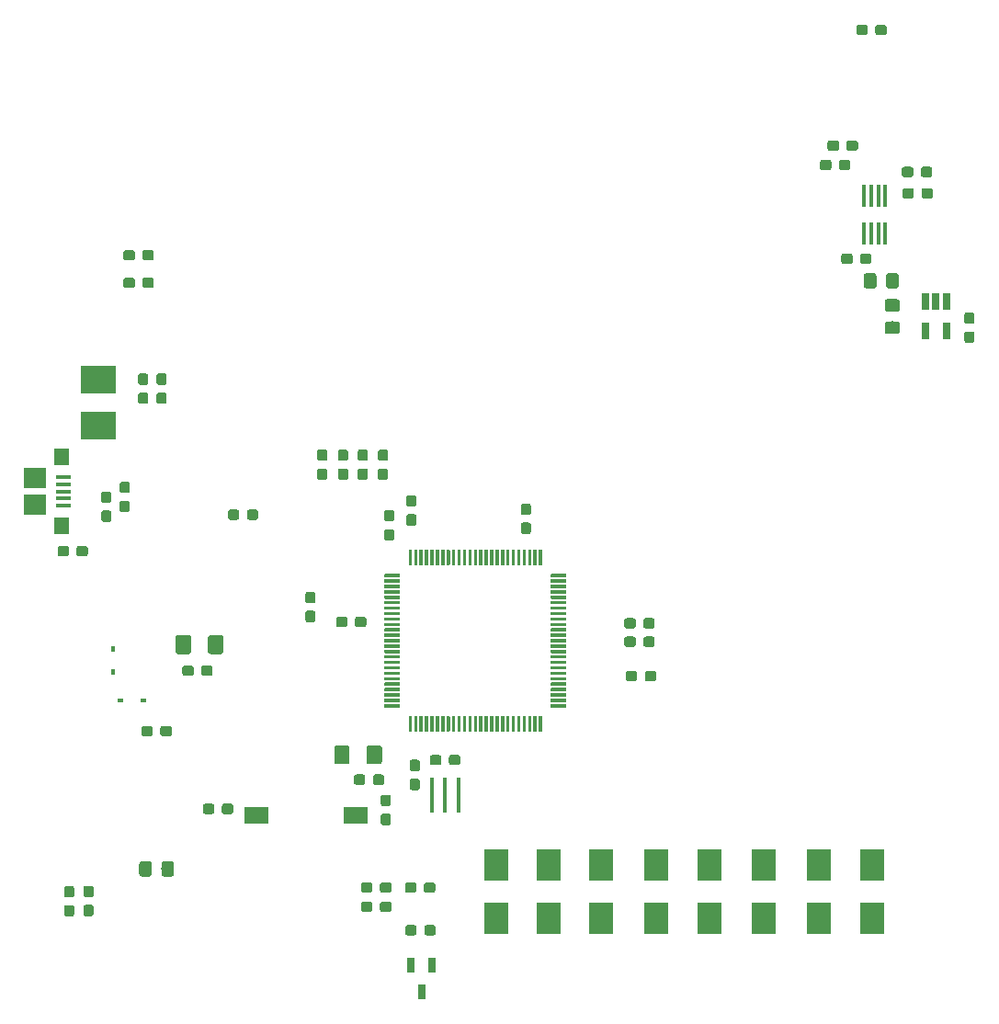
<source format=gbr>
G04 #@! TF.GenerationSoftware,KiCad,Pcbnew,(5.0.1)-3*
G04 #@! TF.CreationDate,2019-02-03T17:01:06-07:00*
G04 #@! TF.ProjectId,Snack Machine,536E61636B204D616368696E652E6B69,rev?*
G04 #@! TF.SameCoordinates,Original*
G04 #@! TF.FileFunction,Paste,Top*
G04 #@! TF.FilePolarity,Positive*
%FSLAX46Y46*%
G04 Gerber Fmt 4.6, Leading zero omitted, Abs format (unit mm)*
G04 Created by KiCad (PCBNEW (5.0.1)-3) date 2/3/2019 5:01:06 PM*
%MOMM*%
%LPD*%
G01*
G04 APERTURE LIST*
%ADD10R,3.200000X2.500000*%
%ADD11C,0.100000*%
%ADD12C,0.300000*%
%ADD13R,2.000000X1.900000*%
%ADD14R,1.400000X1.600000*%
%ADD15R,1.350000X0.400000*%
%ADD16C,0.950000*%
%ADD17C,1.150000*%
%ADD18R,0.650000X1.560000*%
%ADD19R,0.400000X2.000000*%
%ADD20R,0.400000X3.200000*%
%ADD21C,1.425000*%
%ADD22R,0.600000X0.450000*%
%ADD23R,0.450000X0.600000*%
%ADD24R,2.300000X3.000000*%
%ADD25R,0.800000X1.400000*%
%ADD26R,2.180000X1.600000*%
G04 APERTURE END LIST*
D10*
G04 #@! TO.C,F2*
X107300000Y-91300000D03*
X107300000Y-87100000D03*
G04 #@! TD*
D11*
G04 #@! TO.C,U3*
G36*
X135011351Y-104957361D02*
X135018632Y-104958441D01*
X135025771Y-104960229D01*
X135032701Y-104962709D01*
X135039355Y-104965856D01*
X135045668Y-104969640D01*
X135051579Y-104974024D01*
X135057033Y-104978967D01*
X135061976Y-104984421D01*
X135066360Y-104990332D01*
X135070144Y-104996645D01*
X135073291Y-105003299D01*
X135075771Y-105010229D01*
X135077559Y-105017368D01*
X135078639Y-105024649D01*
X135079000Y-105032000D01*
X135079000Y-105182000D01*
X135078639Y-105189351D01*
X135077559Y-105196632D01*
X135075771Y-105203771D01*
X135073291Y-105210701D01*
X135070144Y-105217355D01*
X135066360Y-105223668D01*
X135061976Y-105229579D01*
X135057033Y-105235033D01*
X135051579Y-105239976D01*
X135045668Y-105244360D01*
X135039355Y-105248144D01*
X135032701Y-105251291D01*
X135025771Y-105253771D01*
X135018632Y-105255559D01*
X135011351Y-105256639D01*
X135004000Y-105257000D01*
X133679000Y-105257000D01*
X133671649Y-105256639D01*
X133664368Y-105255559D01*
X133657229Y-105253771D01*
X133650299Y-105251291D01*
X133643645Y-105248144D01*
X133637332Y-105244360D01*
X133631421Y-105239976D01*
X133625967Y-105235033D01*
X133621024Y-105229579D01*
X133616640Y-105223668D01*
X133612856Y-105217355D01*
X133609709Y-105210701D01*
X133607229Y-105203771D01*
X133605441Y-105196632D01*
X133604361Y-105189351D01*
X133604000Y-105182000D01*
X133604000Y-105032000D01*
X133604361Y-105024649D01*
X133605441Y-105017368D01*
X133607229Y-105010229D01*
X133609709Y-105003299D01*
X133612856Y-104996645D01*
X133616640Y-104990332D01*
X133621024Y-104984421D01*
X133625967Y-104978967D01*
X133631421Y-104974024D01*
X133637332Y-104969640D01*
X133643645Y-104965856D01*
X133650299Y-104962709D01*
X133657229Y-104960229D01*
X133664368Y-104958441D01*
X133671649Y-104957361D01*
X133679000Y-104957000D01*
X135004000Y-104957000D01*
X135011351Y-104957361D01*
X135011351Y-104957361D01*
G37*
D12*
X134341500Y-105107000D03*
D11*
G36*
X135011351Y-105457361D02*
X135018632Y-105458441D01*
X135025771Y-105460229D01*
X135032701Y-105462709D01*
X135039355Y-105465856D01*
X135045668Y-105469640D01*
X135051579Y-105474024D01*
X135057033Y-105478967D01*
X135061976Y-105484421D01*
X135066360Y-105490332D01*
X135070144Y-105496645D01*
X135073291Y-105503299D01*
X135075771Y-105510229D01*
X135077559Y-105517368D01*
X135078639Y-105524649D01*
X135079000Y-105532000D01*
X135079000Y-105682000D01*
X135078639Y-105689351D01*
X135077559Y-105696632D01*
X135075771Y-105703771D01*
X135073291Y-105710701D01*
X135070144Y-105717355D01*
X135066360Y-105723668D01*
X135061976Y-105729579D01*
X135057033Y-105735033D01*
X135051579Y-105739976D01*
X135045668Y-105744360D01*
X135039355Y-105748144D01*
X135032701Y-105751291D01*
X135025771Y-105753771D01*
X135018632Y-105755559D01*
X135011351Y-105756639D01*
X135004000Y-105757000D01*
X133679000Y-105757000D01*
X133671649Y-105756639D01*
X133664368Y-105755559D01*
X133657229Y-105753771D01*
X133650299Y-105751291D01*
X133643645Y-105748144D01*
X133637332Y-105744360D01*
X133631421Y-105739976D01*
X133625967Y-105735033D01*
X133621024Y-105729579D01*
X133616640Y-105723668D01*
X133612856Y-105717355D01*
X133609709Y-105710701D01*
X133607229Y-105703771D01*
X133605441Y-105696632D01*
X133604361Y-105689351D01*
X133604000Y-105682000D01*
X133604000Y-105532000D01*
X133604361Y-105524649D01*
X133605441Y-105517368D01*
X133607229Y-105510229D01*
X133609709Y-105503299D01*
X133612856Y-105496645D01*
X133616640Y-105490332D01*
X133621024Y-105484421D01*
X133625967Y-105478967D01*
X133631421Y-105474024D01*
X133637332Y-105469640D01*
X133643645Y-105465856D01*
X133650299Y-105462709D01*
X133657229Y-105460229D01*
X133664368Y-105458441D01*
X133671649Y-105457361D01*
X133679000Y-105457000D01*
X135004000Y-105457000D01*
X135011351Y-105457361D01*
X135011351Y-105457361D01*
G37*
D12*
X134341500Y-105607000D03*
D11*
G36*
X135011351Y-105957361D02*
X135018632Y-105958441D01*
X135025771Y-105960229D01*
X135032701Y-105962709D01*
X135039355Y-105965856D01*
X135045668Y-105969640D01*
X135051579Y-105974024D01*
X135057033Y-105978967D01*
X135061976Y-105984421D01*
X135066360Y-105990332D01*
X135070144Y-105996645D01*
X135073291Y-106003299D01*
X135075771Y-106010229D01*
X135077559Y-106017368D01*
X135078639Y-106024649D01*
X135079000Y-106032000D01*
X135079000Y-106182000D01*
X135078639Y-106189351D01*
X135077559Y-106196632D01*
X135075771Y-106203771D01*
X135073291Y-106210701D01*
X135070144Y-106217355D01*
X135066360Y-106223668D01*
X135061976Y-106229579D01*
X135057033Y-106235033D01*
X135051579Y-106239976D01*
X135045668Y-106244360D01*
X135039355Y-106248144D01*
X135032701Y-106251291D01*
X135025771Y-106253771D01*
X135018632Y-106255559D01*
X135011351Y-106256639D01*
X135004000Y-106257000D01*
X133679000Y-106257000D01*
X133671649Y-106256639D01*
X133664368Y-106255559D01*
X133657229Y-106253771D01*
X133650299Y-106251291D01*
X133643645Y-106248144D01*
X133637332Y-106244360D01*
X133631421Y-106239976D01*
X133625967Y-106235033D01*
X133621024Y-106229579D01*
X133616640Y-106223668D01*
X133612856Y-106217355D01*
X133609709Y-106210701D01*
X133607229Y-106203771D01*
X133605441Y-106196632D01*
X133604361Y-106189351D01*
X133604000Y-106182000D01*
X133604000Y-106032000D01*
X133604361Y-106024649D01*
X133605441Y-106017368D01*
X133607229Y-106010229D01*
X133609709Y-106003299D01*
X133612856Y-105996645D01*
X133616640Y-105990332D01*
X133621024Y-105984421D01*
X133625967Y-105978967D01*
X133631421Y-105974024D01*
X133637332Y-105969640D01*
X133643645Y-105965856D01*
X133650299Y-105962709D01*
X133657229Y-105960229D01*
X133664368Y-105958441D01*
X133671649Y-105957361D01*
X133679000Y-105957000D01*
X135004000Y-105957000D01*
X135011351Y-105957361D01*
X135011351Y-105957361D01*
G37*
D12*
X134341500Y-106107000D03*
D11*
G36*
X135011351Y-106457361D02*
X135018632Y-106458441D01*
X135025771Y-106460229D01*
X135032701Y-106462709D01*
X135039355Y-106465856D01*
X135045668Y-106469640D01*
X135051579Y-106474024D01*
X135057033Y-106478967D01*
X135061976Y-106484421D01*
X135066360Y-106490332D01*
X135070144Y-106496645D01*
X135073291Y-106503299D01*
X135075771Y-106510229D01*
X135077559Y-106517368D01*
X135078639Y-106524649D01*
X135079000Y-106532000D01*
X135079000Y-106682000D01*
X135078639Y-106689351D01*
X135077559Y-106696632D01*
X135075771Y-106703771D01*
X135073291Y-106710701D01*
X135070144Y-106717355D01*
X135066360Y-106723668D01*
X135061976Y-106729579D01*
X135057033Y-106735033D01*
X135051579Y-106739976D01*
X135045668Y-106744360D01*
X135039355Y-106748144D01*
X135032701Y-106751291D01*
X135025771Y-106753771D01*
X135018632Y-106755559D01*
X135011351Y-106756639D01*
X135004000Y-106757000D01*
X133679000Y-106757000D01*
X133671649Y-106756639D01*
X133664368Y-106755559D01*
X133657229Y-106753771D01*
X133650299Y-106751291D01*
X133643645Y-106748144D01*
X133637332Y-106744360D01*
X133631421Y-106739976D01*
X133625967Y-106735033D01*
X133621024Y-106729579D01*
X133616640Y-106723668D01*
X133612856Y-106717355D01*
X133609709Y-106710701D01*
X133607229Y-106703771D01*
X133605441Y-106696632D01*
X133604361Y-106689351D01*
X133604000Y-106682000D01*
X133604000Y-106532000D01*
X133604361Y-106524649D01*
X133605441Y-106517368D01*
X133607229Y-106510229D01*
X133609709Y-106503299D01*
X133612856Y-106496645D01*
X133616640Y-106490332D01*
X133621024Y-106484421D01*
X133625967Y-106478967D01*
X133631421Y-106474024D01*
X133637332Y-106469640D01*
X133643645Y-106465856D01*
X133650299Y-106462709D01*
X133657229Y-106460229D01*
X133664368Y-106458441D01*
X133671649Y-106457361D01*
X133679000Y-106457000D01*
X135004000Y-106457000D01*
X135011351Y-106457361D01*
X135011351Y-106457361D01*
G37*
D12*
X134341500Y-106607000D03*
D11*
G36*
X135011351Y-106957361D02*
X135018632Y-106958441D01*
X135025771Y-106960229D01*
X135032701Y-106962709D01*
X135039355Y-106965856D01*
X135045668Y-106969640D01*
X135051579Y-106974024D01*
X135057033Y-106978967D01*
X135061976Y-106984421D01*
X135066360Y-106990332D01*
X135070144Y-106996645D01*
X135073291Y-107003299D01*
X135075771Y-107010229D01*
X135077559Y-107017368D01*
X135078639Y-107024649D01*
X135079000Y-107032000D01*
X135079000Y-107182000D01*
X135078639Y-107189351D01*
X135077559Y-107196632D01*
X135075771Y-107203771D01*
X135073291Y-107210701D01*
X135070144Y-107217355D01*
X135066360Y-107223668D01*
X135061976Y-107229579D01*
X135057033Y-107235033D01*
X135051579Y-107239976D01*
X135045668Y-107244360D01*
X135039355Y-107248144D01*
X135032701Y-107251291D01*
X135025771Y-107253771D01*
X135018632Y-107255559D01*
X135011351Y-107256639D01*
X135004000Y-107257000D01*
X133679000Y-107257000D01*
X133671649Y-107256639D01*
X133664368Y-107255559D01*
X133657229Y-107253771D01*
X133650299Y-107251291D01*
X133643645Y-107248144D01*
X133637332Y-107244360D01*
X133631421Y-107239976D01*
X133625967Y-107235033D01*
X133621024Y-107229579D01*
X133616640Y-107223668D01*
X133612856Y-107217355D01*
X133609709Y-107210701D01*
X133607229Y-107203771D01*
X133605441Y-107196632D01*
X133604361Y-107189351D01*
X133604000Y-107182000D01*
X133604000Y-107032000D01*
X133604361Y-107024649D01*
X133605441Y-107017368D01*
X133607229Y-107010229D01*
X133609709Y-107003299D01*
X133612856Y-106996645D01*
X133616640Y-106990332D01*
X133621024Y-106984421D01*
X133625967Y-106978967D01*
X133631421Y-106974024D01*
X133637332Y-106969640D01*
X133643645Y-106965856D01*
X133650299Y-106962709D01*
X133657229Y-106960229D01*
X133664368Y-106958441D01*
X133671649Y-106957361D01*
X133679000Y-106957000D01*
X135004000Y-106957000D01*
X135011351Y-106957361D01*
X135011351Y-106957361D01*
G37*
D12*
X134341500Y-107107000D03*
D11*
G36*
X135011351Y-107457361D02*
X135018632Y-107458441D01*
X135025771Y-107460229D01*
X135032701Y-107462709D01*
X135039355Y-107465856D01*
X135045668Y-107469640D01*
X135051579Y-107474024D01*
X135057033Y-107478967D01*
X135061976Y-107484421D01*
X135066360Y-107490332D01*
X135070144Y-107496645D01*
X135073291Y-107503299D01*
X135075771Y-107510229D01*
X135077559Y-107517368D01*
X135078639Y-107524649D01*
X135079000Y-107532000D01*
X135079000Y-107682000D01*
X135078639Y-107689351D01*
X135077559Y-107696632D01*
X135075771Y-107703771D01*
X135073291Y-107710701D01*
X135070144Y-107717355D01*
X135066360Y-107723668D01*
X135061976Y-107729579D01*
X135057033Y-107735033D01*
X135051579Y-107739976D01*
X135045668Y-107744360D01*
X135039355Y-107748144D01*
X135032701Y-107751291D01*
X135025771Y-107753771D01*
X135018632Y-107755559D01*
X135011351Y-107756639D01*
X135004000Y-107757000D01*
X133679000Y-107757000D01*
X133671649Y-107756639D01*
X133664368Y-107755559D01*
X133657229Y-107753771D01*
X133650299Y-107751291D01*
X133643645Y-107748144D01*
X133637332Y-107744360D01*
X133631421Y-107739976D01*
X133625967Y-107735033D01*
X133621024Y-107729579D01*
X133616640Y-107723668D01*
X133612856Y-107717355D01*
X133609709Y-107710701D01*
X133607229Y-107703771D01*
X133605441Y-107696632D01*
X133604361Y-107689351D01*
X133604000Y-107682000D01*
X133604000Y-107532000D01*
X133604361Y-107524649D01*
X133605441Y-107517368D01*
X133607229Y-107510229D01*
X133609709Y-107503299D01*
X133612856Y-107496645D01*
X133616640Y-107490332D01*
X133621024Y-107484421D01*
X133625967Y-107478967D01*
X133631421Y-107474024D01*
X133637332Y-107469640D01*
X133643645Y-107465856D01*
X133650299Y-107462709D01*
X133657229Y-107460229D01*
X133664368Y-107458441D01*
X133671649Y-107457361D01*
X133679000Y-107457000D01*
X135004000Y-107457000D01*
X135011351Y-107457361D01*
X135011351Y-107457361D01*
G37*
D12*
X134341500Y-107607000D03*
D11*
G36*
X135011351Y-107957361D02*
X135018632Y-107958441D01*
X135025771Y-107960229D01*
X135032701Y-107962709D01*
X135039355Y-107965856D01*
X135045668Y-107969640D01*
X135051579Y-107974024D01*
X135057033Y-107978967D01*
X135061976Y-107984421D01*
X135066360Y-107990332D01*
X135070144Y-107996645D01*
X135073291Y-108003299D01*
X135075771Y-108010229D01*
X135077559Y-108017368D01*
X135078639Y-108024649D01*
X135079000Y-108032000D01*
X135079000Y-108182000D01*
X135078639Y-108189351D01*
X135077559Y-108196632D01*
X135075771Y-108203771D01*
X135073291Y-108210701D01*
X135070144Y-108217355D01*
X135066360Y-108223668D01*
X135061976Y-108229579D01*
X135057033Y-108235033D01*
X135051579Y-108239976D01*
X135045668Y-108244360D01*
X135039355Y-108248144D01*
X135032701Y-108251291D01*
X135025771Y-108253771D01*
X135018632Y-108255559D01*
X135011351Y-108256639D01*
X135004000Y-108257000D01*
X133679000Y-108257000D01*
X133671649Y-108256639D01*
X133664368Y-108255559D01*
X133657229Y-108253771D01*
X133650299Y-108251291D01*
X133643645Y-108248144D01*
X133637332Y-108244360D01*
X133631421Y-108239976D01*
X133625967Y-108235033D01*
X133621024Y-108229579D01*
X133616640Y-108223668D01*
X133612856Y-108217355D01*
X133609709Y-108210701D01*
X133607229Y-108203771D01*
X133605441Y-108196632D01*
X133604361Y-108189351D01*
X133604000Y-108182000D01*
X133604000Y-108032000D01*
X133604361Y-108024649D01*
X133605441Y-108017368D01*
X133607229Y-108010229D01*
X133609709Y-108003299D01*
X133612856Y-107996645D01*
X133616640Y-107990332D01*
X133621024Y-107984421D01*
X133625967Y-107978967D01*
X133631421Y-107974024D01*
X133637332Y-107969640D01*
X133643645Y-107965856D01*
X133650299Y-107962709D01*
X133657229Y-107960229D01*
X133664368Y-107958441D01*
X133671649Y-107957361D01*
X133679000Y-107957000D01*
X135004000Y-107957000D01*
X135011351Y-107957361D01*
X135011351Y-107957361D01*
G37*
D12*
X134341500Y-108107000D03*
D11*
G36*
X135011351Y-108457361D02*
X135018632Y-108458441D01*
X135025771Y-108460229D01*
X135032701Y-108462709D01*
X135039355Y-108465856D01*
X135045668Y-108469640D01*
X135051579Y-108474024D01*
X135057033Y-108478967D01*
X135061976Y-108484421D01*
X135066360Y-108490332D01*
X135070144Y-108496645D01*
X135073291Y-108503299D01*
X135075771Y-108510229D01*
X135077559Y-108517368D01*
X135078639Y-108524649D01*
X135079000Y-108532000D01*
X135079000Y-108682000D01*
X135078639Y-108689351D01*
X135077559Y-108696632D01*
X135075771Y-108703771D01*
X135073291Y-108710701D01*
X135070144Y-108717355D01*
X135066360Y-108723668D01*
X135061976Y-108729579D01*
X135057033Y-108735033D01*
X135051579Y-108739976D01*
X135045668Y-108744360D01*
X135039355Y-108748144D01*
X135032701Y-108751291D01*
X135025771Y-108753771D01*
X135018632Y-108755559D01*
X135011351Y-108756639D01*
X135004000Y-108757000D01*
X133679000Y-108757000D01*
X133671649Y-108756639D01*
X133664368Y-108755559D01*
X133657229Y-108753771D01*
X133650299Y-108751291D01*
X133643645Y-108748144D01*
X133637332Y-108744360D01*
X133631421Y-108739976D01*
X133625967Y-108735033D01*
X133621024Y-108729579D01*
X133616640Y-108723668D01*
X133612856Y-108717355D01*
X133609709Y-108710701D01*
X133607229Y-108703771D01*
X133605441Y-108696632D01*
X133604361Y-108689351D01*
X133604000Y-108682000D01*
X133604000Y-108532000D01*
X133604361Y-108524649D01*
X133605441Y-108517368D01*
X133607229Y-108510229D01*
X133609709Y-108503299D01*
X133612856Y-108496645D01*
X133616640Y-108490332D01*
X133621024Y-108484421D01*
X133625967Y-108478967D01*
X133631421Y-108474024D01*
X133637332Y-108469640D01*
X133643645Y-108465856D01*
X133650299Y-108462709D01*
X133657229Y-108460229D01*
X133664368Y-108458441D01*
X133671649Y-108457361D01*
X133679000Y-108457000D01*
X135004000Y-108457000D01*
X135011351Y-108457361D01*
X135011351Y-108457361D01*
G37*
D12*
X134341500Y-108607000D03*
D11*
G36*
X135011351Y-108957361D02*
X135018632Y-108958441D01*
X135025771Y-108960229D01*
X135032701Y-108962709D01*
X135039355Y-108965856D01*
X135045668Y-108969640D01*
X135051579Y-108974024D01*
X135057033Y-108978967D01*
X135061976Y-108984421D01*
X135066360Y-108990332D01*
X135070144Y-108996645D01*
X135073291Y-109003299D01*
X135075771Y-109010229D01*
X135077559Y-109017368D01*
X135078639Y-109024649D01*
X135079000Y-109032000D01*
X135079000Y-109182000D01*
X135078639Y-109189351D01*
X135077559Y-109196632D01*
X135075771Y-109203771D01*
X135073291Y-109210701D01*
X135070144Y-109217355D01*
X135066360Y-109223668D01*
X135061976Y-109229579D01*
X135057033Y-109235033D01*
X135051579Y-109239976D01*
X135045668Y-109244360D01*
X135039355Y-109248144D01*
X135032701Y-109251291D01*
X135025771Y-109253771D01*
X135018632Y-109255559D01*
X135011351Y-109256639D01*
X135004000Y-109257000D01*
X133679000Y-109257000D01*
X133671649Y-109256639D01*
X133664368Y-109255559D01*
X133657229Y-109253771D01*
X133650299Y-109251291D01*
X133643645Y-109248144D01*
X133637332Y-109244360D01*
X133631421Y-109239976D01*
X133625967Y-109235033D01*
X133621024Y-109229579D01*
X133616640Y-109223668D01*
X133612856Y-109217355D01*
X133609709Y-109210701D01*
X133607229Y-109203771D01*
X133605441Y-109196632D01*
X133604361Y-109189351D01*
X133604000Y-109182000D01*
X133604000Y-109032000D01*
X133604361Y-109024649D01*
X133605441Y-109017368D01*
X133607229Y-109010229D01*
X133609709Y-109003299D01*
X133612856Y-108996645D01*
X133616640Y-108990332D01*
X133621024Y-108984421D01*
X133625967Y-108978967D01*
X133631421Y-108974024D01*
X133637332Y-108969640D01*
X133643645Y-108965856D01*
X133650299Y-108962709D01*
X133657229Y-108960229D01*
X133664368Y-108958441D01*
X133671649Y-108957361D01*
X133679000Y-108957000D01*
X135004000Y-108957000D01*
X135011351Y-108957361D01*
X135011351Y-108957361D01*
G37*
D12*
X134341500Y-109107000D03*
D11*
G36*
X135011351Y-109457361D02*
X135018632Y-109458441D01*
X135025771Y-109460229D01*
X135032701Y-109462709D01*
X135039355Y-109465856D01*
X135045668Y-109469640D01*
X135051579Y-109474024D01*
X135057033Y-109478967D01*
X135061976Y-109484421D01*
X135066360Y-109490332D01*
X135070144Y-109496645D01*
X135073291Y-109503299D01*
X135075771Y-109510229D01*
X135077559Y-109517368D01*
X135078639Y-109524649D01*
X135079000Y-109532000D01*
X135079000Y-109682000D01*
X135078639Y-109689351D01*
X135077559Y-109696632D01*
X135075771Y-109703771D01*
X135073291Y-109710701D01*
X135070144Y-109717355D01*
X135066360Y-109723668D01*
X135061976Y-109729579D01*
X135057033Y-109735033D01*
X135051579Y-109739976D01*
X135045668Y-109744360D01*
X135039355Y-109748144D01*
X135032701Y-109751291D01*
X135025771Y-109753771D01*
X135018632Y-109755559D01*
X135011351Y-109756639D01*
X135004000Y-109757000D01*
X133679000Y-109757000D01*
X133671649Y-109756639D01*
X133664368Y-109755559D01*
X133657229Y-109753771D01*
X133650299Y-109751291D01*
X133643645Y-109748144D01*
X133637332Y-109744360D01*
X133631421Y-109739976D01*
X133625967Y-109735033D01*
X133621024Y-109729579D01*
X133616640Y-109723668D01*
X133612856Y-109717355D01*
X133609709Y-109710701D01*
X133607229Y-109703771D01*
X133605441Y-109696632D01*
X133604361Y-109689351D01*
X133604000Y-109682000D01*
X133604000Y-109532000D01*
X133604361Y-109524649D01*
X133605441Y-109517368D01*
X133607229Y-109510229D01*
X133609709Y-109503299D01*
X133612856Y-109496645D01*
X133616640Y-109490332D01*
X133621024Y-109484421D01*
X133625967Y-109478967D01*
X133631421Y-109474024D01*
X133637332Y-109469640D01*
X133643645Y-109465856D01*
X133650299Y-109462709D01*
X133657229Y-109460229D01*
X133664368Y-109458441D01*
X133671649Y-109457361D01*
X133679000Y-109457000D01*
X135004000Y-109457000D01*
X135011351Y-109457361D01*
X135011351Y-109457361D01*
G37*
D12*
X134341500Y-109607000D03*
D11*
G36*
X135011351Y-109957361D02*
X135018632Y-109958441D01*
X135025771Y-109960229D01*
X135032701Y-109962709D01*
X135039355Y-109965856D01*
X135045668Y-109969640D01*
X135051579Y-109974024D01*
X135057033Y-109978967D01*
X135061976Y-109984421D01*
X135066360Y-109990332D01*
X135070144Y-109996645D01*
X135073291Y-110003299D01*
X135075771Y-110010229D01*
X135077559Y-110017368D01*
X135078639Y-110024649D01*
X135079000Y-110032000D01*
X135079000Y-110182000D01*
X135078639Y-110189351D01*
X135077559Y-110196632D01*
X135075771Y-110203771D01*
X135073291Y-110210701D01*
X135070144Y-110217355D01*
X135066360Y-110223668D01*
X135061976Y-110229579D01*
X135057033Y-110235033D01*
X135051579Y-110239976D01*
X135045668Y-110244360D01*
X135039355Y-110248144D01*
X135032701Y-110251291D01*
X135025771Y-110253771D01*
X135018632Y-110255559D01*
X135011351Y-110256639D01*
X135004000Y-110257000D01*
X133679000Y-110257000D01*
X133671649Y-110256639D01*
X133664368Y-110255559D01*
X133657229Y-110253771D01*
X133650299Y-110251291D01*
X133643645Y-110248144D01*
X133637332Y-110244360D01*
X133631421Y-110239976D01*
X133625967Y-110235033D01*
X133621024Y-110229579D01*
X133616640Y-110223668D01*
X133612856Y-110217355D01*
X133609709Y-110210701D01*
X133607229Y-110203771D01*
X133605441Y-110196632D01*
X133604361Y-110189351D01*
X133604000Y-110182000D01*
X133604000Y-110032000D01*
X133604361Y-110024649D01*
X133605441Y-110017368D01*
X133607229Y-110010229D01*
X133609709Y-110003299D01*
X133612856Y-109996645D01*
X133616640Y-109990332D01*
X133621024Y-109984421D01*
X133625967Y-109978967D01*
X133631421Y-109974024D01*
X133637332Y-109969640D01*
X133643645Y-109965856D01*
X133650299Y-109962709D01*
X133657229Y-109960229D01*
X133664368Y-109958441D01*
X133671649Y-109957361D01*
X133679000Y-109957000D01*
X135004000Y-109957000D01*
X135011351Y-109957361D01*
X135011351Y-109957361D01*
G37*
D12*
X134341500Y-110107000D03*
D11*
G36*
X135011351Y-110457361D02*
X135018632Y-110458441D01*
X135025771Y-110460229D01*
X135032701Y-110462709D01*
X135039355Y-110465856D01*
X135045668Y-110469640D01*
X135051579Y-110474024D01*
X135057033Y-110478967D01*
X135061976Y-110484421D01*
X135066360Y-110490332D01*
X135070144Y-110496645D01*
X135073291Y-110503299D01*
X135075771Y-110510229D01*
X135077559Y-110517368D01*
X135078639Y-110524649D01*
X135079000Y-110532000D01*
X135079000Y-110682000D01*
X135078639Y-110689351D01*
X135077559Y-110696632D01*
X135075771Y-110703771D01*
X135073291Y-110710701D01*
X135070144Y-110717355D01*
X135066360Y-110723668D01*
X135061976Y-110729579D01*
X135057033Y-110735033D01*
X135051579Y-110739976D01*
X135045668Y-110744360D01*
X135039355Y-110748144D01*
X135032701Y-110751291D01*
X135025771Y-110753771D01*
X135018632Y-110755559D01*
X135011351Y-110756639D01*
X135004000Y-110757000D01*
X133679000Y-110757000D01*
X133671649Y-110756639D01*
X133664368Y-110755559D01*
X133657229Y-110753771D01*
X133650299Y-110751291D01*
X133643645Y-110748144D01*
X133637332Y-110744360D01*
X133631421Y-110739976D01*
X133625967Y-110735033D01*
X133621024Y-110729579D01*
X133616640Y-110723668D01*
X133612856Y-110717355D01*
X133609709Y-110710701D01*
X133607229Y-110703771D01*
X133605441Y-110696632D01*
X133604361Y-110689351D01*
X133604000Y-110682000D01*
X133604000Y-110532000D01*
X133604361Y-110524649D01*
X133605441Y-110517368D01*
X133607229Y-110510229D01*
X133609709Y-110503299D01*
X133612856Y-110496645D01*
X133616640Y-110490332D01*
X133621024Y-110484421D01*
X133625967Y-110478967D01*
X133631421Y-110474024D01*
X133637332Y-110469640D01*
X133643645Y-110465856D01*
X133650299Y-110462709D01*
X133657229Y-110460229D01*
X133664368Y-110458441D01*
X133671649Y-110457361D01*
X133679000Y-110457000D01*
X135004000Y-110457000D01*
X135011351Y-110457361D01*
X135011351Y-110457361D01*
G37*
D12*
X134341500Y-110607000D03*
D11*
G36*
X135011351Y-110957361D02*
X135018632Y-110958441D01*
X135025771Y-110960229D01*
X135032701Y-110962709D01*
X135039355Y-110965856D01*
X135045668Y-110969640D01*
X135051579Y-110974024D01*
X135057033Y-110978967D01*
X135061976Y-110984421D01*
X135066360Y-110990332D01*
X135070144Y-110996645D01*
X135073291Y-111003299D01*
X135075771Y-111010229D01*
X135077559Y-111017368D01*
X135078639Y-111024649D01*
X135079000Y-111032000D01*
X135079000Y-111182000D01*
X135078639Y-111189351D01*
X135077559Y-111196632D01*
X135075771Y-111203771D01*
X135073291Y-111210701D01*
X135070144Y-111217355D01*
X135066360Y-111223668D01*
X135061976Y-111229579D01*
X135057033Y-111235033D01*
X135051579Y-111239976D01*
X135045668Y-111244360D01*
X135039355Y-111248144D01*
X135032701Y-111251291D01*
X135025771Y-111253771D01*
X135018632Y-111255559D01*
X135011351Y-111256639D01*
X135004000Y-111257000D01*
X133679000Y-111257000D01*
X133671649Y-111256639D01*
X133664368Y-111255559D01*
X133657229Y-111253771D01*
X133650299Y-111251291D01*
X133643645Y-111248144D01*
X133637332Y-111244360D01*
X133631421Y-111239976D01*
X133625967Y-111235033D01*
X133621024Y-111229579D01*
X133616640Y-111223668D01*
X133612856Y-111217355D01*
X133609709Y-111210701D01*
X133607229Y-111203771D01*
X133605441Y-111196632D01*
X133604361Y-111189351D01*
X133604000Y-111182000D01*
X133604000Y-111032000D01*
X133604361Y-111024649D01*
X133605441Y-111017368D01*
X133607229Y-111010229D01*
X133609709Y-111003299D01*
X133612856Y-110996645D01*
X133616640Y-110990332D01*
X133621024Y-110984421D01*
X133625967Y-110978967D01*
X133631421Y-110974024D01*
X133637332Y-110969640D01*
X133643645Y-110965856D01*
X133650299Y-110962709D01*
X133657229Y-110960229D01*
X133664368Y-110958441D01*
X133671649Y-110957361D01*
X133679000Y-110957000D01*
X135004000Y-110957000D01*
X135011351Y-110957361D01*
X135011351Y-110957361D01*
G37*
D12*
X134341500Y-111107000D03*
D11*
G36*
X135011351Y-111457361D02*
X135018632Y-111458441D01*
X135025771Y-111460229D01*
X135032701Y-111462709D01*
X135039355Y-111465856D01*
X135045668Y-111469640D01*
X135051579Y-111474024D01*
X135057033Y-111478967D01*
X135061976Y-111484421D01*
X135066360Y-111490332D01*
X135070144Y-111496645D01*
X135073291Y-111503299D01*
X135075771Y-111510229D01*
X135077559Y-111517368D01*
X135078639Y-111524649D01*
X135079000Y-111532000D01*
X135079000Y-111682000D01*
X135078639Y-111689351D01*
X135077559Y-111696632D01*
X135075771Y-111703771D01*
X135073291Y-111710701D01*
X135070144Y-111717355D01*
X135066360Y-111723668D01*
X135061976Y-111729579D01*
X135057033Y-111735033D01*
X135051579Y-111739976D01*
X135045668Y-111744360D01*
X135039355Y-111748144D01*
X135032701Y-111751291D01*
X135025771Y-111753771D01*
X135018632Y-111755559D01*
X135011351Y-111756639D01*
X135004000Y-111757000D01*
X133679000Y-111757000D01*
X133671649Y-111756639D01*
X133664368Y-111755559D01*
X133657229Y-111753771D01*
X133650299Y-111751291D01*
X133643645Y-111748144D01*
X133637332Y-111744360D01*
X133631421Y-111739976D01*
X133625967Y-111735033D01*
X133621024Y-111729579D01*
X133616640Y-111723668D01*
X133612856Y-111717355D01*
X133609709Y-111710701D01*
X133607229Y-111703771D01*
X133605441Y-111696632D01*
X133604361Y-111689351D01*
X133604000Y-111682000D01*
X133604000Y-111532000D01*
X133604361Y-111524649D01*
X133605441Y-111517368D01*
X133607229Y-111510229D01*
X133609709Y-111503299D01*
X133612856Y-111496645D01*
X133616640Y-111490332D01*
X133621024Y-111484421D01*
X133625967Y-111478967D01*
X133631421Y-111474024D01*
X133637332Y-111469640D01*
X133643645Y-111465856D01*
X133650299Y-111462709D01*
X133657229Y-111460229D01*
X133664368Y-111458441D01*
X133671649Y-111457361D01*
X133679000Y-111457000D01*
X135004000Y-111457000D01*
X135011351Y-111457361D01*
X135011351Y-111457361D01*
G37*
D12*
X134341500Y-111607000D03*
D11*
G36*
X135011351Y-111957361D02*
X135018632Y-111958441D01*
X135025771Y-111960229D01*
X135032701Y-111962709D01*
X135039355Y-111965856D01*
X135045668Y-111969640D01*
X135051579Y-111974024D01*
X135057033Y-111978967D01*
X135061976Y-111984421D01*
X135066360Y-111990332D01*
X135070144Y-111996645D01*
X135073291Y-112003299D01*
X135075771Y-112010229D01*
X135077559Y-112017368D01*
X135078639Y-112024649D01*
X135079000Y-112032000D01*
X135079000Y-112182000D01*
X135078639Y-112189351D01*
X135077559Y-112196632D01*
X135075771Y-112203771D01*
X135073291Y-112210701D01*
X135070144Y-112217355D01*
X135066360Y-112223668D01*
X135061976Y-112229579D01*
X135057033Y-112235033D01*
X135051579Y-112239976D01*
X135045668Y-112244360D01*
X135039355Y-112248144D01*
X135032701Y-112251291D01*
X135025771Y-112253771D01*
X135018632Y-112255559D01*
X135011351Y-112256639D01*
X135004000Y-112257000D01*
X133679000Y-112257000D01*
X133671649Y-112256639D01*
X133664368Y-112255559D01*
X133657229Y-112253771D01*
X133650299Y-112251291D01*
X133643645Y-112248144D01*
X133637332Y-112244360D01*
X133631421Y-112239976D01*
X133625967Y-112235033D01*
X133621024Y-112229579D01*
X133616640Y-112223668D01*
X133612856Y-112217355D01*
X133609709Y-112210701D01*
X133607229Y-112203771D01*
X133605441Y-112196632D01*
X133604361Y-112189351D01*
X133604000Y-112182000D01*
X133604000Y-112032000D01*
X133604361Y-112024649D01*
X133605441Y-112017368D01*
X133607229Y-112010229D01*
X133609709Y-112003299D01*
X133612856Y-111996645D01*
X133616640Y-111990332D01*
X133621024Y-111984421D01*
X133625967Y-111978967D01*
X133631421Y-111974024D01*
X133637332Y-111969640D01*
X133643645Y-111965856D01*
X133650299Y-111962709D01*
X133657229Y-111960229D01*
X133664368Y-111958441D01*
X133671649Y-111957361D01*
X133679000Y-111957000D01*
X135004000Y-111957000D01*
X135011351Y-111957361D01*
X135011351Y-111957361D01*
G37*
D12*
X134341500Y-112107000D03*
D11*
G36*
X135011351Y-112457361D02*
X135018632Y-112458441D01*
X135025771Y-112460229D01*
X135032701Y-112462709D01*
X135039355Y-112465856D01*
X135045668Y-112469640D01*
X135051579Y-112474024D01*
X135057033Y-112478967D01*
X135061976Y-112484421D01*
X135066360Y-112490332D01*
X135070144Y-112496645D01*
X135073291Y-112503299D01*
X135075771Y-112510229D01*
X135077559Y-112517368D01*
X135078639Y-112524649D01*
X135079000Y-112532000D01*
X135079000Y-112682000D01*
X135078639Y-112689351D01*
X135077559Y-112696632D01*
X135075771Y-112703771D01*
X135073291Y-112710701D01*
X135070144Y-112717355D01*
X135066360Y-112723668D01*
X135061976Y-112729579D01*
X135057033Y-112735033D01*
X135051579Y-112739976D01*
X135045668Y-112744360D01*
X135039355Y-112748144D01*
X135032701Y-112751291D01*
X135025771Y-112753771D01*
X135018632Y-112755559D01*
X135011351Y-112756639D01*
X135004000Y-112757000D01*
X133679000Y-112757000D01*
X133671649Y-112756639D01*
X133664368Y-112755559D01*
X133657229Y-112753771D01*
X133650299Y-112751291D01*
X133643645Y-112748144D01*
X133637332Y-112744360D01*
X133631421Y-112739976D01*
X133625967Y-112735033D01*
X133621024Y-112729579D01*
X133616640Y-112723668D01*
X133612856Y-112717355D01*
X133609709Y-112710701D01*
X133607229Y-112703771D01*
X133605441Y-112696632D01*
X133604361Y-112689351D01*
X133604000Y-112682000D01*
X133604000Y-112532000D01*
X133604361Y-112524649D01*
X133605441Y-112517368D01*
X133607229Y-112510229D01*
X133609709Y-112503299D01*
X133612856Y-112496645D01*
X133616640Y-112490332D01*
X133621024Y-112484421D01*
X133625967Y-112478967D01*
X133631421Y-112474024D01*
X133637332Y-112469640D01*
X133643645Y-112465856D01*
X133650299Y-112462709D01*
X133657229Y-112460229D01*
X133664368Y-112458441D01*
X133671649Y-112457361D01*
X133679000Y-112457000D01*
X135004000Y-112457000D01*
X135011351Y-112457361D01*
X135011351Y-112457361D01*
G37*
D12*
X134341500Y-112607000D03*
D11*
G36*
X135011351Y-112957361D02*
X135018632Y-112958441D01*
X135025771Y-112960229D01*
X135032701Y-112962709D01*
X135039355Y-112965856D01*
X135045668Y-112969640D01*
X135051579Y-112974024D01*
X135057033Y-112978967D01*
X135061976Y-112984421D01*
X135066360Y-112990332D01*
X135070144Y-112996645D01*
X135073291Y-113003299D01*
X135075771Y-113010229D01*
X135077559Y-113017368D01*
X135078639Y-113024649D01*
X135079000Y-113032000D01*
X135079000Y-113182000D01*
X135078639Y-113189351D01*
X135077559Y-113196632D01*
X135075771Y-113203771D01*
X135073291Y-113210701D01*
X135070144Y-113217355D01*
X135066360Y-113223668D01*
X135061976Y-113229579D01*
X135057033Y-113235033D01*
X135051579Y-113239976D01*
X135045668Y-113244360D01*
X135039355Y-113248144D01*
X135032701Y-113251291D01*
X135025771Y-113253771D01*
X135018632Y-113255559D01*
X135011351Y-113256639D01*
X135004000Y-113257000D01*
X133679000Y-113257000D01*
X133671649Y-113256639D01*
X133664368Y-113255559D01*
X133657229Y-113253771D01*
X133650299Y-113251291D01*
X133643645Y-113248144D01*
X133637332Y-113244360D01*
X133631421Y-113239976D01*
X133625967Y-113235033D01*
X133621024Y-113229579D01*
X133616640Y-113223668D01*
X133612856Y-113217355D01*
X133609709Y-113210701D01*
X133607229Y-113203771D01*
X133605441Y-113196632D01*
X133604361Y-113189351D01*
X133604000Y-113182000D01*
X133604000Y-113032000D01*
X133604361Y-113024649D01*
X133605441Y-113017368D01*
X133607229Y-113010229D01*
X133609709Y-113003299D01*
X133612856Y-112996645D01*
X133616640Y-112990332D01*
X133621024Y-112984421D01*
X133625967Y-112978967D01*
X133631421Y-112974024D01*
X133637332Y-112969640D01*
X133643645Y-112965856D01*
X133650299Y-112962709D01*
X133657229Y-112960229D01*
X133664368Y-112958441D01*
X133671649Y-112957361D01*
X133679000Y-112957000D01*
X135004000Y-112957000D01*
X135011351Y-112957361D01*
X135011351Y-112957361D01*
G37*
D12*
X134341500Y-113107000D03*
D11*
G36*
X135011351Y-113457361D02*
X135018632Y-113458441D01*
X135025771Y-113460229D01*
X135032701Y-113462709D01*
X135039355Y-113465856D01*
X135045668Y-113469640D01*
X135051579Y-113474024D01*
X135057033Y-113478967D01*
X135061976Y-113484421D01*
X135066360Y-113490332D01*
X135070144Y-113496645D01*
X135073291Y-113503299D01*
X135075771Y-113510229D01*
X135077559Y-113517368D01*
X135078639Y-113524649D01*
X135079000Y-113532000D01*
X135079000Y-113682000D01*
X135078639Y-113689351D01*
X135077559Y-113696632D01*
X135075771Y-113703771D01*
X135073291Y-113710701D01*
X135070144Y-113717355D01*
X135066360Y-113723668D01*
X135061976Y-113729579D01*
X135057033Y-113735033D01*
X135051579Y-113739976D01*
X135045668Y-113744360D01*
X135039355Y-113748144D01*
X135032701Y-113751291D01*
X135025771Y-113753771D01*
X135018632Y-113755559D01*
X135011351Y-113756639D01*
X135004000Y-113757000D01*
X133679000Y-113757000D01*
X133671649Y-113756639D01*
X133664368Y-113755559D01*
X133657229Y-113753771D01*
X133650299Y-113751291D01*
X133643645Y-113748144D01*
X133637332Y-113744360D01*
X133631421Y-113739976D01*
X133625967Y-113735033D01*
X133621024Y-113729579D01*
X133616640Y-113723668D01*
X133612856Y-113717355D01*
X133609709Y-113710701D01*
X133607229Y-113703771D01*
X133605441Y-113696632D01*
X133604361Y-113689351D01*
X133604000Y-113682000D01*
X133604000Y-113532000D01*
X133604361Y-113524649D01*
X133605441Y-113517368D01*
X133607229Y-113510229D01*
X133609709Y-113503299D01*
X133612856Y-113496645D01*
X133616640Y-113490332D01*
X133621024Y-113484421D01*
X133625967Y-113478967D01*
X133631421Y-113474024D01*
X133637332Y-113469640D01*
X133643645Y-113465856D01*
X133650299Y-113462709D01*
X133657229Y-113460229D01*
X133664368Y-113458441D01*
X133671649Y-113457361D01*
X133679000Y-113457000D01*
X135004000Y-113457000D01*
X135011351Y-113457361D01*
X135011351Y-113457361D01*
G37*
D12*
X134341500Y-113607000D03*
D11*
G36*
X135011351Y-113957361D02*
X135018632Y-113958441D01*
X135025771Y-113960229D01*
X135032701Y-113962709D01*
X135039355Y-113965856D01*
X135045668Y-113969640D01*
X135051579Y-113974024D01*
X135057033Y-113978967D01*
X135061976Y-113984421D01*
X135066360Y-113990332D01*
X135070144Y-113996645D01*
X135073291Y-114003299D01*
X135075771Y-114010229D01*
X135077559Y-114017368D01*
X135078639Y-114024649D01*
X135079000Y-114032000D01*
X135079000Y-114182000D01*
X135078639Y-114189351D01*
X135077559Y-114196632D01*
X135075771Y-114203771D01*
X135073291Y-114210701D01*
X135070144Y-114217355D01*
X135066360Y-114223668D01*
X135061976Y-114229579D01*
X135057033Y-114235033D01*
X135051579Y-114239976D01*
X135045668Y-114244360D01*
X135039355Y-114248144D01*
X135032701Y-114251291D01*
X135025771Y-114253771D01*
X135018632Y-114255559D01*
X135011351Y-114256639D01*
X135004000Y-114257000D01*
X133679000Y-114257000D01*
X133671649Y-114256639D01*
X133664368Y-114255559D01*
X133657229Y-114253771D01*
X133650299Y-114251291D01*
X133643645Y-114248144D01*
X133637332Y-114244360D01*
X133631421Y-114239976D01*
X133625967Y-114235033D01*
X133621024Y-114229579D01*
X133616640Y-114223668D01*
X133612856Y-114217355D01*
X133609709Y-114210701D01*
X133607229Y-114203771D01*
X133605441Y-114196632D01*
X133604361Y-114189351D01*
X133604000Y-114182000D01*
X133604000Y-114032000D01*
X133604361Y-114024649D01*
X133605441Y-114017368D01*
X133607229Y-114010229D01*
X133609709Y-114003299D01*
X133612856Y-113996645D01*
X133616640Y-113990332D01*
X133621024Y-113984421D01*
X133625967Y-113978967D01*
X133631421Y-113974024D01*
X133637332Y-113969640D01*
X133643645Y-113965856D01*
X133650299Y-113962709D01*
X133657229Y-113960229D01*
X133664368Y-113958441D01*
X133671649Y-113957361D01*
X133679000Y-113957000D01*
X135004000Y-113957000D01*
X135011351Y-113957361D01*
X135011351Y-113957361D01*
G37*
D12*
X134341500Y-114107000D03*
D11*
G36*
X135011351Y-114457361D02*
X135018632Y-114458441D01*
X135025771Y-114460229D01*
X135032701Y-114462709D01*
X135039355Y-114465856D01*
X135045668Y-114469640D01*
X135051579Y-114474024D01*
X135057033Y-114478967D01*
X135061976Y-114484421D01*
X135066360Y-114490332D01*
X135070144Y-114496645D01*
X135073291Y-114503299D01*
X135075771Y-114510229D01*
X135077559Y-114517368D01*
X135078639Y-114524649D01*
X135079000Y-114532000D01*
X135079000Y-114682000D01*
X135078639Y-114689351D01*
X135077559Y-114696632D01*
X135075771Y-114703771D01*
X135073291Y-114710701D01*
X135070144Y-114717355D01*
X135066360Y-114723668D01*
X135061976Y-114729579D01*
X135057033Y-114735033D01*
X135051579Y-114739976D01*
X135045668Y-114744360D01*
X135039355Y-114748144D01*
X135032701Y-114751291D01*
X135025771Y-114753771D01*
X135018632Y-114755559D01*
X135011351Y-114756639D01*
X135004000Y-114757000D01*
X133679000Y-114757000D01*
X133671649Y-114756639D01*
X133664368Y-114755559D01*
X133657229Y-114753771D01*
X133650299Y-114751291D01*
X133643645Y-114748144D01*
X133637332Y-114744360D01*
X133631421Y-114739976D01*
X133625967Y-114735033D01*
X133621024Y-114729579D01*
X133616640Y-114723668D01*
X133612856Y-114717355D01*
X133609709Y-114710701D01*
X133607229Y-114703771D01*
X133605441Y-114696632D01*
X133604361Y-114689351D01*
X133604000Y-114682000D01*
X133604000Y-114532000D01*
X133604361Y-114524649D01*
X133605441Y-114517368D01*
X133607229Y-114510229D01*
X133609709Y-114503299D01*
X133612856Y-114496645D01*
X133616640Y-114490332D01*
X133621024Y-114484421D01*
X133625967Y-114478967D01*
X133631421Y-114474024D01*
X133637332Y-114469640D01*
X133643645Y-114465856D01*
X133650299Y-114462709D01*
X133657229Y-114460229D01*
X133664368Y-114458441D01*
X133671649Y-114457361D01*
X133679000Y-114457000D01*
X135004000Y-114457000D01*
X135011351Y-114457361D01*
X135011351Y-114457361D01*
G37*
D12*
X134341500Y-114607000D03*
D11*
G36*
X135011351Y-114957361D02*
X135018632Y-114958441D01*
X135025771Y-114960229D01*
X135032701Y-114962709D01*
X135039355Y-114965856D01*
X135045668Y-114969640D01*
X135051579Y-114974024D01*
X135057033Y-114978967D01*
X135061976Y-114984421D01*
X135066360Y-114990332D01*
X135070144Y-114996645D01*
X135073291Y-115003299D01*
X135075771Y-115010229D01*
X135077559Y-115017368D01*
X135078639Y-115024649D01*
X135079000Y-115032000D01*
X135079000Y-115182000D01*
X135078639Y-115189351D01*
X135077559Y-115196632D01*
X135075771Y-115203771D01*
X135073291Y-115210701D01*
X135070144Y-115217355D01*
X135066360Y-115223668D01*
X135061976Y-115229579D01*
X135057033Y-115235033D01*
X135051579Y-115239976D01*
X135045668Y-115244360D01*
X135039355Y-115248144D01*
X135032701Y-115251291D01*
X135025771Y-115253771D01*
X135018632Y-115255559D01*
X135011351Y-115256639D01*
X135004000Y-115257000D01*
X133679000Y-115257000D01*
X133671649Y-115256639D01*
X133664368Y-115255559D01*
X133657229Y-115253771D01*
X133650299Y-115251291D01*
X133643645Y-115248144D01*
X133637332Y-115244360D01*
X133631421Y-115239976D01*
X133625967Y-115235033D01*
X133621024Y-115229579D01*
X133616640Y-115223668D01*
X133612856Y-115217355D01*
X133609709Y-115210701D01*
X133607229Y-115203771D01*
X133605441Y-115196632D01*
X133604361Y-115189351D01*
X133604000Y-115182000D01*
X133604000Y-115032000D01*
X133604361Y-115024649D01*
X133605441Y-115017368D01*
X133607229Y-115010229D01*
X133609709Y-115003299D01*
X133612856Y-114996645D01*
X133616640Y-114990332D01*
X133621024Y-114984421D01*
X133625967Y-114978967D01*
X133631421Y-114974024D01*
X133637332Y-114969640D01*
X133643645Y-114965856D01*
X133650299Y-114962709D01*
X133657229Y-114960229D01*
X133664368Y-114958441D01*
X133671649Y-114957361D01*
X133679000Y-114957000D01*
X135004000Y-114957000D01*
X135011351Y-114957361D01*
X135011351Y-114957361D01*
G37*
D12*
X134341500Y-115107000D03*
D11*
G36*
X135011351Y-115457361D02*
X135018632Y-115458441D01*
X135025771Y-115460229D01*
X135032701Y-115462709D01*
X135039355Y-115465856D01*
X135045668Y-115469640D01*
X135051579Y-115474024D01*
X135057033Y-115478967D01*
X135061976Y-115484421D01*
X135066360Y-115490332D01*
X135070144Y-115496645D01*
X135073291Y-115503299D01*
X135075771Y-115510229D01*
X135077559Y-115517368D01*
X135078639Y-115524649D01*
X135079000Y-115532000D01*
X135079000Y-115682000D01*
X135078639Y-115689351D01*
X135077559Y-115696632D01*
X135075771Y-115703771D01*
X135073291Y-115710701D01*
X135070144Y-115717355D01*
X135066360Y-115723668D01*
X135061976Y-115729579D01*
X135057033Y-115735033D01*
X135051579Y-115739976D01*
X135045668Y-115744360D01*
X135039355Y-115748144D01*
X135032701Y-115751291D01*
X135025771Y-115753771D01*
X135018632Y-115755559D01*
X135011351Y-115756639D01*
X135004000Y-115757000D01*
X133679000Y-115757000D01*
X133671649Y-115756639D01*
X133664368Y-115755559D01*
X133657229Y-115753771D01*
X133650299Y-115751291D01*
X133643645Y-115748144D01*
X133637332Y-115744360D01*
X133631421Y-115739976D01*
X133625967Y-115735033D01*
X133621024Y-115729579D01*
X133616640Y-115723668D01*
X133612856Y-115717355D01*
X133609709Y-115710701D01*
X133607229Y-115703771D01*
X133605441Y-115696632D01*
X133604361Y-115689351D01*
X133604000Y-115682000D01*
X133604000Y-115532000D01*
X133604361Y-115524649D01*
X133605441Y-115517368D01*
X133607229Y-115510229D01*
X133609709Y-115503299D01*
X133612856Y-115496645D01*
X133616640Y-115490332D01*
X133621024Y-115484421D01*
X133625967Y-115478967D01*
X133631421Y-115474024D01*
X133637332Y-115469640D01*
X133643645Y-115465856D01*
X133650299Y-115462709D01*
X133657229Y-115460229D01*
X133664368Y-115458441D01*
X133671649Y-115457361D01*
X133679000Y-115457000D01*
X135004000Y-115457000D01*
X135011351Y-115457361D01*
X135011351Y-115457361D01*
G37*
D12*
X134341500Y-115607000D03*
D11*
G36*
X135011351Y-115957361D02*
X135018632Y-115958441D01*
X135025771Y-115960229D01*
X135032701Y-115962709D01*
X135039355Y-115965856D01*
X135045668Y-115969640D01*
X135051579Y-115974024D01*
X135057033Y-115978967D01*
X135061976Y-115984421D01*
X135066360Y-115990332D01*
X135070144Y-115996645D01*
X135073291Y-116003299D01*
X135075771Y-116010229D01*
X135077559Y-116017368D01*
X135078639Y-116024649D01*
X135079000Y-116032000D01*
X135079000Y-116182000D01*
X135078639Y-116189351D01*
X135077559Y-116196632D01*
X135075771Y-116203771D01*
X135073291Y-116210701D01*
X135070144Y-116217355D01*
X135066360Y-116223668D01*
X135061976Y-116229579D01*
X135057033Y-116235033D01*
X135051579Y-116239976D01*
X135045668Y-116244360D01*
X135039355Y-116248144D01*
X135032701Y-116251291D01*
X135025771Y-116253771D01*
X135018632Y-116255559D01*
X135011351Y-116256639D01*
X135004000Y-116257000D01*
X133679000Y-116257000D01*
X133671649Y-116256639D01*
X133664368Y-116255559D01*
X133657229Y-116253771D01*
X133650299Y-116251291D01*
X133643645Y-116248144D01*
X133637332Y-116244360D01*
X133631421Y-116239976D01*
X133625967Y-116235033D01*
X133621024Y-116229579D01*
X133616640Y-116223668D01*
X133612856Y-116217355D01*
X133609709Y-116210701D01*
X133607229Y-116203771D01*
X133605441Y-116196632D01*
X133604361Y-116189351D01*
X133604000Y-116182000D01*
X133604000Y-116032000D01*
X133604361Y-116024649D01*
X133605441Y-116017368D01*
X133607229Y-116010229D01*
X133609709Y-116003299D01*
X133612856Y-115996645D01*
X133616640Y-115990332D01*
X133621024Y-115984421D01*
X133625967Y-115978967D01*
X133631421Y-115974024D01*
X133637332Y-115969640D01*
X133643645Y-115965856D01*
X133650299Y-115962709D01*
X133657229Y-115960229D01*
X133664368Y-115958441D01*
X133671649Y-115957361D01*
X133679000Y-115957000D01*
X135004000Y-115957000D01*
X135011351Y-115957361D01*
X135011351Y-115957361D01*
G37*
D12*
X134341500Y-116107000D03*
D11*
G36*
X135011351Y-116457361D02*
X135018632Y-116458441D01*
X135025771Y-116460229D01*
X135032701Y-116462709D01*
X135039355Y-116465856D01*
X135045668Y-116469640D01*
X135051579Y-116474024D01*
X135057033Y-116478967D01*
X135061976Y-116484421D01*
X135066360Y-116490332D01*
X135070144Y-116496645D01*
X135073291Y-116503299D01*
X135075771Y-116510229D01*
X135077559Y-116517368D01*
X135078639Y-116524649D01*
X135079000Y-116532000D01*
X135079000Y-116682000D01*
X135078639Y-116689351D01*
X135077559Y-116696632D01*
X135075771Y-116703771D01*
X135073291Y-116710701D01*
X135070144Y-116717355D01*
X135066360Y-116723668D01*
X135061976Y-116729579D01*
X135057033Y-116735033D01*
X135051579Y-116739976D01*
X135045668Y-116744360D01*
X135039355Y-116748144D01*
X135032701Y-116751291D01*
X135025771Y-116753771D01*
X135018632Y-116755559D01*
X135011351Y-116756639D01*
X135004000Y-116757000D01*
X133679000Y-116757000D01*
X133671649Y-116756639D01*
X133664368Y-116755559D01*
X133657229Y-116753771D01*
X133650299Y-116751291D01*
X133643645Y-116748144D01*
X133637332Y-116744360D01*
X133631421Y-116739976D01*
X133625967Y-116735033D01*
X133621024Y-116729579D01*
X133616640Y-116723668D01*
X133612856Y-116717355D01*
X133609709Y-116710701D01*
X133607229Y-116703771D01*
X133605441Y-116696632D01*
X133604361Y-116689351D01*
X133604000Y-116682000D01*
X133604000Y-116532000D01*
X133604361Y-116524649D01*
X133605441Y-116517368D01*
X133607229Y-116510229D01*
X133609709Y-116503299D01*
X133612856Y-116496645D01*
X133616640Y-116490332D01*
X133621024Y-116484421D01*
X133625967Y-116478967D01*
X133631421Y-116474024D01*
X133637332Y-116469640D01*
X133643645Y-116465856D01*
X133650299Y-116462709D01*
X133657229Y-116460229D01*
X133664368Y-116458441D01*
X133671649Y-116457361D01*
X133679000Y-116457000D01*
X135004000Y-116457000D01*
X135011351Y-116457361D01*
X135011351Y-116457361D01*
G37*
D12*
X134341500Y-116607000D03*
D11*
G36*
X135011351Y-116957361D02*
X135018632Y-116958441D01*
X135025771Y-116960229D01*
X135032701Y-116962709D01*
X135039355Y-116965856D01*
X135045668Y-116969640D01*
X135051579Y-116974024D01*
X135057033Y-116978967D01*
X135061976Y-116984421D01*
X135066360Y-116990332D01*
X135070144Y-116996645D01*
X135073291Y-117003299D01*
X135075771Y-117010229D01*
X135077559Y-117017368D01*
X135078639Y-117024649D01*
X135079000Y-117032000D01*
X135079000Y-117182000D01*
X135078639Y-117189351D01*
X135077559Y-117196632D01*
X135075771Y-117203771D01*
X135073291Y-117210701D01*
X135070144Y-117217355D01*
X135066360Y-117223668D01*
X135061976Y-117229579D01*
X135057033Y-117235033D01*
X135051579Y-117239976D01*
X135045668Y-117244360D01*
X135039355Y-117248144D01*
X135032701Y-117251291D01*
X135025771Y-117253771D01*
X135018632Y-117255559D01*
X135011351Y-117256639D01*
X135004000Y-117257000D01*
X133679000Y-117257000D01*
X133671649Y-117256639D01*
X133664368Y-117255559D01*
X133657229Y-117253771D01*
X133650299Y-117251291D01*
X133643645Y-117248144D01*
X133637332Y-117244360D01*
X133631421Y-117239976D01*
X133625967Y-117235033D01*
X133621024Y-117229579D01*
X133616640Y-117223668D01*
X133612856Y-117217355D01*
X133609709Y-117210701D01*
X133607229Y-117203771D01*
X133605441Y-117196632D01*
X133604361Y-117189351D01*
X133604000Y-117182000D01*
X133604000Y-117032000D01*
X133604361Y-117024649D01*
X133605441Y-117017368D01*
X133607229Y-117010229D01*
X133609709Y-117003299D01*
X133612856Y-116996645D01*
X133616640Y-116990332D01*
X133621024Y-116984421D01*
X133625967Y-116978967D01*
X133631421Y-116974024D01*
X133637332Y-116969640D01*
X133643645Y-116965856D01*
X133650299Y-116962709D01*
X133657229Y-116960229D01*
X133664368Y-116958441D01*
X133671649Y-116957361D01*
X133679000Y-116957000D01*
X135004000Y-116957000D01*
X135011351Y-116957361D01*
X135011351Y-116957361D01*
G37*
D12*
X134341500Y-117107000D03*
D11*
G36*
X136086351Y-118032361D02*
X136093632Y-118033441D01*
X136100771Y-118035229D01*
X136107701Y-118037709D01*
X136114355Y-118040856D01*
X136120668Y-118044640D01*
X136126579Y-118049024D01*
X136132033Y-118053967D01*
X136136976Y-118059421D01*
X136141360Y-118065332D01*
X136145144Y-118071645D01*
X136148291Y-118078299D01*
X136150771Y-118085229D01*
X136152559Y-118092368D01*
X136153639Y-118099649D01*
X136154000Y-118107000D01*
X136154000Y-119432000D01*
X136153639Y-119439351D01*
X136152559Y-119446632D01*
X136150771Y-119453771D01*
X136148291Y-119460701D01*
X136145144Y-119467355D01*
X136141360Y-119473668D01*
X136136976Y-119479579D01*
X136132033Y-119485033D01*
X136126579Y-119489976D01*
X136120668Y-119494360D01*
X136114355Y-119498144D01*
X136107701Y-119501291D01*
X136100771Y-119503771D01*
X136093632Y-119505559D01*
X136086351Y-119506639D01*
X136079000Y-119507000D01*
X135929000Y-119507000D01*
X135921649Y-119506639D01*
X135914368Y-119505559D01*
X135907229Y-119503771D01*
X135900299Y-119501291D01*
X135893645Y-119498144D01*
X135887332Y-119494360D01*
X135881421Y-119489976D01*
X135875967Y-119485033D01*
X135871024Y-119479579D01*
X135866640Y-119473668D01*
X135862856Y-119467355D01*
X135859709Y-119460701D01*
X135857229Y-119453771D01*
X135855441Y-119446632D01*
X135854361Y-119439351D01*
X135854000Y-119432000D01*
X135854000Y-118107000D01*
X135854361Y-118099649D01*
X135855441Y-118092368D01*
X135857229Y-118085229D01*
X135859709Y-118078299D01*
X135862856Y-118071645D01*
X135866640Y-118065332D01*
X135871024Y-118059421D01*
X135875967Y-118053967D01*
X135881421Y-118049024D01*
X135887332Y-118044640D01*
X135893645Y-118040856D01*
X135900299Y-118037709D01*
X135907229Y-118035229D01*
X135914368Y-118033441D01*
X135921649Y-118032361D01*
X135929000Y-118032000D01*
X136079000Y-118032000D01*
X136086351Y-118032361D01*
X136086351Y-118032361D01*
G37*
D12*
X136004000Y-118769500D03*
D11*
G36*
X136586351Y-118032361D02*
X136593632Y-118033441D01*
X136600771Y-118035229D01*
X136607701Y-118037709D01*
X136614355Y-118040856D01*
X136620668Y-118044640D01*
X136626579Y-118049024D01*
X136632033Y-118053967D01*
X136636976Y-118059421D01*
X136641360Y-118065332D01*
X136645144Y-118071645D01*
X136648291Y-118078299D01*
X136650771Y-118085229D01*
X136652559Y-118092368D01*
X136653639Y-118099649D01*
X136654000Y-118107000D01*
X136654000Y-119432000D01*
X136653639Y-119439351D01*
X136652559Y-119446632D01*
X136650771Y-119453771D01*
X136648291Y-119460701D01*
X136645144Y-119467355D01*
X136641360Y-119473668D01*
X136636976Y-119479579D01*
X136632033Y-119485033D01*
X136626579Y-119489976D01*
X136620668Y-119494360D01*
X136614355Y-119498144D01*
X136607701Y-119501291D01*
X136600771Y-119503771D01*
X136593632Y-119505559D01*
X136586351Y-119506639D01*
X136579000Y-119507000D01*
X136429000Y-119507000D01*
X136421649Y-119506639D01*
X136414368Y-119505559D01*
X136407229Y-119503771D01*
X136400299Y-119501291D01*
X136393645Y-119498144D01*
X136387332Y-119494360D01*
X136381421Y-119489976D01*
X136375967Y-119485033D01*
X136371024Y-119479579D01*
X136366640Y-119473668D01*
X136362856Y-119467355D01*
X136359709Y-119460701D01*
X136357229Y-119453771D01*
X136355441Y-119446632D01*
X136354361Y-119439351D01*
X136354000Y-119432000D01*
X136354000Y-118107000D01*
X136354361Y-118099649D01*
X136355441Y-118092368D01*
X136357229Y-118085229D01*
X136359709Y-118078299D01*
X136362856Y-118071645D01*
X136366640Y-118065332D01*
X136371024Y-118059421D01*
X136375967Y-118053967D01*
X136381421Y-118049024D01*
X136387332Y-118044640D01*
X136393645Y-118040856D01*
X136400299Y-118037709D01*
X136407229Y-118035229D01*
X136414368Y-118033441D01*
X136421649Y-118032361D01*
X136429000Y-118032000D01*
X136579000Y-118032000D01*
X136586351Y-118032361D01*
X136586351Y-118032361D01*
G37*
D12*
X136504000Y-118769500D03*
D11*
G36*
X137086351Y-118032361D02*
X137093632Y-118033441D01*
X137100771Y-118035229D01*
X137107701Y-118037709D01*
X137114355Y-118040856D01*
X137120668Y-118044640D01*
X137126579Y-118049024D01*
X137132033Y-118053967D01*
X137136976Y-118059421D01*
X137141360Y-118065332D01*
X137145144Y-118071645D01*
X137148291Y-118078299D01*
X137150771Y-118085229D01*
X137152559Y-118092368D01*
X137153639Y-118099649D01*
X137154000Y-118107000D01*
X137154000Y-119432000D01*
X137153639Y-119439351D01*
X137152559Y-119446632D01*
X137150771Y-119453771D01*
X137148291Y-119460701D01*
X137145144Y-119467355D01*
X137141360Y-119473668D01*
X137136976Y-119479579D01*
X137132033Y-119485033D01*
X137126579Y-119489976D01*
X137120668Y-119494360D01*
X137114355Y-119498144D01*
X137107701Y-119501291D01*
X137100771Y-119503771D01*
X137093632Y-119505559D01*
X137086351Y-119506639D01*
X137079000Y-119507000D01*
X136929000Y-119507000D01*
X136921649Y-119506639D01*
X136914368Y-119505559D01*
X136907229Y-119503771D01*
X136900299Y-119501291D01*
X136893645Y-119498144D01*
X136887332Y-119494360D01*
X136881421Y-119489976D01*
X136875967Y-119485033D01*
X136871024Y-119479579D01*
X136866640Y-119473668D01*
X136862856Y-119467355D01*
X136859709Y-119460701D01*
X136857229Y-119453771D01*
X136855441Y-119446632D01*
X136854361Y-119439351D01*
X136854000Y-119432000D01*
X136854000Y-118107000D01*
X136854361Y-118099649D01*
X136855441Y-118092368D01*
X136857229Y-118085229D01*
X136859709Y-118078299D01*
X136862856Y-118071645D01*
X136866640Y-118065332D01*
X136871024Y-118059421D01*
X136875967Y-118053967D01*
X136881421Y-118049024D01*
X136887332Y-118044640D01*
X136893645Y-118040856D01*
X136900299Y-118037709D01*
X136907229Y-118035229D01*
X136914368Y-118033441D01*
X136921649Y-118032361D01*
X136929000Y-118032000D01*
X137079000Y-118032000D01*
X137086351Y-118032361D01*
X137086351Y-118032361D01*
G37*
D12*
X137004000Y-118769500D03*
D11*
G36*
X137586351Y-118032361D02*
X137593632Y-118033441D01*
X137600771Y-118035229D01*
X137607701Y-118037709D01*
X137614355Y-118040856D01*
X137620668Y-118044640D01*
X137626579Y-118049024D01*
X137632033Y-118053967D01*
X137636976Y-118059421D01*
X137641360Y-118065332D01*
X137645144Y-118071645D01*
X137648291Y-118078299D01*
X137650771Y-118085229D01*
X137652559Y-118092368D01*
X137653639Y-118099649D01*
X137654000Y-118107000D01*
X137654000Y-119432000D01*
X137653639Y-119439351D01*
X137652559Y-119446632D01*
X137650771Y-119453771D01*
X137648291Y-119460701D01*
X137645144Y-119467355D01*
X137641360Y-119473668D01*
X137636976Y-119479579D01*
X137632033Y-119485033D01*
X137626579Y-119489976D01*
X137620668Y-119494360D01*
X137614355Y-119498144D01*
X137607701Y-119501291D01*
X137600771Y-119503771D01*
X137593632Y-119505559D01*
X137586351Y-119506639D01*
X137579000Y-119507000D01*
X137429000Y-119507000D01*
X137421649Y-119506639D01*
X137414368Y-119505559D01*
X137407229Y-119503771D01*
X137400299Y-119501291D01*
X137393645Y-119498144D01*
X137387332Y-119494360D01*
X137381421Y-119489976D01*
X137375967Y-119485033D01*
X137371024Y-119479579D01*
X137366640Y-119473668D01*
X137362856Y-119467355D01*
X137359709Y-119460701D01*
X137357229Y-119453771D01*
X137355441Y-119446632D01*
X137354361Y-119439351D01*
X137354000Y-119432000D01*
X137354000Y-118107000D01*
X137354361Y-118099649D01*
X137355441Y-118092368D01*
X137357229Y-118085229D01*
X137359709Y-118078299D01*
X137362856Y-118071645D01*
X137366640Y-118065332D01*
X137371024Y-118059421D01*
X137375967Y-118053967D01*
X137381421Y-118049024D01*
X137387332Y-118044640D01*
X137393645Y-118040856D01*
X137400299Y-118037709D01*
X137407229Y-118035229D01*
X137414368Y-118033441D01*
X137421649Y-118032361D01*
X137429000Y-118032000D01*
X137579000Y-118032000D01*
X137586351Y-118032361D01*
X137586351Y-118032361D01*
G37*
D12*
X137504000Y-118769500D03*
D11*
G36*
X138086351Y-118032361D02*
X138093632Y-118033441D01*
X138100771Y-118035229D01*
X138107701Y-118037709D01*
X138114355Y-118040856D01*
X138120668Y-118044640D01*
X138126579Y-118049024D01*
X138132033Y-118053967D01*
X138136976Y-118059421D01*
X138141360Y-118065332D01*
X138145144Y-118071645D01*
X138148291Y-118078299D01*
X138150771Y-118085229D01*
X138152559Y-118092368D01*
X138153639Y-118099649D01*
X138154000Y-118107000D01*
X138154000Y-119432000D01*
X138153639Y-119439351D01*
X138152559Y-119446632D01*
X138150771Y-119453771D01*
X138148291Y-119460701D01*
X138145144Y-119467355D01*
X138141360Y-119473668D01*
X138136976Y-119479579D01*
X138132033Y-119485033D01*
X138126579Y-119489976D01*
X138120668Y-119494360D01*
X138114355Y-119498144D01*
X138107701Y-119501291D01*
X138100771Y-119503771D01*
X138093632Y-119505559D01*
X138086351Y-119506639D01*
X138079000Y-119507000D01*
X137929000Y-119507000D01*
X137921649Y-119506639D01*
X137914368Y-119505559D01*
X137907229Y-119503771D01*
X137900299Y-119501291D01*
X137893645Y-119498144D01*
X137887332Y-119494360D01*
X137881421Y-119489976D01*
X137875967Y-119485033D01*
X137871024Y-119479579D01*
X137866640Y-119473668D01*
X137862856Y-119467355D01*
X137859709Y-119460701D01*
X137857229Y-119453771D01*
X137855441Y-119446632D01*
X137854361Y-119439351D01*
X137854000Y-119432000D01*
X137854000Y-118107000D01*
X137854361Y-118099649D01*
X137855441Y-118092368D01*
X137857229Y-118085229D01*
X137859709Y-118078299D01*
X137862856Y-118071645D01*
X137866640Y-118065332D01*
X137871024Y-118059421D01*
X137875967Y-118053967D01*
X137881421Y-118049024D01*
X137887332Y-118044640D01*
X137893645Y-118040856D01*
X137900299Y-118037709D01*
X137907229Y-118035229D01*
X137914368Y-118033441D01*
X137921649Y-118032361D01*
X137929000Y-118032000D01*
X138079000Y-118032000D01*
X138086351Y-118032361D01*
X138086351Y-118032361D01*
G37*
D12*
X138004000Y-118769500D03*
D11*
G36*
X138586351Y-118032361D02*
X138593632Y-118033441D01*
X138600771Y-118035229D01*
X138607701Y-118037709D01*
X138614355Y-118040856D01*
X138620668Y-118044640D01*
X138626579Y-118049024D01*
X138632033Y-118053967D01*
X138636976Y-118059421D01*
X138641360Y-118065332D01*
X138645144Y-118071645D01*
X138648291Y-118078299D01*
X138650771Y-118085229D01*
X138652559Y-118092368D01*
X138653639Y-118099649D01*
X138654000Y-118107000D01*
X138654000Y-119432000D01*
X138653639Y-119439351D01*
X138652559Y-119446632D01*
X138650771Y-119453771D01*
X138648291Y-119460701D01*
X138645144Y-119467355D01*
X138641360Y-119473668D01*
X138636976Y-119479579D01*
X138632033Y-119485033D01*
X138626579Y-119489976D01*
X138620668Y-119494360D01*
X138614355Y-119498144D01*
X138607701Y-119501291D01*
X138600771Y-119503771D01*
X138593632Y-119505559D01*
X138586351Y-119506639D01*
X138579000Y-119507000D01*
X138429000Y-119507000D01*
X138421649Y-119506639D01*
X138414368Y-119505559D01*
X138407229Y-119503771D01*
X138400299Y-119501291D01*
X138393645Y-119498144D01*
X138387332Y-119494360D01*
X138381421Y-119489976D01*
X138375967Y-119485033D01*
X138371024Y-119479579D01*
X138366640Y-119473668D01*
X138362856Y-119467355D01*
X138359709Y-119460701D01*
X138357229Y-119453771D01*
X138355441Y-119446632D01*
X138354361Y-119439351D01*
X138354000Y-119432000D01*
X138354000Y-118107000D01*
X138354361Y-118099649D01*
X138355441Y-118092368D01*
X138357229Y-118085229D01*
X138359709Y-118078299D01*
X138362856Y-118071645D01*
X138366640Y-118065332D01*
X138371024Y-118059421D01*
X138375967Y-118053967D01*
X138381421Y-118049024D01*
X138387332Y-118044640D01*
X138393645Y-118040856D01*
X138400299Y-118037709D01*
X138407229Y-118035229D01*
X138414368Y-118033441D01*
X138421649Y-118032361D01*
X138429000Y-118032000D01*
X138579000Y-118032000D01*
X138586351Y-118032361D01*
X138586351Y-118032361D01*
G37*
D12*
X138504000Y-118769500D03*
D11*
G36*
X139086351Y-118032361D02*
X139093632Y-118033441D01*
X139100771Y-118035229D01*
X139107701Y-118037709D01*
X139114355Y-118040856D01*
X139120668Y-118044640D01*
X139126579Y-118049024D01*
X139132033Y-118053967D01*
X139136976Y-118059421D01*
X139141360Y-118065332D01*
X139145144Y-118071645D01*
X139148291Y-118078299D01*
X139150771Y-118085229D01*
X139152559Y-118092368D01*
X139153639Y-118099649D01*
X139154000Y-118107000D01*
X139154000Y-119432000D01*
X139153639Y-119439351D01*
X139152559Y-119446632D01*
X139150771Y-119453771D01*
X139148291Y-119460701D01*
X139145144Y-119467355D01*
X139141360Y-119473668D01*
X139136976Y-119479579D01*
X139132033Y-119485033D01*
X139126579Y-119489976D01*
X139120668Y-119494360D01*
X139114355Y-119498144D01*
X139107701Y-119501291D01*
X139100771Y-119503771D01*
X139093632Y-119505559D01*
X139086351Y-119506639D01*
X139079000Y-119507000D01*
X138929000Y-119507000D01*
X138921649Y-119506639D01*
X138914368Y-119505559D01*
X138907229Y-119503771D01*
X138900299Y-119501291D01*
X138893645Y-119498144D01*
X138887332Y-119494360D01*
X138881421Y-119489976D01*
X138875967Y-119485033D01*
X138871024Y-119479579D01*
X138866640Y-119473668D01*
X138862856Y-119467355D01*
X138859709Y-119460701D01*
X138857229Y-119453771D01*
X138855441Y-119446632D01*
X138854361Y-119439351D01*
X138854000Y-119432000D01*
X138854000Y-118107000D01*
X138854361Y-118099649D01*
X138855441Y-118092368D01*
X138857229Y-118085229D01*
X138859709Y-118078299D01*
X138862856Y-118071645D01*
X138866640Y-118065332D01*
X138871024Y-118059421D01*
X138875967Y-118053967D01*
X138881421Y-118049024D01*
X138887332Y-118044640D01*
X138893645Y-118040856D01*
X138900299Y-118037709D01*
X138907229Y-118035229D01*
X138914368Y-118033441D01*
X138921649Y-118032361D01*
X138929000Y-118032000D01*
X139079000Y-118032000D01*
X139086351Y-118032361D01*
X139086351Y-118032361D01*
G37*
D12*
X139004000Y-118769500D03*
D11*
G36*
X139586351Y-118032361D02*
X139593632Y-118033441D01*
X139600771Y-118035229D01*
X139607701Y-118037709D01*
X139614355Y-118040856D01*
X139620668Y-118044640D01*
X139626579Y-118049024D01*
X139632033Y-118053967D01*
X139636976Y-118059421D01*
X139641360Y-118065332D01*
X139645144Y-118071645D01*
X139648291Y-118078299D01*
X139650771Y-118085229D01*
X139652559Y-118092368D01*
X139653639Y-118099649D01*
X139654000Y-118107000D01*
X139654000Y-119432000D01*
X139653639Y-119439351D01*
X139652559Y-119446632D01*
X139650771Y-119453771D01*
X139648291Y-119460701D01*
X139645144Y-119467355D01*
X139641360Y-119473668D01*
X139636976Y-119479579D01*
X139632033Y-119485033D01*
X139626579Y-119489976D01*
X139620668Y-119494360D01*
X139614355Y-119498144D01*
X139607701Y-119501291D01*
X139600771Y-119503771D01*
X139593632Y-119505559D01*
X139586351Y-119506639D01*
X139579000Y-119507000D01*
X139429000Y-119507000D01*
X139421649Y-119506639D01*
X139414368Y-119505559D01*
X139407229Y-119503771D01*
X139400299Y-119501291D01*
X139393645Y-119498144D01*
X139387332Y-119494360D01*
X139381421Y-119489976D01*
X139375967Y-119485033D01*
X139371024Y-119479579D01*
X139366640Y-119473668D01*
X139362856Y-119467355D01*
X139359709Y-119460701D01*
X139357229Y-119453771D01*
X139355441Y-119446632D01*
X139354361Y-119439351D01*
X139354000Y-119432000D01*
X139354000Y-118107000D01*
X139354361Y-118099649D01*
X139355441Y-118092368D01*
X139357229Y-118085229D01*
X139359709Y-118078299D01*
X139362856Y-118071645D01*
X139366640Y-118065332D01*
X139371024Y-118059421D01*
X139375967Y-118053967D01*
X139381421Y-118049024D01*
X139387332Y-118044640D01*
X139393645Y-118040856D01*
X139400299Y-118037709D01*
X139407229Y-118035229D01*
X139414368Y-118033441D01*
X139421649Y-118032361D01*
X139429000Y-118032000D01*
X139579000Y-118032000D01*
X139586351Y-118032361D01*
X139586351Y-118032361D01*
G37*
D12*
X139504000Y-118769500D03*
D11*
G36*
X140086351Y-118032361D02*
X140093632Y-118033441D01*
X140100771Y-118035229D01*
X140107701Y-118037709D01*
X140114355Y-118040856D01*
X140120668Y-118044640D01*
X140126579Y-118049024D01*
X140132033Y-118053967D01*
X140136976Y-118059421D01*
X140141360Y-118065332D01*
X140145144Y-118071645D01*
X140148291Y-118078299D01*
X140150771Y-118085229D01*
X140152559Y-118092368D01*
X140153639Y-118099649D01*
X140154000Y-118107000D01*
X140154000Y-119432000D01*
X140153639Y-119439351D01*
X140152559Y-119446632D01*
X140150771Y-119453771D01*
X140148291Y-119460701D01*
X140145144Y-119467355D01*
X140141360Y-119473668D01*
X140136976Y-119479579D01*
X140132033Y-119485033D01*
X140126579Y-119489976D01*
X140120668Y-119494360D01*
X140114355Y-119498144D01*
X140107701Y-119501291D01*
X140100771Y-119503771D01*
X140093632Y-119505559D01*
X140086351Y-119506639D01*
X140079000Y-119507000D01*
X139929000Y-119507000D01*
X139921649Y-119506639D01*
X139914368Y-119505559D01*
X139907229Y-119503771D01*
X139900299Y-119501291D01*
X139893645Y-119498144D01*
X139887332Y-119494360D01*
X139881421Y-119489976D01*
X139875967Y-119485033D01*
X139871024Y-119479579D01*
X139866640Y-119473668D01*
X139862856Y-119467355D01*
X139859709Y-119460701D01*
X139857229Y-119453771D01*
X139855441Y-119446632D01*
X139854361Y-119439351D01*
X139854000Y-119432000D01*
X139854000Y-118107000D01*
X139854361Y-118099649D01*
X139855441Y-118092368D01*
X139857229Y-118085229D01*
X139859709Y-118078299D01*
X139862856Y-118071645D01*
X139866640Y-118065332D01*
X139871024Y-118059421D01*
X139875967Y-118053967D01*
X139881421Y-118049024D01*
X139887332Y-118044640D01*
X139893645Y-118040856D01*
X139900299Y-118037709D01*
X139907229Y-118035229D01*
X139914368Y-118033441D01*
X139921649Y-118032361D01*
X139929000Y-118032000D01*
X140079000Y-118032000D01*
X140086351Y-118032361D01*
X140086351Y-118032361D01*
G37*
D12*
X140004000Y-118769500D03*
D11*
G36*
X140586351Y-118032361D02*
X140593632Y-118033441D01*
X140600771Y-118035229D01*
X140607701Y-118037709D01*
X140614355Y-118040856D01*
X140620668Y-118044640D01*
X140626579Y-118049024D01*
X140632033Y-118053967D01*
X140636976Y-118059421D01*
X140641360Y-118065332D01*
X140645144Y-118071645D01*
X140648291Y-118078299D01*
X140650771Y-118085229D01*
X140652559Y-118092368D01*
X140653639Y-118099649D01*
X140654000Y-118107000D01*
X140654000Y-119432000D01*
X140653639Y-119439351D01*
X140652559Y-119446632D01*
X140650771Y-119453771D01*
X140648291Y-119460701D01*
X140645144Y-119467355D01*
X140641360Y-119473668D01*
X140636976Y-119479579D01*
X140632033Y-119485033D01*
X140626579Y-119489976D01*
X140620668Y-119494360D01*
X140614355Y-119498144D01*
X140607701Y-119501291D01*
X140600771Y-119503771D01*
X140593632Y-119505559D01*
X140586351Y-119506639D01*
X140579000Y-119507000D01*
X140429000Y-119507000D01*
X140421649Y-119506639D01*
X140414368Y-119505559D01*
X140407229Y-119503771D01*
X140400299Y-119501291D01*
X140393645Y-119498144D01*
X140387332Y-119494360D01*
X140381421Y-119489976D01*
X140375967Y-119485033D01*
X140371024Y-119479579D01*
X140366640Y-119473668D01*
X140362856Y-119467355D01*
X140359709Y-119460701D01*
X140357229Y-119453771D01*
X140355441Y-119446632D01*
X140354361Y-119439351D01*
X140354000Y-119432000D01*
X140354000Y-118107000D01*
X140354361Y-118099649D01*
X140355441Y-118092368D01*
X140357229Y-118085229D01*
X140359709Y-118078299D01*
X140362856Y-118071645D01*
X140366640Y-118065332D01*
X140371024Y-118059421D01*
X140375967Y-118053967D01*
X140381421Y-118049024D01*
X140387332Y-118044640D01*
X140393645Y-118040856D01*
X140400299Y-118037709D01*
X140407229Y-118035229D01*
X140414368Y-118033441D01*
X140421649Y-118032361D01*
X140429000Y-118032000D01*
X140579000Y-118032000D01*
X140586351Y-118032361D01*
X140586351Y-118032361D01*
G37*
D12*
X140504000Y-118769500D03*
D11*
G36*
X141086351Y-118032361D02*
X141093632Y-118033441D01*
X141100771Y-118035229D01*
X141107701Y-118037709D01*
X141114355Y-118040856D01*
X141120668Y-118044640D01*
X141126579Y-118049024D01*
X141132033Y-118053967D01*
X141136976Y-118059421D01*
X141141360Y-118065332D01*
X141145144Y-118071645D01*
X141148291Y-118078299D01*
X141150771Y-118085229D01*
X141152559Y-118092368D01*
X141153639Y-118099649D01*
X141154000Y-118107000D01*
X141154000Y-119432000D01*
X141153639Y-119439351D01*
X141152559Y-119446632D01*
X141150771Y-119453771D01*
X141148291Y-119460701D01*
X141145144Y-119467355D01*
X141141360Y-119473668D01*
X141136976Y-119479579D01*
X141132033Y-119485033D01*
X141126579Y-119489976D01*
X141120668Y-119494360D01*
X141114355Y-119498144D01*
X141107701Y-119501291D01*
X141100771Y-119503771D01*
X141093632Y-119505559D01*
X141086351Y-119506639D01*
X141079000Y-119507000D01*
X140929000Y-119507000D01*
X140921649Y-119506639D01*
X140914368Y-119505559D01*
X140907229Y-119503771D01*
X140900299Y-119501291D01*
X140893645Y-119498144D01*
X140887332Y-119494360D01*
X140881421Y-119489976D01*
X140875967Y-119485033D01*
X140871024Y-119479579D01*
X140866640Y-119473668D01*
X140862856Y-119467355D01*
X140859709Y-119460701D01*
X140857229Y-119453771D01*
X140855441Y-119446632D01*
X140854361Y-119439351D01*
X140854000Y-119432000D01*
X140854000Y-118107000D01*
X140854361Y-118099649D01*
X140855441Y-118092368D01*
X140857229Y-118085229D01*
X140859709Y-118078299D01*
X140862856Y-118071645D01*
X140866640Y-118065332D01*
X140871024Y-118059421D01*
X140875967Y-118053967D01*
X140881421Y-118049024D01*
X140887332Y-118044640D01*
X140893645Y-118040856D01*
X140900299Y-118037709D01*
X140907229Y-118035229D01*
X140914368Y-118033441D01*
X140921649Y-118032361D01*
X140929000Y-118032000D01*
X141079000Y-118032000D01*
X141086351Y-118032361D01*
X141086351Y-118032361D01*
G37*
D12*
X141004000Y-118769500D03*
D11*
G36*
X141586351Y-118032361D02*
X141593632Y-118033441D01*
X141600771Y-118035229D01*
X141607701Y-118037709D01*
X141614355Y-118040856D01*
X141620668Y-118044640D01*
X141626579Y-118049024D01*
X141632033Y-118053967D01*
X141636976Y-118059421D01*
X141641360Y-118065332D01*
X141645144Y-118071645D01*
X141648291Y-118078299D01*
X141650771Y-118085229D01*
X141652559Y-118092368D01*
X141653639Y-118099649D01*
X141654000Y-118107000D01*
X141654000Y-119432000D01*
X141653639Y-119439351D01*
X141652559Y-119446632D01*
X141650771Y-119453771D01*
X141648291Y-119460701D01*
X141645144Y-119467355D01*
X141641360Y-119473668D01*
X141636976Y-119479579D01*
X141632033Y-119485033D01*
X141626579Y-119489976D01*
X141620668Y-119494360D01*
X141614355Y-119498144D01*
X141607701Y-119501291D01*
X141600771Y-119503771D01*
X141593632Y-119505559D01*
X141586351Y-119506639D01*
X141579000Y-119507000D01*
X141429000Y-119507000D01*
X141421649Y-119506639D01*
X141414368Y-119505559D01*
X141407229Y-119503771D01*
X141400299Y-119501291D01*
X141393645Y-119498144D01*
X141387332Y-119494360D01*
X141381421Y-119489976D01*
X141375967Y-119485033D01*
X141371024Y-119479579D01*
X141366640Y-119473668D01*
X141362856Y-119467355D01*
X141359709Y-119460701D01*
X141357229Y-119453771D01*
X141355441Y-119446632D01*
X141354361Y-119439351D01*
X141354000Y-119432000D01*
X141354000Y-118107000D01*
X141354361Y-118099649D01*
X141355441Y-118092368D01*
X141357229Y-118085229D01*
X141359709Y-118078299D01*
X141362856Y-118071645D01*
X141366640Y-118065332D01*
X141371024Y-118059421D01*
X141375967Y-118053967D01*
X141381421Y-118049024D01*
X141387332Y-118044640D01*
X141393645Y-118040856D01*
X141400299Y-118037709D01*
X141407229Y-118035229D01*
X141414368Y-118033441D01*
X141421649Y-118032361D01*
X141429000Y-118032000D01*
X141579000Y-118032000D01*
X141586351Y-118032361D01*
X141586351Y-118032361D01*
G37*
D12*
X141504000Y-118769500D03*
D11*
G36*
X142086351Y-118032361D02*
X142093632Y-118033441D01*
X142100771Y-118035229D01*
X142107701Y-118037709D01*
X142114355Y-118040856D01*
X142120668Y-118044640D01*
X142126579Y-118049024D01*
X142132033Y-118053967D01*
X142136976Y-118059421D01*
X142141360Y-118065332D01*
X142145144Y-118071645D01*
X142148291Y-118078299D01*
X142150771Y-118085229D01*
X142152559Y-118092368D01*
X142153639Y-118099649D01*
X142154000Y-118107000D01*
X142154000Y-119432000D01*
X142153639Y-119439351D01*
X142152559Y-119446632D01*
X142150771Y-119453771D01*
X142148291Y-119460701D01*
X142145144Y-119467355D01*
X142141360Y-119473668D01*
X142136976Y-119479579D01*
X142132033Y-119485033D01*
X142126579Y-119489976D01*
X142120668Y-119494360D01*
X142114355Y-119498144D01*
X142107701Y-119501291D01*
X142100771Y-119503771D01*
X142093632Y-119505559D01*
X142086351Y-119506639D01*
X142079000Y-119507000D01*
X141929000Y-119507000D01*
X141921649Y-119506639D01*
X141914368Y-119505559D01*
X141907229Y-119503771D01*
X141900299Y-119501291D01*
X141893645Y-119498144D01*
X141887332Y-119494360D01*
X141881421Y-119489976D01*
X141875967Y-119485033D01*
X141871024Y-119479579D01*
X141866640Y-119473668D01*
X141862856Y-119467355D01*
X141859709Y-119460701D01*
X141857229Y-119453771D01*
X141855441Y-119446632D01*
X141854361Y-119439351D01*
X141854000Y-119432000D01*
X141854000Y-118107000D01*
X141854361Y-118099649D01*
X141855441Y-118092368D01*
X141857229Y-118085229D01*
X141859709Y-118078299D01*
X141862856Y-118071645D01*
X141866640Y-118065332D01*
X141871024Y-118059421D01*
X141875967Y-118053967D01*
X141881421Y-118049024D01*
X141887332Y-118044640D01*
X141893645Y-118040856D01*
X141900299Y-118037709D01*
X141907229Y-118035229D01*
X141914368Y-118033441D01*
X141921649Y-118032361D01*
X141929000Y-118032000D01*
X142079000Y-118032000D01*
X142086351Y-118032361D01*
X142086351Y-118032361D01*
G37*
D12*
X142004000Y-118769500D03*
D11*
G36*
X142586351Y-118032361D02*
X142593632Y-118033441D01*
X142600771Y-118035229D01*
X142607701Y-118037709D01*
X142614355Y-118040856D01*
X142620668Y-118044640D01*
X142626579Y-118049024D01*
X142632033Y-118053967D01*
X142636976Y-118059421D01*
X142641360Y-118065332D01*
X142645144Y-118071645D01*
X142648291Y-118078299D01*
X142650771Y-118085229D01*
X142652559Y-118092368D01*
X142653639Y-118099649D01*
X142654000Y-118107000D01*
X142654000Y-119432000D01*
X142653639Y-119439351D01*
X142652559Y-119446632D01*
X142650771Y-119453771D01*
X142648291Y-119460701D01*
X142645144Y-119467355D01*
X142641360Y-119473668D01*
X142636976Y-119479579D01*
X142632033Y-119485033D01*
X142626579Y-119489976D01*
X142620668Y-119494360D01*
X142614355Y-119498144D01*
X142607701Y-119501291D01*
X142600771Y-119503771D01*
X142593632Y-119505559D01*
X142586351Y-119506639D01*
X142579000Y-119507000D01*
X142429000Y-119507000D01*
X142421649Y-119506639D01*
X142414368Y-119505559D01*
X142407229Y-119503771D01*
X142400299Y-119501291D01*
X142393645Y-119498144D01*
X142387332Y-119494360D01*
X142381421Y-119489976D01*
X142375967Y-119485033D01*
X142371024Y-119479579D01*
X142366640Y-119473668D01*
X142362856Y-119467355D01*
X142359709Y-119460701D01*
X142357229Y-119453771D01*
X142355441Y-119446632D01*
X142354361Y-119439351D01*
X142354000Y-119432000D01*
X142354000Y-118107000D01*
X142354361Y-118099649D01*
X142355441Y-118092368D01*
X142357229Y-118085229D01*
X142359709Y-118078299D01*
X142362856Y-118071645D01*
X142366640Y-118065332D01*
X142371024Y-118059421D01*
X142375967Y-118053967D01*
X142381421Y-118049024D01*
X142387332Y-118044640D01*
X142393645Y-118040856D01*
X142400299Y-118037709D01*
X142407229Y-118035229D01*
X142414368Y-118033441D01*
X142421649Y-118032361D01*
X142429000Y-118032000D01*
X142579000Y-118032000D01*
X142586351Y-118032361D01*
X142586351Y-118032361D01*
G37*
D12*
X142504000Y-118769500D03*
D11*
G36*
X143086351Y-118032361D02*
X143093632Y-118033441D01*
X143100771Y-118035229D01*
X143107701Y-118037709D01*
X143114355Y-118040856D01*
X143120668Y-118044640D01*
X143126579Y-118049024D01*
X143132033Y-118053967D01*
X143136976Y-118059421D01*
X143141360Y-118065332D01*
X143145144Y-118071645D01*
X143148291Y-118078299D01*
X143150771Y-118085229D01*
X143152559Y-118092368D01*
X143153639Y-118099649D01*
X143154000Y-118107000D01*
X143154000Y-119432000D01*
X143153639Y-119439351D01*
X143152559Y-119446632D01*
X143150771Y-119453771D01*
X143148291Y-119460701D01*
X143145144Y-119467355D01*
X143141360Y-119473668D01*
X143136976Y-119479579D01*
X143132033Y-119485033D01*
X143126579Y-119489976D01*
X143120668Y-119494360D01*
X143114355Y-119498144D01*
X143107701Y-119501291D01*
X143100771Y-119503771D01*
X143093632Y-119505559D01*
X143086351Y-119506639D01*
X143079000Y-119507000D01*
X142929000Y-119507000D01*
X142921649Y-119506639D01*
X142914368Y-119505559D01*
X142907229Y-119503771D01*
X142900299Y-119501291D01*
X142893645Y-119498144D01*
X142887332Y-119494360D01*
X142881421Y-119489976D01*
X142875967Y-119485033D01*
X142871024Y-119479579D01*
X142866640Y-119473668D01*
X142862856Y-119467355D01*
X142859709Y-119460701D01*
X142857229Y-119453771D01*
X142855441Y-119446632D01*
X142854361Y-119439351D01*
X142854000Y-119432000D01*
X142854000Y-118107000D01*
X142854361Y-118099649D01*
X142855441Y-118092368D01*
X142857229Y-118085229D01*
X142859709Y-118078299D01*
X142862856Y-118071645D01*
X142866640Y-118065332D01*
X142871024Y-118059421D01*
X142875967Y-118053967D01*
X142881421Y-118049024D01*
X142887332Y-118044640D01*
X142893645Y-118040856D01*
X142900299Y-118037709D01*
X142907229Y-118035229D01*
X142914368Y-118033441D01*
X142921649Y-118032361D01*
X142929000Y-118032000D01*
X143079000Y-118032000D01*
X143086351Y-118032361D01*
X143086351Y-118032361D01*
G37*
D12*
X143004000Y-118769500D03*
D11*
G36*
X143586351Y-118032361D02*
X143593632Y-118033441D01*
X143600771Y-118035229D01*
X143607701Y-118037709D01*
X143614355Y-118040856D01*
X143620668Y-118044640D01*
X143626579Y-118049024D01*
X143632033Y-118053967D01*
X143636976Y-118059421D01*
X143641360Y-118065332D01*
X143645144Y-118071645D01*
X143648291Y-118078299D01*
X143650771Y-118085229D01*
X143652559Y-118092368D01*
X143653639Y-118099649D01*
X143654000Y-118107000D01*
X143654000Y-119432000D01*
X143653639Y-119439351D01*
X143652559Y-119446632D01*
X143650771Y-119453771D01*
X143648291Y-119460701D01*
X143645144Y-119467355D01*
X143641360Y-119473668D01*
X143636976Y-119479579D01*
X143632033Y-119485033D01*
X143626579Y-119489976D01*
X143620668Y-119494360D01*
X143614355Y-119498144D01*
X143607701Y-119501291D01*
X143600771Y-119503771D01*
X143593632Y-119505559D01*
X143586351Y-119506639D01*
X143579000Y-119507000D01*
X143429000Y-119507000D01*
X143421649Y-119506639D01*
X143414368Y-119505559D01*
X143407229Y-119503771D01*
X143400299Y-119501291D01*
X143393645Y-119498144D01*
X143387332Y-119494360D01*
X143381421Y-119489976D01*
X143375967Y-119485033D01*
X143371024Y-119479579D01*
X143366640Y-119473668D01*
X143362856Y-119467355D01*
X143359709Y-119460701D01*
X143357229Y-119453771D01*
X143355441Y-119446632D01*
X143354361Y-119439351D01*
X143354000Y-119432000D01*
X143354000Y-118107000D01*
X143354361Y-118099649D01*
X143355441Y-118092368D01*
X143357229Y-118085229D01*
X143359709Y-118078299D01*
X143362856Y-118071645D01*
X143366640Y-118065332D01*
X143371024Y-118059421D01*
X143375967Y-118053967D01*
X143381421Y-118049024D01*
X143387332Y-118044640D01*
X143393645Y-118040856D01*
X143400299Y-118037709D01*
X143407229Y-118035229D01*
X143414368Y-118033441D01*
X143421649Y-118032361D01*
X143429000Y-118032000D01*
X143579000Y-118032000D01*
X143586351Y-118032361D01*
X143586351Y-118032361D01*
G37*
D12*
X143504000Y-118769500D03*
D11*
G36*
X144086351Y-118032361D02*
X144093632Y-118033441D01*
X144100771Y-118035229D01*
X144107701Y-118037709D01*
X144114355Y-118040856D01*
X144120668Y-118044640D01*
X144126579Y-118049024D01*
X144132033Y-118053967D01*
X144136976Y-118059421D01*
X144141360Y-118065332D01*
X144145144Y-118071645D01*
X144148291Y-118078299D01*
X144150771Y-118085229D01*
X144152559Y-118092368D01*
X144153639Y-118099649D01*
X144154000Y-118107000D01*
X144154000Y-119432000D01*
X144153639Y-119439351D01*
X144152559Y-119446632D01*
X144150771Y-119453771D01*
X144148291Y-119460701D01*
X144145144Y-119467355D01*
X144141360Y-119473668D01*
X144136976Y-119479579D01*
X144132033Y-119485033D01*
X144126579Y-119489976D01*
X144120668Y-119494360D01*
X144114355Y-119498144D01*
X144107701Y-119501291D01*
X144100771Y-119503771D01*
X144093632Y-119505559D01*
X144086351Y-119506639D01*
X144079000Y-119507000D01*
X143929000Y-119507000D01*
X143921649Y-119506639D01*
X143914368Y-119505559D01*
X143907229Y-119503771D01*
X143900299Y-119501291D01*
X143893645Y-119498144D01*
X143887332Y-119494360D01*
X143881421Y-119489976D01*
X143875967Y-119485033D01*
X143871024Y-119479579D01*
X143866640Y-119473668D01*
X143862856Y-119467355D01*
X143859709Y-119460701D01*
X143857229Y-119453771D01*
X143855441Y-119446632D01*
X143854361Y-119439351D01*
X143854000Y-119432000D01*
X143854000Y-118107000D01*
X143854361Y-118099649D01*
X143855441Y-118092368D01*
X143857229Y-118085229D01*
X143859709Y-118078299D01*
X143862856Y-118071645D01*
X143866640Y-118065332D01*
X143871024Y-118059421D01*
X143875967Y-118053967D01*
X143881421Y-118049024D01*
X143887332Y-118044640D01*
X143893645Y-118040856D01*
X143900299Y-118037709D01*
X143907229Y-118035229D01*
X143914368Y-118033441D01*
X143921649Y-118032361D01*
X143929000Y-118032000D01*
X144079000Y-118032000D01*
X144086351Y-118032361D01*
X144086351Y-118032361D01*
G37*
D12*
X144004000Y-118769500D03*
D11*
G36*
X144586351Y-118032361D02*
X144593632Y-118033441D01*
X144600771Y-118035229D01*
X144607701Y-118037709D01*
X144614355Y-118040856D01*
X144620668Y-118044640D01*
X144626579Y-118049024D01*
X144632033Y-118053967D01*
X144636976Y-118059421D01*
X144641360Y-118065332D01*
X144645144Y-118071645D01*
X144648291Y-118078299D01*
X144650771Y-118085229D01*
X144652559Y-118092368D01*
X144653639Y-118099649D01*
X144654000Y-118107000D01*
X144654000Y-119432000D01*
X144653639Y-119439351D01*
X144652559Y-119446632D01*
X144650771Y-119453771D01*
X144648291Y-119460701D01*
X144645144Y-119467355D01*
X144641360Y-119473668D01*
X144636976Y-119479579D01*
X144632033Y-119485033D01*
X144626579Y-119489976D01*
X144620668Y-119494360D01*
X144614355Y-119498144D01*
X144607701Y-119501291D01*
X144600771Y-119503771D01*
X144593632Y-119505559D01*
X144586351Y-119506639D01*
X144579000Y-119507000D01*
X144429000Y-119507000D01*
X144421649Y-119506639D01*
X144414368Y-119505559D01*
X144407229Y-119503771D01*
X144400299Y-119501291D01*
X144393645Y-119498144D01*
X144387332Y-119494360D01*
X144381421Y-119489976D01*
X144375967Y-119485033D01*
X144371024Y-119479579D01*
X144366640Y-119473668D01*
X144362856Y-119467355D01*
X144359709Y-119460701D01*
X144357229Y-119453771D01*
X144355441Y-119446632D01*
X144354361Y-119439351D01*
X144354000Y-119432000D01*
X144354000Y-118107000D01*
X144354361Y-118099649D01*
X144355441Y-118092368D01*
X144357229Y-118085229D01*
X144359709Y-118078299D01*
X144362856Y-118071645D01*
X144366640Y-118065332D01*
X144371024Y-118059421D01*
X144375967Y-118053967D01*
X144381421Y-118049024D01*
X144387332Y-118044640D01*
X144393645Y-118040856D01*
X144400299Y-118037709D01*
X144407229Y-118035229D01*
X144414368Y-118033441D01*
X144421649Y-118032361D01*
X144429000Y-118032000D01*
X144579000Y-118032000D01*
X144586351Y-118032361D01*
X144586351Y-118032361D01*
G37*
D12*
X144504000Y-118769500D03*
D11*
G36*
X145086351Y-118032361D02*
X145093632Y-118033441D01*
X145100771Y-118035229D01*
X145107701Y-118037709D01*
X145114355Y-118040856D01*
X145120668Y-118044640D01*
X145126579Y-118049024D01*
X145132033Y-118053967D01*
X145136976Y-118059421D01*
X145141360Y-118065332D01*
X145145144Y-118071645D01*
X145148291Y-118078299D01*
X145150771Y-118085229D01*
X145152559Y-118092368D01*
X145153639Y-118099649D01*
X145154000Y-118107000D01*
X145154000Y-119432000D01*
X145153639Y-119439351D01*
X145152559Y-119446632D01*
X145150771Y-119453771D01*
X145148291Y-119460701D01*
X145145144Y-119467355D01*
X145141360Y-119473668D01*
X145136976Y-119479579D01*
X145132033Y-119485033D01*
X145126579Y-119489976D01*
X145120668Y-119494360D01*
X145114355Y-119498144D01*
X145107701Y-119501291D01*
X145100771Y-119503771D01*
X145093632Y-119505559D01*
X145086351Y-119506639D01*
X145079000Y-119507000D01*
X144929000Y-119507000D01*
X144921649Y-119506639D01*
X144914368Y-119505559D01*
X144907229Y-119503771D01*
X144900299Y-119501291D01*
X144893645Y-119498144D01*
X144887332Y-119494360D01*
X144881421Y-119489976D01*
X144875967Y-119485033D01*
X144871024Y-119479579D01*
X144866640Y-119473668D01*
X144862856Y-119467355D01*
X144859709Y-119460701D01*
X144857229Y-119453771D01*
X144855441Y-119446632D01*
X144854361Y-119439351D01*
X144854000Y-119432000D01*
X144854000Y-118107000D01*
X144854361Y-118099649D01*
X144855441Y-118092368D01*
X144857229Y-118085229D01*
X144859709Y-118078299D01*
X144862856Y-118071645D01*
X144866640Y-118065332D01*
X144871024Y-118059421D01*
X144875967Y-118053967D01*
X144881421Y-118049024D01*
X144887332Y-118044640D01*
X144893645Y-118040856D01*
X144900299Y-118037709D01*
X144907229Y-118035229D01*
X144914368Y-118033441D01*
X144921649Y-118032361D01*
X144929000Y-118032000D01*
X145079000Y-118032000D01*
X145086351Y-118032361D01*
X145086351Y-118032361D01*
G37*
D12*
X145004000Y-118769500D03*
D11*
G36*
X145586351Y-118032361D02*
X145593632Y-118033441D01*
X145600771Y-118035229D01*
X145607701Y-118037709D01*
X145614355Y-118040856D01*
X145620668Y-118044640D01*
X145626579Y-118049024D01*
X145632033Y-118053967D01*
X145636976Y-118059421D01*
X145641360Y-118065332D01*
X145645144Y-118071645D01*
X145648291Y-118078299D01*
X145650771Y-118085229D01*
X145652559Y-118092368D01*
X145653639Y-118099649D01*
X145654000Y-118107000D01*
X145654000Y-119432000D01*
X145653639Y-119439351D01*
X145652559Y-119446632D01*
X145650771Y-119453771D01*
X145648291Y-119460701D01*
X145645144Y-119467355D01*
X145641360Y-119473668D01*
X145636976Y-119479579D01*
X145632033Y-119485033D01*
X145626579Y-119489976D01*
X145620668Y-119494360D01*
X145614355Y-119498144D01*
X145607701Y-119501291D01*
X145600771Y-119503771D01*
X145593632Y-119505559D01*
X145586351Y-119506639D01*
X145579000Y-119507000D01*
X145429000Y-119507000D01*
X145421649Y-119506639D01*
X145414368Y-119505559D01*
X145407229Y-119503771D01*
X145400299Y-119501291D01*
X145393645Y-119498144D01*
X145387332Y-119494360D01*
X145381421Y-119489976D01*
X145375967Y-119485033D01*
X145371024Y-119479579D01*
X145366640Y-119473668D01*
X145362856Y-119467355D01*
X145359709Y-119460701D01*
X145357229Y-119453771D01*
X145355441Y-119446632D01*
X145354361Y-119439351D01*
X145354000Y-119432000D01*
X145354000Y-118107000D01*
X145354361Y-118099649D01*
X145355441Y-118092368D01*
X145357229Y-118085229D01*
X145359709Y-118078299D01*
X145362856Y-118071645D01*
X145366640Y-118065332D01*
X145371024Y-118059421D01*
X145375967Y-118053967D01*
X145381421Y-118049024D01*
X145387332Y-118044640D01*
X145393645Y-118040856D01*
X145400299Y-118037709D01*
X145407229Y-118035229D01*
X145414368Y-118033441D01*
X145421649Y-118032361D01*
X145429000Y-118032000D01*
X145579000Y-118032000D01*
X145586351Y-118032361D01*
X145586351Y-118032361D01*
G37*
D12*
X145504000Y-118769500D03*
D11*
G36*
X146086351Y-118032361D02*
X146093632Y-118033441D01*
X146100771Y-118035229D01*
X146107701Y-118037709D01*
X146114355Y-118040856D01*
X146120668Y-118044640D01*
X146126579Y-118049024D01*
X146132033Y-118053967D01*
X146136976Y-118059421D01*
X146141360Y-118065332D01*
X146145144Y-118071645D01*
X146148291Y-118078299D01*
X146150771Y-118085229D01*
X146152559Y-118092368D01*
X146153639Y-118099649D01*
X146154000Y-118107000D01*
X146154000Y-119432000D01*
X146153639Y-119439351D01*
X146152559Y-119446632D01*
X146150771Y-119453771D01*
X146148291Y-119460701D01*
X146145144Y-119467355D01*
X146141360Y-119473668D01*
X146136976Y-119479579D01*
X146132033Y-119485033D01*
X146126579Y-119489976D01*
X146120668Y-119494360D01*
X146114355Y-119498144D01*
X146107701Y-119501291D01*
X146100771Y-119503771D01*
X146093632Y-119505559D01*
X146086351Y-119506639D01*
X146079000Y-119507000D01*
X145929000Y-119507000D01*
X145921649Y-119506639D01*
X145914368Y-119505559D01*
X145907229Y-119503771D01*
X145900299Y-119501291D01*
X145893645Y-119498144D01*
X145887332Y-119494360D01*
X145881421Y-119489976D01*
X145875967Y-119485033D01*
X145871024Y-119479579D01*
X145866640Y-119473668D01*
X145862856Y-119467355D01*
X145859709Y-119460701D01*
X145857229Y-119453771D01*
X145855441Y-119446632D01*
X145854361Y-119439351D01*
X145854000Y-119432000D01*
X145854000Y-118107000D01*
X145854361Y-118099649D01*
X145855441Y-118092368D01*
X145857229Y-118085229D01*
X145859709Y-118078299D01*
X145862856Y-118071645D01*
X145866640Y-118065332D01*
X145871024Y-118059421D01*
X145875967Y-118053967D01*
X145881421Y-118049024D01*
X145887332Y-118044640D01*
X145893645Y-118040856D01*
X145900299Y-118037709D01*
X145907229Y-118035229D01*
X145914368Y-118033441D01*
X145921649Y-118032361D01*
X145929000Y-118032000D01*
X146079000Y-118032000D01*
X146086351Y-118032361D01*
X146086351Y-118032361D01*
G37*
D12*
X146004000Y-118769500D03*
D11*
G36*
X146586351Y-118032361D02*
X146593632Y-118033441D01*
X146600771Y-118035229D01*
X146607701Y-118037709D01*
X146614355Y-118040856D01*
X146620668Y-118044640D01*
X146626579Y-118049024D01*
X146632033Y-118053967D01*
X146636976Y-118059421D01*
X146641360Y-118065332D01*
X146645144Y-118071645D01*
X146648291Y-118078299D01*
X146650771Y-118085229D01*
X146652559Y-118092368D01*
X146653639Y-118099649D01*
X146654000Y-118107000D01*
X146654000Y-119432000D01*
X146653639Y-119439351D01*
X146652559Y-119446632D01*
X146650771Y-119453771D01*
X146648291Y-119460701D01*
X146645144Y-119467355D01*
X146641360Y-119473668D01*
X146636976Y-119479579D01*
X146632033Y-119485033D01*
X146626579Y-119489976D01*
X146620668Y-119494360D01*
X146614355Y-119498144D01*
X146607701Y-119501291D01*
X146600771Y-119503771D01*
X146593632Y-119505559D01*
X146586351Y-119506639D01*
X146579000Y-119507000D01*
X146429000Y-119507000D01*
X146421649Y-119506639D01*
X146414368Y-119505559D01*
X146407229Y-119503771D01*
X146400299Y-119501291D01*
X146393645Y-119498144D01*
X146387332Y-119494360D01*
X146381421Y-119489976D01*
X146375967Y-119485033D01*
X146371024Y-119479579D01*
X146366640Y-119473668D01*
X146362856Y-119467355D01*
X146359709Y-119460701D01*
X146357229Y-119453771D01*
X146355441Y-119446632D01*
X146354361Y-119439351D01*
X146354000Y-119432000D01*
X146354000Y-118107000D01*
X146354361Y-118099649D01*
X146355441Y-118092368D01*
X146357229Y-118085229D01*
X146359709Y-118078299D01*
X146362856Y-118071645D01*
X146366640Y-118065332D01*
X146371024Y-118059421D01*
X146375967Y-118053967D01*
X146381421Y-118049024D01*
X146387332Y-118044640D01*
X146393645Y-118040856D01*
X146400299Y-118037709D01*
X146407229Y-118035229D01*
X146414368Y-118033441D01*
X146421649Y-118032361D01*
X146429000Y-118032000D01*
X146579000Y-118032000D01*
X146586351Y-118032361D01*
X146586351Y-118032361D01*
G37*
D12*
X146504000Y-118769500D03*
D11*
G36*
X147086351Y-118032361D02*
X147093632Y-118033441D01*
X147100771Y-118035229D01*
X147107701Y-118037709D01*
X147114355Y-118040856D01*
X147120668Y-118044640D01*
X147126579Y-118049024D01*
X147132033Y-118053967D01*
X147136976Y-118059421D01*
X147141360Y-118065332D01*
X147145144Y-118071645D01*
X147148291Y-118078299D01*
X147150771Y-118085229D01*
X147152559Y-118092368D01*
X147153639Y-118099649D01*
X147154000Y-118107000D01*
X147154000Y-119432000D01*
X147153639Y-119439351D01*
X147152559Y-119446632D01*
X147150771Y-119453771D01*
X147148291Y-119460701D01*
X147145144Y-119467355D01*
X147141360Y-119473668D01*
X147136976Y-119479579D01*
X147132033Y-119485033D01*
X147126579Y-119489976D01*
X147120668Y-119494360D01*
X147114355Y-119498144D01*
X147107701Y-119501291D01*
X147100771Y-119503771D01*
X147093632Y-119505559D01*
X147086351Y-119506639D01*
X147079000Y-119507000D01*
X146929000Y-119507000D01*
X146921649Y-119506639D01*
X146914368Y-119505559D01*
X146907229Y-119503771D01*
X146900299Y-119501291D01*
X146893645Y-119498144D01*
X146887332Y-119494360D01*
X146881421Y-119489976D01*
X146875967Y-119485033D01*
X146871024Y-119479579D01*
X146866640Y-119473668D01*
X146862856Y-119467355D01*
X146859709Y-119460701D01*
X146857229Y-119453771D01*
X146855441Y-119446632D01*
X146854361Y-119439351D01*
X146854000Y-119432000D01*
X146854000Y-118107000D01*
X146854361Y-118099649D01*
X146855441Y-118092368D01*
X146857229Y-118085229D01*
X146859709Y-118078299D01*
X146862856Y-118071645D01*
X146866640Y-118065332D01*
X146871024Y-118059421D01*
X146875967Y-118053967D01*
X146881421Y-118049024D01*
X146887332Y-118044640D01*
X146893645Y-118040856D01*
X146900299Y-118037709D01*
X146907229Y-118035229D01*
X146914368Y-118033441D01*
X146921649Y-118032361D01*
X146929000Y-118032000D01*
X147079000Y-118032000D01*
X147086351Y-118032361D01*
X147086351Y-118032361D01*
G37*
D12*
X147004000Y-118769500D03*
D11*
G36*
X147586351Y-118032361D02*
X147593632Y-118033441D01*
X147600771Y-118035229D01*
X147607701Y-118037709D01*
X147614355Y-118040856D01*
X147620668Y-118044640D01*
X147626579Y-118049024D01*
X147632033Y-118053967D01*
X147636976Y-118059421D01*
X147641360Y-118065332D01*
X147645144Y-118071645D01*
X147648291Y-118078299D01*
X147650771Y-118085229D01*
X147652559Y-118092368D01*
X147653639Y-118099649D01*
X147654000Y-118107000D01*
X147654000Y-119432000D01*
X147653639Y-119439351D01*
X147652559Y-119446632D01*
X147650771Y-119453771D01*
X147648291Y-119460701D01*
X147645144Y-119467355D01*
X147641360Y-119473668D01*
X147636976Y-119479579D01*
X147632033Y-119485033D01*
X147626579Y-119489976D01*
X147620668Y-119494360D01*
X147614355Y-119498144D01*
X147607701Y-119501291D01*
X147600771Y-119503771D01*
X147593632Y-119505559D01*
X147586351Y-119506639D01*
X147579000Y-119507000D01*
X147429000Y-119507000D01*
X147421649Y-119506639D01*
X147414368Y-119505559D01*
X147407229Y-119503771D01*
X147400299Y-119501291D01*
X147393645Y-119498144D01*
X147387332Y-119494360D01*
X147381421Y-119489976D01*
X147375967Y-119485033D01*
X147371024Y-119479579D01*
X147366640Y-119473668D01*
X147362856Y-119467355D01*
X147359709Y-119460701D01*
X147357229Y-119453771D01*
X147355441Y-119446632D01*
X147354361Y-119439351D01*
X147354000Y-119432000D01*
X147354000Y-118107000D01*
X147354361Y-118099649D01*
X147355441Y-118092368D01*
X147357229Y-118085229D01*
X147359709Y-118078299D01*
X147362856Y-118071645D01*
X147366640Y-118065332D01*
X147371024Y-118059421D01*
X147375967Y-118053967D01*
X147381421Y-118049024D01*
X147387332Y-118044640D01*
X147393645Y-118040856D01*
X147400299Y-118037709D01*
X147407229Y-118035229D01*
X147414368Y-118033441D01*
X147421649Y-118032361D01*
X147429000Y-118032000D01*
X147579000Y-118032000D01*
X147586351Y-118032361D01*
X147586351Y-118032361D01*
G37*
D12*
X147504000Y-118769500D03*
D11*
G36*
X148086351Y-118032361D02*
X148093632Y-118033441D01*
X148100771Y-118035229D01*
X148107701Y-118037709D01*
X148114355Y-118040856D01*
X148120668Y-118044640D01*
X148126579Y-118049024D01*
X148132033Y-118053967D01*
X148136976Y-118059421D01*
X148141360Y-118065332D01*
X148145144Y-118071645D01*
X148148291Y-118078299D01*
X148150771Y-118085229D01*
X148152559Y-118092368D01*
X148153639Y-118099649D01*
X148154000Y-118107000D01*
X148154000Y-119432000D01*
X148153639Y-119439351D01*
X148152559Y-119446632D01*
X148150771Y-119453771D01*
X148148291Y-119460701D01*
X148145144Y-119467355D01*
X148141360Y-119473668D01*
X148136976Y-119479579D01*
X148132033Y-119485033D01*
X148126579Y-119489976D01*
X148120668Y-119494360D01*
X148114355Y-119498144D01*
X148107701Y-119501291D01*
X148100771Y-119503771D01*
X148093632Y-119505559D01*
X148086351Y-119506639D01*
X148079000Y-119507000D01*
X147929000Y-119507000D01*
X147921649Y-119506639D01*
X147914368Y-119505559D01*
X147907229Y-119503771D01*
X147900299Y-119501291D01*
X147893645Y-119498144D01*
X147887332Y-119494360D01*
X147881421Y-119489976D01*
X147875967Y-119485033D01*
X147871024Y-119479579D01*
X147866640Y-119473668D01*
X147862856Y-119467355D01*
X147859709Y-119460701D01*
X147857229Y-119453771D01*
X147855441Y-119446632D01*
X147854361Y-119439351D01*
X147854000Y-119432000D01*
X147854000Y-118107000D01*
X147854361Y-118099649D01*
X147855441Y-118092368D01*
X147857229Y-118085229D01*
X147859709Y-118078299D01*
X147862856Y-118071645D01*
X147866640Y-118065332D01*
X147871024Y-118059421D01*
X147875967Y-118053967D01*
X147881421Y-118049024D01*
X147887332Y-118044640D01*
X147893645Y-118040856D01*
X147900299Y-118037709D01*
X147907229Y-118035229D01*
X147914368Y-118033441D01*
X147921649Y-118032361D01*
X147929000Y-118032000D01*
X148079000Y-118032000D01*
X148086351Y-118032361D01*
X148086351Y-118032361D01*
G37*
D12*
X148004000Y-118769500D03*
D11*
G36*
X150336351Y-116957361D02*
X150343632Y-116958441D01*
X150350771Y-116960229D01*
X150357701Y-116962709D01*
X150364355Y-116965856D01*
X150370668Y-116969640D01*
X150376579Y-116974024D01*
X150382033Y-116978967D01*
X150386976Y-116984421D01*
X150391360Y-116990332D01*
X150395144Y-116996645D01*
X150398291Y-117003299D01*
X150400771Y-117010229D01*
X150402559Y-117017368D01*
X150403639Y-117024649D01*
X150404000Y-117032000D01*
X150404000Y-117182000D01*
X150403639Y-117189351D01*
X150402559Y-117196632D01*
X150400771Y-117203771D01*
X150398291Y-117210701D01*
X150395144Y-117217355D01*
X150391360Y-117223668D01*
X150386976Y-117229579D01*
X150382033Y-117235033D01*
X150376579Y-117239976D01*
X150370668Y-117244360D01*
X150364355Y-117248144D01*
X150357701Y-117251291D01*
X150350771Y-117253771D01*
X150343632Y-117255559D01*
X150336351Y-117256639D01*
X150329000Y-117257000D01*
X149004000Y-117257000D01*
X148996649Y-117256639D01*
X148989368Y-117255559D01*
X148982229Y-117253771D01*
X148975299Y-117251291D01*
X148968645Y-117248144D01*
X148962332Y-117244360D01*
X148956421Y-117239976D01*
X148950967Y-117235033D01*
X148946024Y-117229579D01*
X148941640Y-117223668D01*
X148937856Y-117217355D01*
X148934709Y-117210701D01*
X148932229Y-117203771D01*
X148930441Y-117196632D01*
X148929361Y-117189351D01*
X148929000Y-117182000D01*
X148929000Y-117032000D01*
X148929361Y-117024649D01*
X148930441Y-117017368D01*
X148932229Y-117010229D01*
X148934709Y-117003299D01*
X148937856Y-116996645D01*
X148941640Y-116990332D01*
X148946024Y-116984421D01*
X148950967Y-116978967D01*
X148956421Y-116974024D01*
X148962332Y-116969640D01*
X148968645Y-116965856D01*
X148975299Y-116962709D01*
X148982229Y-116960229D01*
X148989368Y-116958441D01*
X148996649Y-116957361D01*
X149004000Y-116957000D01*
X150329000Y-116957000D01*
X150336351Y-116957361D01*
X150336351Y-116957361D01*
G37*
D12*
X149666500Y-117107000D03*
D11*
G36*
X150336351Y-116457361D02*
X150343632Y-116458441D01*
X150350771Y-116460229D01*
X150357701Y-116462709D01*
X150364355Y-116465856D01*
X150370668Y-116469640D01*
X150376579Y-116474024D01*
X150382033Y-116478967D01*
X150386976Y-116484421D01*
X150391360Y-116490332D01*
X150395144Y-116496645D01*
X150398291Y-116503299D01*
X150400771Y-116510229D01*
X150402559Y-116517368D01*
X150403639Y-116524649D01*
X150404000Y-116532000D01*
X150404000Y-116682000D01*
X150403639Y-116689351D01*
X150402559Y-116696632D01*
X150400771Y-116703771D01*
X150398291Y-116710701D01*
X150395144Y-116717355D01*
X150391360Y-116723668D01*
X150386976Y-116729579D01*
X150382033Y-116735033D01*
X150376579Y-116739976D01*
X150370668Y-116744360D01*
X150364355Y-116748144D01*
X150357701Y-116751291D01*
X150350771Y-116753771D01*
X150343632Y-116755559D01*
X150336351Y-116756639D01*
X150329000Y-116757000D01*
X149004000Y-116757000D01*
X148996649Y-116756639D01*
X148989368Y-116755559D01*
X148982229Y-116753771D01*
X148975299Y-116751291D01*
X148968645Y-116748144D01*
X148962332Y-116744360D01*
X148956421Y-116739976D01*
X148950967Y-116735033D01*
X148946024Y-116729579D01*
X148941640Y-116723668D01*
X148937856Y-116717355D01*
X148934709Y-116710701D01*
X148932229Y-116703771D01*
X148930441Y-116696632D01*
X148929361Y-116689351D01*
X148929000Y-116682000D01*
X148929000Y-116532000D01*
X148929361Y-116524649D01*
X148930441Y-116517368D01*
X148932229Y-116510229D01*
X148934709Y-116503299D01*
X148937856Y-116496645D01*
X148941640Y-116490332D01*
X148946024Y-116484421D01*
X148950967Y-116478967D01*
X148956421Y-116474024D01*
X148962332Y-116469640D01*
X148968645Y-116465856D01*
X148975299Y-116462709D01*
X148982229Y-116460229D01*
X148989368Y-116458441D01*
X148996649Y-116457361D01*
X149004000Y-116457000D01*
X150329000Y-116457000D01*
X150336351Y-116457361D01*
X150336351Y-116457361D01*
G37*
D12*
X149666500Y-116607000D03*
D11*
G36*
X150336351Y-115957361D02*
X150343632Y-115958441D01*
X150350771Y-115960229D01*
X150357701Y-115962709D01*
X150364355Y-115965856D01*
X150370668Y-115969640D01*
X150376579Y-115974024D01*
X150382033Y-115978967D01*
X150386976Y-115984421D01*
X150391360Y-115990332D01*
X150395144Y-115996645D01*
X150398291Y-116003299D01*
X150400771Y-116010229D01*
X150402559Y-116017368D01*
X150403639Y-116024649D01*
X150404000Y-116032000D01*
X150404000Y-116182000D01*
X150403639Y-116189351D01*
X150402559Y-116196632D01*
X150400771Y-116203771D01*
X150398291Y-116210701D01*
X150395144Y-116217355D01*
X150391360Y-116223668D01*
X150386976Y-116229579D01*
X150382033Y-116235033D01*
X150376579Y-116239976D01*
X150370668Y-116244360D01*
X150364355Y-116248144D01*
X150357701Y-116251291D01*
X150350771Y-116253771D01*
X150343632Y-116255559D01*
X150336351Y-116256639D01*
X150329000Y-116257000D01*
X149004000Y-116257000D01*
X148996649Y-116256639D01*
X148989368Y-116255559D01*
X148982229Y-116253771D01*
X148975299Y-116251291D01*
X148968645Y-116248144D01*
X148962332Y-116244360D01*
X148956421Y-116239976D01*
X148950967Y-116235033D01*
X148946024Y-116229579D01*
X148941640Y-116223668D01*
X148937856Y-116217355D01*
X148934709Y-116210701D01*
X148932229Y-116203771D01*
X148930441Y-116196632D01*
X148929361Y-116189351D01*
X148929000Y-116182000D01*
X148929000Y-116032000D01*
X148929361Y-116024649D01*
X148930441Y-116017368D01*
X148932229Y-116010229D01*
X148934709Y-116003299D01*
X148937856Y-115996645D01*
X148941640Y-115990332D01*
X148946024Y-115984421D01*
X148950967Y-115978967D01*
X148956421Y-115974024D01*
X148962332Y-115969640D01*
X148968645Y-115965856D01*
X148975299Y-115962709D01*
X148982229Y-115960229D01*
X148989368Y-115958441D01*
X148996649Y-115957361D01*
X149004000Y-115957000D01*
X150329000Y-115957000D01*
X150336351Y-115957361D01*
X150336351Y-115957361D01*
G37*
D12*
X149666500Y-116107000D03*
D11*
G36*
X150336351Y-115457361D02*
X150343632Y-115458441D01*
X150350771Y-115460229D01*
X150357701Y-115462709D01*
X150364355Y-115465856D01*
X150370668Y-115469640D01*
X150376579Y-115474024D01*
X150382033Y-115478967D01*
X150386976Y-115484421D01*
X150391360Y-115490332D01*
X150395144Y-115496645D01*
X150398291Y-115503299D01*
X150400771Y-115510229D01*
X150402559Y-115517368D01*
X150403639Y-115524649D01*
X150404000Y-115532000D01*
X150404000Y-115682000D01*
X150403639Y-115689351D01*
X150402559Y-115696632D01*
X150400771Y-115703771D01*
X150398291Y-115710701D01*
X150395144Y-115717355D01*
X150391360Y-115723668D01*
X150386976Y-115729579D01*
X150382033Y-115735033D01*
X150376579Y-115739976D01*
X150370668Y-115744360D01*
X150364355Y-115748144D01*
X150357701Y-115751291D01*
X150350771Y-115753771D01*
X150343632Y-115755559D01*
X150336351Y-115756639D01*
X150329000Y-115757000D01*
X149004000Y-115757000D01*
X148996649Y-115756639D01*
X148989368Y-115755559D01*
X148982229Y-115753771D01*
X148975299Y-115751291D01*
X148968645Y-115748144D01*
X148962332Y-115744360D01*
X148956421Y-115739976D01*
X148950967Y-115735033D01*
X148946024Y-115729579D01*
X148941640Y-115723668D01*
X148937856Y-115717355D01*
X148934709Y-115710701D01*
X148932229Y-115703771D01*
X148930441Y-115696632D01*
X148929361Y-115689351D01*
X148929000Y-115682000D01*
X148929000Y-115532000D01*
X148929361Y-115524649D01*
X148930441Y-115517368D01*
X148932229Y-115510229D01*
X148934709Y-115503299D01*
X148937856Y-115496645D01*
X148941640Y-115490332D01*
X148946024Y-115484421D01*
X148950967Y-115478967D01*
X148956421Y-115474024D01*
X148962332Y-115469640D01*
X148968645Y-115465856D01*
X148975299Y-115462709D01*
X148982229Y-115460229D01*
X148989368Y-115458441D01*
X148996649Y-115457361D01*
X149004000Y-115457000D01*
X150329000Y-115457000D01*
X150336351Y-115457361D01*
X150336351Y-115457361D01*
G37*
D12*
X149666500Y-115607000D03*
D11*
G36*
X150336351Y-114957361D02*
X150343632Y-114958441D01*
X150350771Y-114960229D01*
X150357701Y-114962709D01*
X150364355Y-114965856D01*
X150370668Y-114969640D01*
X150376579Y-114974024D01*
X150382033Y-114978967D01*
X150386976Y-114984421D01*
X150391360Y-114990332D01*
X150395144Y-114996645D01*
X150398291Y-115003299D01*
X150400771Y-115010229D01*
X150402559Y-115017368D01*
X150403639Y-115024649D01*
X150404000Y-115032000D01*
X150404000Y-115182000D01*
X150403639Y-115189351D01*
X150402559Y-115196632D01*
X150400771Y-115203771D01*
X150398291Y-115210701D01*
X150395144Y-115217355D01*
X150391360Y-115223668D01*
X150386976Y-115229579D01*
X150382033Y-115235033D01*
X150376579Y-115239976D01*
X150370668Y-115244360D01*
X150364355Y-115248144D01*
X150357701Y-115251291D01*
X150350771Y-115253771D01*
X150343632Y-115255559D01*
X150336351Y-115256639D01*
X150329000Y-115257000D01*
X149004000Y-115257000D01*
X148996649Y-115256639D01*
X148989368Y-115255559D01*
X148982229Y-115253771D01*
X148975299Y-115251291D01*
X148968645Y-115248144D01*
X148962332Y-115244360D01*
X148956421Y-115239976D01*
X148950967Y-115235033D01*
X148946024Y-115229579D01*
X148941640Y-115223668D01*
X148937856Y-115217355D01*
X148934709Y-115210701D01*
X148932229Y-115203771D01*
X148930441Y-115196632D01*
X148929361Y-115189351D01*
X148929000Y-115182000D01*
X148929000Y-115032000D01*
X148929361Y-115024649D01*
X148930441Y-115017368D01*
X148932229Y-115010229D01*
X148934709Y-115003299D01*
X148937856Y-114996645D01*
X148941640Y-114990332D01*
X148946024Y-114984421D01*
X148950967Y-114978967D01*
X148956421Y-114974024D01*
X148962332Y-114969640D01*
X148968645Y-114965856D01*
X148975299Y-114962709D01*
X148982229Y-114960229D01*
X148989368Y-114958441D01*
X148996649Y-114957361D01*
X149004000Y-114957000D01*
X150329000Y-114957000D01*
X150336351Y-114957361D01*
X150336351Y-114957361D01*
G37*
D12*
X149666500Y-115107000D03*
D11*
G36*
X150336351Y-114457361D02*
X150343632Y-114458441D01*
X150350771Y-114460229D01*
X150357701Y-114462709D01*
X150364355Y-114465856D01*
X150370668Y-114469640D01*
X150376579Y-114474024D01*
X150382033Y-114478967D01*
X150386976Y-114484421D01*
X150391360Y-114490332D01*
X150395144Y-114496645D01*
X150398291Y-114503299D01*
X150400771Y-114510229D01*
X150402559Y-114517368D01*
X150403639Y-114524649D01*
X150404000Y-114532000D01*
X150404000Y-114682000D01*
X150403639Y-114689351D01*
X150402559Y-114696632D01*
X150400771Y-114703771D01*
X150398291Y-114710701D01*
X150395144Y-114717355D01*
X150391360Y-114723668D01*
X150386976Y-114729579D01*
X150382033Y-114735033D01*
X150376579Y-114739976D01*
X150370668Y-114744360D01*
X150364355Y-114748144D01*
X150357701Y-114751291D01*
X150350771Y-114753771D01*
X150343632Y-114755559D01*
X150336351Y-114756639D01*
X150329000Y-114757000D01*
X149004000Y-114757000D01*
X148996649Y-114756639D01*
X148989368Y-114755559D01*
X148982229Y-114753771D01*
X148975299Y-114751291D01*
X148968645Y-114748144D01*
X148962332Y-114744360D01*
X148956421Y-114739976D01*
X148950967Y-114735033D01*
X148946024Y-114729579D01*
X148941640Y-114723668D01*
X148937856Y-114717355D01*
X148934709Y-114710701D01*
X148932229Y-114703771D01*
X148930441Y-114696632D01*
X148929361Y-114689351D01*
X148929000Y-114682000D01*
X148929000Y-114532000D01*
X148929361Y-114524649D01*
X148930441Y-114517368D01*
X148932229Y-114510229D01*
X148934709Y-114503299D01*
X148937856Y-114496645D01*
X148941640Y-114490332D01*
X148946024Y-114484421D01*
X148950967Y-114478967D01*
X148956421Y-114474024D01*
X148962332Y-114469640D01*
X148968645Y-114465856D01*
X148975299Y-114462709D01*
X148982229Y-114460229D01*
X148989368Y-114458441D01*
X148996649Y-114457361D01*
X149004000Y-114457000D01*
X150329000Y-114457000D01*
X150336351Y-114457361D01*
X150336351Y-114457361D01*
G37*
D12*
X149666500Y-114607000D03*
D11*
G36*
X150336351Y-113957361D02*
X150343632Y-113958441D01*
X150350771Y-113960229D01*
X150357701Y-113962709D01*
X150364355Y-113965856D01*
X150370668Y-113969640D01*
X150376579Y-113974024D01*
X150382033Y-113978967D01*
X150386976Y-113984421D01*
X150391360Y-113990332D01*
X150395144Y-113996645D01*
X150398291Y-114003299D01*
X150400771Y-114010229D01*
X150402559Y-114017368D01*
X150403639Y-114024649D01*
X150404000Y-114032000D01*
X150404000Y-114182000D01*
X150403639Y-114189351D01*
X150402559Y-114196632D01*
X150400771Y-114203771D01*
X150398291Y-114210701D01*
X150395144Y-114217355D01*
X150391360Y-114223668D01*
X150386976Y-114229579D01*
X150382033Y-114235033D01*
X150376579Y-114239976D01*
X150370668Y-114244360D01*
X150364355Y-114248144D01*
X150357701Y-114251291D01*
X150350771Y-114253771D01*
X150343632Y-114255559D01*
X150336351Y-114256639D01*
X150329000Y-114257000D01*
X149004000Y-114257000D01*
X148996649Y-114256639D01*
X148989368Y-114255559D01*
X148982229Y-114253771D01*
X148975299Y-114251291D01*
X148968645Y-114248144D01*
X148962332Y-114244360D01*
X148956421Y-114239976D01*
X148950967Y-114235033D01*
X148946024Y-114229579D01*
X148941640Y-114223668D01*
X148937856Y-114217355D01*
X148934709Y-114210701D01*
X148932229Y-114203771D01*
X148930441Y-114196632D01*
X148929361Y-114189351D01*
X148929000Y-114182000D01*
X148929000Y-114032000D01*
X148929361Y-114024649D01*
X148930441Y-114017368D01*
X148932229Y-114010229D01*
X148934709Y-114003299D01*
X148937856Y-113996645D01*
X148941640Y-113990332D01*
X148946024Y-113984421D01*
X148950967Y-113978967D01*
X148956421Y-113974024D01*
X148962332Y-113969640D01*
X148968645Y-113965856D01*
X148975299Y-113962709D01*
X148982229Y-113960229D01*
X148989368Y-113958441D01*
X148996649Y-113957361D01*
X149004000Y-113957000D01*
X150329000Y-113957000D01*
X150336351Y-113957361D01*
X150336351Y-113957361D01*
G37*
D12*
X149666500Y-114107000D03*
D11*
G36*
X150336351Y-113457361D02*
X150343632Y-113458441D01*
X150350771Y-113460229D01*
X150357701Y-113462709D01*
X150364355Y-113465856D01*
X150370668Y-113469640D01*
X150376579Y-113474024D01*
X150382033Y-113478967D01*
X150386976Y-113484421D01*
X150391360Y-113490332D01*
X150395144Y-113496645D01*
X150398291Y-113503299D01*
X150400771Y-113510229D01*
X150402559Y-113517368D01*
X150403639Y-113524649D01*
X150404000Y-113532000D01*
X150404000Y-113682000D01*
X150403639Y-113689351D01*
X150402559Y-113696632D01*
X150400771Y-113703771D01*
X150398291Y-113710701D01*
X150395144Y-113717355D01*
X150391360Y-113723668D01*
X150386976Y-113729579D01*
X150382033Y-113735033D01*
X150376579Y-113739976D01*
X150370668Y-113744360D01*
X150364355Y-113748144D01*
X150357701Y-113751291D01*
X150350771Y-113753771D01*
X150343632Y-113755559D01*
X150336351Y-113756639D01*
X150329000Y-113757000D01*
X149004000Y-113757000D01*
X148996649Y-113756639D01*
X148989368Y-113755559D01*
X148982229Y-113753771D01*
X148975299Y-113751291D01*
X148968645Y-113748144D01*
X148962332Y-113744360D01*
X148956421Y-113739976D01*
X148950967Y-113735033D01*
X148946024Y-113729579D01*
X148941640Y-113723668D01*
X148937856Y-113717355D01*
X148934709Y-113710701D01*
X148932229Y-113703771D01*
X148930441Y-113696632D01*
X148929361Y-113689351D01*
X148929000Y-113682000D01*
X148929000Y-113532000D01*
X148929361Y-113524649D01*
X148930441Y-113517368D01*
X148932229Y-113510229D01*
X148934709Y-113503299D01*
X148937856Y-113496645D01*
X148941640Y-113490332D01*
X148946024Y-113484421D01*
X148950967Y-113478967D01*
X148956421Y-113474024D01*
X148962332Y-113469640D01*
X148968645Y-113465856D01*
X148975299Y-113462709D01*
X148982229Y-113460229D01*
X148989368Y-113458441D01*
X148996649Y-113457361D01*
X149004000Y-113457000D01*
X150329000Y-113457000D01*
X150336351Y-113457361D01*
X150336351Y-113457361D01*
G37*
D12*
X149666500Y-113607000D03*
D11*
G36*
X150336351Y-112957361D02*
X150343632Y-112958441D01*
X150350771Y-112960229D01*
X150357701Y-112962709D01*
X150364355Y-112965856D01*
X150370668Y-112969640D01*
X150376579Y-112974024D01*
X150382033Y-112978967D01*
X150386976Y-112984421D01*
X150391360Y-112990332D01*
X150395144Y-112996645D01*
X150398291Y-113003299D01*
X150400771Y-113010229D01*
X150402559Y-113017368D01*
X150403639Y-113024649D01*
X150404000Y-113032000D01*
X150404000Y-113182000D01*
X150403639Y-113189351D01*
X150402559Y-113196632D01*
X150400771Y-113203771D01*
X150398291Y-113210701D01*
X150395144Y-113217355D01*
X150391360Y-113223668D01*
X150386976Y-113229579D01*
X150382033Y-113235033D01*
X150376579Y-113239976D01*
X150370668Y-113244360D01*
X150364355Y-113248144D01*
X150357701Y-113251291D01*
X150350771Y-113253771D01*
X150343632Y-113255559D01*
X150336351Y-113256639D01*
X150329000Y-113257000D01*
X149004000Y-113257000D01*
X148996649Y-113256639D01*
X148989368Y-113255559D01*
X148982229Y-113253771D01*
X148975299Y-113251291D01*
X148968645Y-113248144D01*
X148962332Y-113244360D01*
X148956421Y-113239976D01*
X148950967Y-113235033D01*
X148946024Y-113229579D01*
X148941640Y-113223668D01*
X148937856Y-113217355D01*
X148934709Y-113210701D01*
X148932229Y-113203771D01*
X148930441Y-113196632D01*
X148929361Y-113189351D01*
X148929000Y-113182000D01*
X148929000Y-113032000D01*
X148929361Y-113024649D01*
X148930441Y-113017368D01*
X148932229Y-113010229D01*
X148934709Y-113003299D01*
X148937856Y-112996645D01*
X148941640Y-112990332D01*
X148946024Y-112984421D01*
X148950967Y-112978967D01*
X148956421Y-112974024D01*
X148962332Y-112969640D01*
X148968645Y-112965856D01*
X148975299Y-112962709D01*
X148982229Y-112960229D01*
X148989368Y-112958441D01*
X148996649Y-112957361D01*
X149004000Y-112957000D01*
X150329000Y-112957000D01*
X150336351Y-112957361D01*
X150336351Y-112957361D01*
G37*
D12*
X149666500Y-113107000D03*
D11*
G36*
X150336351Y-112457361D02*
X150343632Y-112458441D01*
X150350771Y-112460229D01*
X150357701Y-112462709D01*
X150364355Y-112465856D01*
X150370668Y-112469640D01*
X150376579Y-112474024D01*
X150382033Y-112478967D01*
X150386976Y-112484421D01*
X150391360Y-112490332D01*
X150395144Y-112496645D01*
X150398291Y-112503299D01*
X150400771Y-112510229D01*
X150402559Y-112517368D01*
X150403639Y-112524649D01*
X150404000Y-112532000D01*
X150404000Y-112682000D01*
X150403639Y-112689351D01*
X150402559Y-112696632D01*
X150400771Y-112703771D01*
X150398291Y-112710701D01*
X150395144Y-112717355D01*
X150391360Y-112723668D01*
X150386976Y-112729579D01*
X150382033Y-112735033D01*
X150376579Y-112739976D01*
X150370668Y-112744360D01*
X150364355Y-112748144D01*
X150357701Y-112751291D01*
X150350771Y-112753771D01*
X150343632Y-112755559D01*
X150336351Y-112756639D01*
X150329000Y-112757000D01*
X149004000Y-112757000D01*
X148996649Y-112756639D01*
X148989368Y-112755559D01*
X148982229Y-112753771D01*
X148975299Y-112751291D01*
X148968645Y-112748144D01*
X148962332Y-112744360D01*
X148956421Y-112739976D01*
X148950967Y-112735033D01*
X148946024Y-112729579D01*
X148941640Y-112723668D01*
X148937856Y-112717355D01*
X148934709Y-112710701D01*
X148932229Y-112703771D01*
X148930441Y-112696632D01*
X148929361Y-112689351D01*
X148929000Y-112682000D01*
X148929000Y-112532000D01*
X148929361Y-112524649D01*
X148930441Y-112517368D01*
X148932229Y-112510229D01*
X148934709Y-112503299D01*
X148937856Y-112496645D01*
X148941640Y-112490332D01*
X148946024Y-112484421D01*
X148950967Y-112478967D01*
X148956421Y-112474024D01*
X148962332Y-112469640D01*
X148968645Y-112465856D01*
X148975299Y-112462709D01*
X148982229Y-112460229D01*
X148989368Y-112458441D01*
X148996649Y-112457361D01*
X149004000Y-112457000D01*
X150329000Y-112457000D01*
X150336351Y-112457361D01*
X150336351Y-112457361D01*
G37*
D12*
X149666500Y-112607000D03*
D11*
G36*
X150336351Y-111957361D02*
X150343632Y-111958441D01*
X150350771Y-111960229D01*
X150357701Y-111962709D01*
X150364355Y-111965856D01*
X150370668Y-111969640D01*
X150376579Y-111974024D01*
X150382033Y-111978967D01*
X150386976Y-111984421D01*
X150391360Y-111990332D01*
X150395144Y-111996645D01*
X150398291Y-112003299D01*
X150400771Y-112010229D01*
X150402559Y-112017368D01*
X150403639Y-112024649D01*
X150404000Y-112032000D01*
X150404000Y-112182000D01*
X150403639Y-112189351D01*
X150402559Y-112196632D01*
X150400771Y-112203771D01*
X150398291Y-112210701D01*
X150395144Y-112217355D01*
X150391360Y-112223668D01*
X150386976Y-112229579D01*
X150382033Y-112235033D01*
X150376579Y-112239976D01*
X150370668Y-112244360D01*
X150364355Y-112248144D01*
X150357701Y-112251291D01*
X150350771Y-112253771D01*
X150343632Y-112255559D01*
X150336351Y-112256639D01*
X150329000Y-112257000D01*
X149004000Y-112257000D01*
X148996649Y-112256639D01*
X148989368Y-112255559D01*
X148982229Y-112253771D01*
X148975299Y-112251291D01*
X148968645Y-112248144D01*
X148962332Y-112244360D01*
X148956421Y-112239976D01*
X148950967Y-112235033D01*
X148946024Y-112229579D01*
X148941640Y-112223668D01*
X148937856Y-112217355D01*
X148934709Y-112210701D01*
X148932229Y-112203771D01*
X148930441Y-112196632D01*
X148929361Y-112189351D01*
X148929000Y-112182000D01*
X148929000Y-112032000D01*
X148929361Y-112024649D01*
X148930441Y-112017368D01*
X148932229Y-112010229D01*
X148934709Y-112003299D01*
X148937856Y-111996645D01*
X148941640Y-111990332D01*
X148946024Y-111984421D01*
X148950967Y-111978967D01*
X148956421Y-111974024D01*
X148962332Y-111969640D01*
X148968645Y-111965856D01*
X148975299Y-111962709D01*
X148982229Y-111960229D01*
X148989368Y-111958441D01*
X148996649Y-111957361D01*
X149004000Y-111957000D01*
X150329000Y-111957000D01*
X150336351Y-111957361D01*
X150336351Y-111957361D01*
G37*
D12*
X149666500Y-112107000D03*
D11*
G36*
X150336351Y-111457361D02*
X150343632Y-111458441D01*
X150350771Y-111460229D01*
X150357701Y-111462709D01*
X150364355Y-111465856D01*
X150370668Y-111469640D01*
X150376579Y-111474024D01*
X150382033Y-111478967D01*
X150386976Y-111484421D01*
X150391360Y-111490332D01*
X150395144Y-111496645D01*
X150398291Y-111503299D01*
X150400771Y-111510229D01*
X150402559Y-111517368D01*
X150403639Y-111524649D01*
X150404000Y-111532000D01*
X150404000Y-111682000D01*
X150403639Y-111689351D01*
X150402559Y-111696632D01*
X150400771Y-111703771D01*
X150398291Y-111710701D01*
X150395144Y-111717355D01*
X150391360Y-111723668D01*
X150386976Y-111729579D01*
X150382033Y-111735033D01*
X150376579Y-111739976D01*
X150370668Y-111744360D01*
X150364355Y-111748144D01*
X150357701Y-111751291D01*
X150350771Y-111753771D01*
X150343632Y-111755559D01*
X150336351Y-111756639D01*
X150329000Y-111757000D01*
X149004000Y-111757000D01*
X148996649Y-111756639D01*
X148989368Y-111755559D01*
X148982229Y-111753771D01*
X148975299Y-111751291D01*
X148968645Y-111748144D01*
X148962332Y-111744360D01*
X148956421Y-111739976D01*
X148950967Y-111735033D01*
X148946024Y-111729579D01*
X148941640Y-111723668D01*
X148937856Y-111717355D01*
X148934709Y-111710701D01*
X148932229Y-111703771D01*
X148930441Y-111696632D01*
X148929361Y-111689351D01*
X148929000Y-111682000D01*
X148929000Y-111532000D01*
X148929361Y-111524649D01*
X148930441Y-111517368D01*
X148932229Y-111510229D01*
X148934709Y-111503299D01*
X148937856Y-111496645D01*
X148941640Y-111490332D01*
X148946024Y-111484421D01*
X148950967Y-111478967D01*
X148956421Y-111474024D01*
X148962332Y-111469640D01*
X148968645Y-111465856D01*
X148975299Y-111462709D01*
X148982229Y-111460229D01*
X148989368Y-111458441D01*
X148996649Y-111457361D01*
X149004000Y-111457000D01*
X150329000Y-111457000D01*
X150336351Y-111457361D01*
X150336351Y-111457361D01*
G37*
D12*
X149666500Y-111607000D03*
D11*
G36*
X150336351Y-110957361D02*
X150343632Y-110958441D01*
X150350771Y-110960229D01*
X150357701Y-110962709D01*
X150364355Y-110965856D01*
X150370668Y-110969640D01*
X150376579Y-110974024D01*
X150382033Y-110978967D01*
X150386976Y-110984421D01*
X150391360Y-110990332D01*
X150395144Y-110996645D01*
X150398291Y-111003299D01*
X150400771Y-111010229D01*
X150402559Y-111017368D01*
X150403639Y-111024649D01*
X150404000Y-111032000D01*
X150404000Y-111182000D01*
X150403639Y-111189351D01*
X150402559Y-111196632D01*
X150400771Y-111203771D01*
X150398291Y-111210701D01*
X150395144Y-111217355D01*
X150391360Y-111223668D01*
X150386976Y-111229579D01*
X150382033Y-111235033D01*
X150376579Y-111239976D01*
X150370668Y-111244360D01*
X150364355Y-111248144D01*
X150357701Y-111251291D01*
X150350771Y-111253771D01*
X150343632Y-111255559D01*
X150336351Y-111256639D01*
X150329000Y-111257000D01*
X149004000Y-111257000D01*
X148996649Y-111256639D01*
X148989368Y-111255559D01*
X148982229Y-111253771D01*
X148975299Y-111251291D01*
X148968645Y-111248144D01*
X148962332Y-111244360D01*
X148956421Y-111239976D01*
X148950967Y-111235033D01*
X148946024Y-111229579D01*
X148941640Y-111223668D01*
X148937856Y-111217355D01*
X148934709Y-111210701D01*
X148932229Y-111203771D01*
X148930441Y-111196632D01*
X148929361Y-111189351D01*
X148929000Y-111182000D01*
X148929000Y-111032000D01*
X148929361Y-111024649D01*
X148930441Y-111017368D01*
X148932229Y-111010229D01*
X148934709Y-111003299D01*
X148937856Y-110996645D01*
X148941640Y-110990332D01*
X148946024Y-110984421D01*
X148950967Y-110978967D01*
X148956421Y-110974024D01*
X148962332Y-110969640D01*
X148968645Y-110965856D01*
X148975299Y-110962709D01*
X148982229Y-110960229D01*
X148989368Y-110958441D01*
X148996649Y-110957361D01*
X149004000Y-110957000D01*
X150329000Y-110957000D01*
X150336351Y-110957361D01*
X150336351Y-110957361D01*
G37*
D12*
X149666500Y-111107000D03*
D11*
G36*
X150336351Y-110457361D02*
X150343632Y-110458441D01*
X150350771Y-110460229D01*
X150357701Y-110462709D01*
X150364355Y-110465856D01*
X150370668Y-110469640D01*
X150376579Y-110474024D01*
X150382033Y-110478967D01*
X150386976Y-110484421D01*
X150391360Y-110490332D01*
X150395144Y-110496645D01*
X150398291Y-110503299D01*
X150400771Y-110510229D01*
X150402559Y-110517368D01*
X150403639Y-110524649D01*
X150404000Y-110532000D01*
X150404000Y-110682000D01*
X150403639Y-110689351D01*
X150402559Y-110696632D01*
X150400771Y-110703771D01*
X150398291Y-110710701D01*
X150395144Y-110717355D01*
X150391360Y-110723668D01*
X150386976Y-110729579D01*
X150382033Y-110735033D01*
X150376579Y-110739976D01*
X150370668Y-110744360D01*
X150364355Y-110748144D01*
X150357701Y-110751291D01*
X150350771Y-110753771D01*
X150343632Y-110755559D01*
X150336351Y-110756639D01*
X150329000Y-110757000D01*
X149004000Y-110757000D01*
X148996649Y-110756639D01*
X148989368Y-110755559D01*
X148982229Y-110753771D01*
X148975299Y-110751291D01*
X148968645Y-110748144D01*
X148962332Y-110744360D01*
X148956421Y-110739976D01*
X148950967Y-110735033D01*
X148946024Y-110729579D01*
X148941640Y-110723668D01*
X148937856Y-110717355D01*
X148934709Y-110710701D01*
X148932229Y-110703771D01*
X148930441Y-110696632D01*
X148929361Y-110689351D01*
X148929000Y-110682000D01*
X148929000Y-110532000D01*
X148929361Y-110524649D01*
X148930441Y-110517368D01*
X148932229Y-110510229D01*
X148934709Y-110503299D01*
X148937856Y-110496645D01*
X148941640Y-110490332D01*
X148946024Y-110484421D01*
X148950967Y-110478967D01*
X148956421Y-110474024D01*
X148962332Y-110469640D01*
X148968645Y-110465856D01*
X148975299Y-110462709D01*
X148982229Y-110460229D01*
X148989368Y-110458441D01*
X148996649Y-110457361D01*
X149004000Y-110457000D01*
X150329000Y-110457000D01*
X150336351Y-110457361D01*
X150336351Y-110457361D01*
G37*
D12*
X149666500Y-110607000D03*
D11*
G36*
X150336351Y-109957361D02*
X150343632Y-109958441D01*
X150350771Y-109960229D01*
X150357701Y-109962709D01*
X150364355Y-109965856D01*
X150370668Y-109969640D01*
X150376579Y-109974024D01*
X150382033Y-109978967D01*
X150386976Y-109984421D01*
X150391360Y-109990332D01*
X150395144Y-109996645D01*
X150398291Y-110003299D01*
X150400771Y-110010229D01*
X150402559Y-110017368D01*
X150403639Y-110024649D01*
X150404000Y-110032000D01*
X150404000Y-110182000D01*
X150403639Y-110189351D01*
X150402559Y-110196632D01*
X150400771Y-110203771D01*
X150398291Y-110210701D01*
X150395144Y-110217355D01*
X150391360Y-110223668D01*
X150386976Y-110229579D01*
X150382033Y-110235033D01*
X150376579Y-110239976D01*
X150370668Y-110244360D01*
X150364355Y-110248144D01*
X150357701Y-110251291D01*
X150350771Y-110253771D01*
X150343632Y-110255559D01*
X150336351Y-110256639D01*
X150329000Y-110257000D01*
X149004000Y-110257000D01*
X148996649Y-110256639D01*
X148989368Y-110255559D01*
X148982229Y-110253771D01*
X148975299Y-110251291D01*
X148968645Y-110248144D01*
X148962332Y-110244360D01*
X148956421Y-110239976D01*
X148950967Y-110235033D01*
X148946024Y-110229579D01*
X148941640Y-110223668D01*
X148937856Y-110217355D01*
X148934709Y-110210701D01*
X148932229Y-110203771D01*
X148930441Y-110196632D01*
X148929361Y-110189351D01*
X148929000Y-110182000D01*
X148929000Y-110032000D01*
X148929361Y-110024649D01*
X148930441Y-110017368D01*
X148932229Y-110010229D01*
X148934709Y-110003299D01*
X148937856Y-109996645D01*
X148941640Y-109990332D01*
X148946024Y-109984421D01*
X148950967Y-109978967D01*
X148956421Y-109974024D01*
X148962332Y-109969640D01*
X148968645Y-109965856D01*
X148975299Y-109962709D01*
X148982229Y-109960229D01*
X148989368Y-109958441D01*
X148996649Y-109957361D01*
X149004000Y-109957000D01*
X150329000Y-109957000D01*
X150336351Y-109957361D01*
X150336351Y-109957361D01*
G37*
D12*
X149666500Y-110107000D03*
D11*
G36*
X150336351Y-109457361D02*
X150343632Y-109458441D01*
X150350771Y-109460229D01*
X150357701Y-109462709D01*
X150364355Y-109465856D01*
X150370668Y-109469640D01*
X150376579Y-109474024D01*
X150382033Y-109478967D01*
X150386976Y-109484421D01*
X150391360Y-109490332D01*
X150395144Y-109496645D01*
X150398291Y-109503299D01*
X150400771Y-109510229D01*
X150402559Y-109517368D01*
X150403639Y-109524649D01*
X150404000Y-109532000D01*
X150404000Y-109682000D01*
X150403639Y-109689351D01*
X150402559Y-109696632D01*
X150400771Y-109703771D01*
X150398291Y-109710701D01*
X150395144Y-109717355D01*
X150391360Y-109723668D01*
X150386976Y-109729579D01*
X150382033Y-109735033D01*
X150376579Y-109739976D01*
X150370668Y-109744360D01*
X150364355Y-109748144D01*
X150357701Y-109751291D01*
X150350771Y-109753771D01*
X150343632Y-109755559D01*
X150336351Y-109756639D01*
X150329000Y-109757000D01*
X149004000Y-109757000D01*
X148996649Y-109756639D01*
X148989368Y-109755559D01*
X148982229Y-109753771D01*
X148975299Y-109751291D01*
X148968645Y-109748144D01*
X148962332Y-109744360D01*
X148956421Y-109739976D01*
X148950967Y-109735033D01*
X148946024Y-109729579D01*
X148941640Y-109723668D01*
X148937856Y-109717355D01*
X148934709Y-109710701D01*
X148932229Y-109703771D01*
X148930441Y-109696632D01*
X148929361Y-109689351D01*
X148929000Y-109682000D01*
X148929000Y-109532000D01*
X148929361Y-109524649D01*
X148930441Y-109517368D01*
X148932229Y-109510229D01*
X148934709Y-109503299D01*
X148937856Y-109496645D01*
X148941640Y-109490332D01*
X148946024Y-109484421D01*
X148950967Y-109478967D01*
X148956421Y-109474024D01*
X148962332Y-109469640D01*
X148968645Y-109465856D01*
X148975299Y-109462709D01*
X148982229Y-109460229D01*
X148989368Y-109458441D01*
X148996649Y-109457361D01*
X149004000Y-109457000D01*
X150329000Y-109457000D01*
X150336351Y-109457361D01*
X150336351Y-109457361D01*
G37*
D12*
X149666500Y-109607000D03*
D11*
G36*
X150336351Y-108957361D02*
X150343632Y-108958441D01*
X150350771Y-108960229D01*
X150357701Y-108962709D01*
X150364355Y-108965856D01*
X150370668Y-108969640D01*
X150376579Y-108974024D01*
X150382033Y-108978967D01*
X150386976Y-108984421D01*
X150391360Y-108990332D01*
X150395144Y-108996645D01*
X150398291Y-109003299D01*
X150400771Y-109010229D01*
X150402559Y-109017368D01*
X150403639Y-109024649D01*
X150404000Y-109032000D01*
X150404000Y-109182000D01*
X150403639Y-109189351D01*
X150402559Y-109196632D01*
X150400771Y-109203771D01*
X150398291Y-109210701D01*
X150395144Y-109217355D01*
X150391360Y-109223668D01*
X150386976Y-109229579D01*
X150382033Y-109235033D01*
X150376579Y-109239976D01*
X150370668Y-109244360D01*
X150364355Y-109248144D01*
X150357701Y-109251291D01*
X150350771Y-109253771D01*
X150343632Y-109255559D01*
X150336351Y-109256639D01*
X150329000Y-109257000D01*
X149004000Y-109257000D01*
X148996649Y-109256639D01*
X148989368Y-109255559D01*
X148982229Y-109253771D01*
X148975299Y-109251291D01*
X148968645Y-109248144D01*
X148962332Y-109244360D01*
X148956421Y-109239976D01*
X148950967Y-109235033D01*
X148946024Y-109229579D01*
X148941640Y-109223668D01*
X148937856Y-109217355D01*
X148934709Y-109210701D01*
X148932229Y-109203771D01*
X148930441Y-109196632D01*
X148929361Y-109189351D01*
X148929000Y-109182000D01*
X148929000Y-109032000D01*
X148929361Y-109024649D01*
X148930441Y-109017368D01*
X148932229Y-109010229D01*
X148934709Y-109003299D01*
X148937856Y-108996645D01*
X148941640Y-108990332D01*
X148946024Y-108984421D01*
X148950967Y-108978967D01*
X148956421Y-108974024D01*
X148962332Y-108969640D01*
X148968645Y-108965856D01*
X148975299Y-108962709D01*
X148982229Y-108960229D01*
X148989368Y-108958441D01*
X148996649Y-108957361D01*
X149004000Y-108957000D01*
X150329000Y-108957000D01*
X150336351Y-108957361D01*
X150336351Y-108957361D01*
G37*
D12*
X149666500Y-109107000D03*
D11*
G36*
X150336351Y-108457361D02*
X150343632Y-108458441D01*
X150350771Y-108460229D01*
X150357701Y-108462709D01*
X150364355Y-108465856D01*
X150370668Y-108469640D01*
X150376579Y-108474024D01*
X150382033Y-108478967D01*
X150386976Y-108484421D01*
X150391360Y-108490332D01*
X150395144Y-108496645D01*
X150398291Y-108503299D01*
X150400771Y-108510229D01*
X150402559Y-108517368D01*
X150403639Y-108524649D01*
X150404000Y-108532000D01*
X150404000Y-108682000D01*
X150403639Y-108689351D01*
X150402559Y-108696632D01*
X150400771Y-108703771D01*
X150398291Y-108710701D01*
X150395144Y-108717355D01*
X150391360Y-108723668D01*
X150386976Y-108729579D01*
X150382033Y-108735033D01*
X150376579Y-108739976D01*
X150370668Y-108744360D01*
X150364355Y-108748144D01*
X150357701Y-108751291D01*
X150350771Y-108753771D01*
X150343632Y-108755559D01*
X150336351Y-108756639D01*
X150329000Y-108757000D01*
X149004000Y-108757000D01*
X148996649Y-108756639D01*
X148989368Y-108755559D01*
X148982229Y-108753771D01*
X148975299Y-108751291D01*
X148968645Y-108748144D01*
X148962332Y-108744360D01*
X148956421Y-108739976D01*
X148950967Y-108735033D01*
X148946024Y-108729579D01*
X148941640Y-108723668D01*
X148937856Y-108717355D01*
X148934709Y-108710701D01*
X148932229Y-108703771D01*
X148930441Y-108696632D01*
X148929361Y-108689351D01*
X148929000Y-108682000D01*
X148929000Y-108532000D01*
X148929361Y-108524649D01*
X148930441Y-108517368D01*
X148932229Y-108510229D01*
X148934709Y-108503299D01*
X148937856Y-108496645D01*
X148941640Y-108490332D01*
X148946024Y-108484421D01*
X148950967Y-108478967D01*
X148956421Y-108474024D01*
X148962332Y-108469640D01*
X148968645Y-108465856D01*
X148975299Y-108462709D01*
X148982229Y-108460229D01*
X148989368Y-108458441D01*
X148996649Y-108457361D01*
X149004000Y-108457000D01*
X150329000Y-108457000D01*
X150336351Y-108457361D01*
X150336351Y-108457361D01*
G37*
D12*
X149666500Y-108607000D03*
D11*
G36*
X150336351Y-107957361D02*
X150343632Y-107958441D01*
X150350771Y-107960229D01*
X150357701Y-107962709D01*
X150364355Y-107965856D01*
X150370668Y-107969640D01*
X150376579Y-107974024D01*
X150382033Y-107978967D01*
X150386976Y-107984421D01*
X150391360Y-107990332D01*
X150395144Y-107996645D01*
X150398291Y-108003299D01*
X150400771Y-108010229D01*
X150402559Y-108017368D01*
X150403639Y-108024649D01*
X150404000Y-108032000D01*
X150404000Y-108182000D01*
X150403639Y-108189351D01*
X150402559Y-108196632D01*
X150400771Y-108203771D01*
X150398291Y-108210701D01*
X150395144Y-108217355D01*
X150391360Y-108223668D01*
X150386976Y-108229579D01*
X150382033Y-108235033D01*
X150376579Y-108239976D01*
X150370668Y-108244360D01*
X150364355Y-108248144D01*
X150357701Y-108251291D01*
X150350771Y-108253771D01*
X150343632Y-108255559D01*
X150336351Y-108256639D01*
X150329000Y-108257000D01*
X149004000Y-108257000D01*
X148996649Y-108256639D01*
X148989368Y-108255559D01*
X148982229Y-108253771D01*
X148975299Y-108251291D01*
X148968645Y-108248144D01*
X148962332Y-108244360D01*
X148956421Y-108239976D01*
X148950967Y-108235033D01*
X148946024Y-108229579D01*
X148941640Y-108223668D01*
X148937856Y-108217355D01*
X148934709Y-108210701D01*
X148932229Y-108203771D01*
X148930441Y-108196632D01*
X148929361Y-108189351D01*
X148929000Y-108182000D01*
X148929000Y-108032000D01*
X148929361Y-108024649D01*
X148930441Y-108017368D01*
X148932229Y-108010229D01*
X148934709Y-108003299D01*
X148937856Y-107996645D01*
X148941640Y-107990332D01*
X148946024Y-107984421D01*
X148950967Y-107978967D01*
X148956421Y-107974024D01*
X148962332Y-107969640D01*
X148968645Y-107965856D01*
X148975299Y-107962709D01*
X148982229Y-107960229D01*
X148989368Y-107958441D01*
X148996649Y-107957361D01*
X149004000Y-107957000D01*
X150329000Y-107957000D01*
X150336351Y-107957361D01*
X150336351Y-107957361D01*
G37*
D12*
X149666500Y-108107000D03*
D11*
G36*
X150336351Y-107457361D02*
X150343632Y-107458441D01*
X150350771Y-107460229D01*
X150357701Y-107462709D01*
X150364355Y-107465856D01*
X150370668Y-107469640D01*
X150376579Y-107474024D01*
X150382033Y-107478967D01*
X150386976Y-107484421D01*
X150391360Y-107490332D01*
X150395144Y-107496645D01*
X150398291Y-107503299D01*
X150400771Y-107510229D01*
X150402559Y-107517368D01*
X150403639Y-107524649D01*
X150404000Y-107532000D01*
X150404000Y-107682000D01*
X150403639Y-107689351D01*
X150402559Y-107696632D01*
X150400771Y-107703771D01*
X150398291Y-107710701D01*
X150395144Y-107717355D01*
X150391360Y-107723668D01*
X150386976Y-107729579D01*
X150382033Y-107735033D01*
X150376579Y-107739976D01*
X150370668Y-107744360D01*
X150364355Y-107748144D01*
X150357701Y-107751291D01*
X150350771Y-107753771D01*
X150343632Y-107755559D01*
X150336351Y-107756639D01*
X150329000Y-107757000D01*
X149004000Y-107757000D01*
X148996649Y-107756639D01*
X148989368Y-107755559D01*
X148982229Y-107753771D01*
X148975299Y-107751291D01*
X148968645Y-107748144D01*
X148962332Y-107744360D01*
X148956421Y-107739976D01*
X148950967Y-107735033D01*
X148946024Y-107729579D01*
X148941640Y-107723668D01*
X148937856Y-107717355D01*
X148934709Y-107710701D01*
X148932229Y-107703771D01*
X148930441Y-107696632D01*
X148929361Y-107689351D01*
X148929000Y-107682000D01*
X148929000Y-107532000D01*
X148929361Y-107524649D01*
X148930441Y-107517368D01*
X148932229Y-107510229D01*
X148934709Y-107503299D01*
X148937856Y-107496645D01*
X148941640Y-107490332D01*
X148946024Y-107484421D01*
X148950967Y-107478967D01*
X148956421Y-107474024D01*
X148962332Y-107469640D01*
X148968645Y-107465856D01*
X148975299Y-107462709D01*
X148982229Y-107460229D01*
X148989368Y-107458441D01*
X148996649Y-107457361D01*
X149004000Y-107457000D01*
X150329000Y-107457000D01*
X150336351Y-107457361D01*
X150336351Y-107457361D01*
G37*
D12*
X149666500Y-107607000D03*
D11*
G36*
X150336351Y-106957361D02*
X150343632Y-106958441D01*
X150350771Y-106960229D01*
X150357701Y-106962709D01*
X150364355Y-106965856D01*
X150370668Y-106969640D01*
X150376579Y-106974024D01*
X150382033Y-106978967D01*
X150386976Y-106984421D01*
X150391360Y-106990332D01*
X150395144Y-106996645D01*
X150398291Y-107003299D01*
X150400771Y-107010229D01*
X150402559Y-107017368D01*
X150403639Y-107024649D01*
X150404000Y-107032000D01*
X150404000Y-107182000D01*
X150403639Y-107189351D01*
X150402559Y-107196632D01*
X150400771Y-107203771D01*
X150398291Y-107210701D01*
X150395144Y-107217355D01*
X150391360Y-107223668D01*
X150386976Y-107229579D01*
X150382033Y-107235033D01*
X150376579Y-107239976D01*
X150370668Y-107244360D01*
X150364355Y-107248144D01*
X150357701Y-107251291D01*
X150350771Y-107253771D01*
X150343632Y-107255559D01*
X150336351Y-107256639D01*
X150329000Y-107257000D01*
X149004000Y-107257000D01*
X148996649Y-107256639D01*
X148989368Y-107255559D01*
X148982229Y-107253771D01*
X148975299Y-107251291D01*
X148968645Y-107248144D01*
X148962332Y-107244360D01*
X148956421Y-107239976D01*
X148950967Y-107235033D01*
X148946024Y-107229579D01*
X148941640Y-107223668D01*
X148937856Y-107217355D01*
X148934709Y-107210701D01*
X148932229Y-107203771D01*
X148930441Y-107196632D01*
X148929361Y-107189351D01*
X148929000Y-107182000D01*
X148929000Y-107032000D01*
X148929361Y-107024649D01*
X148930441Y-107017368D01*
X148932229Y-107010229D01*
X148934709Y-107003299D01*
X148937856Y-106996645D01*
X148941640Y-106990332D01*
X148946024Y-106984421D01*
X148950967Y-106978967D01*
X148956421Y-106974024D01*
X148962332Y-106969640D01*
X148968645Y-106965856D01*
X148975299Y-106962709D01*
X148982229Y-106960229D01*
X148989368Y-106958441D01*
X148996649Y-106957361D01*
X149004000Y-106957000D01*
X150329000Y-106957000D01*
X150336351Y-106957361D01*
X150336351Y-106957361D01*
G37*
D12*
X149666500Y-107107000D03*
D11*
G36*
X150336351Y-106457361D02*
X150343632Y-106458441D01*
X150350771Y-106460229D01*
X150357701Y-106462709D01*
X150364355Y-106465856D01*
X150370668Y-106469640D01*
X150376579Y-106474024D01*
X150382033Y-106478967D01*
X150386976Y-106484421D01*
X150391360Y-106490332D01*
X150395144Y-106496645D01*
X150398291Y-106503299D01*
X150400771Y-106510229D01*
X150402559Y-106517368D01*
X150403639Y-106524649D01*
X150404000Y-106532000D01*
X150404000Y-106682000D01*
X150403639Y-106689351D01*
X150402559Y-106696632D01*
X150400771Y-106703771D01*
X150398291Y-106710701D01*
X150395144Y-106717355D01*
X150391360Y-106723668D01*
X150386976Y-106729579D01*
X150382033Y-106735033D01*
X150376579Y-106739976D01*
X150370668Y-106744360D01*
X150364355Y-106748144D01*
X150357701Y-106751291D01*
X150350771Y-106753771D01*
X150343632Y-106755559D01*
X150336351Y-106756639D01*
X150329000Y-106757000D01*
X149004000Y-106757000D01*
X148996649Y-106756639D01*
X148989368Y-106755559D01*
X148982229Y-106753771D01*
X148975299Y-106751291D01*
X148968645Y-106748144D01*
X148962332Y-106744360D01*
X148956421Y-106739976D01*
X148950967Y-106735033D01*
X148946024Y-106729579D01*
X148941640Y-106723668D01*
X148937856Y-106717355D01*
X148934709Y-106710701D01*
X148932229Y-106703771D01*
X148930441Y-106696632D01*
X148929361Y-106689351D01*
X148929000Y-106682000D01*
X148929000Y-106532000D01*
X148929361Y-106524649D01*
X148930441Y-106517368D01*
X148932229Y-106510229D01*
X148934709Y-106503299D01*
X148937856Y-106496645D01*
X148941640Y-106490332D01*
X148946024Y-106484421D01*
X148950967Y-106478967D01*
X148956421Y-106474024D01*
X148962332Y-106469640D01*
X148968645Y-106465856D01*
X148975299Y-106462709D01*
X148982229Y-106460229D01*
X148989368Y-106458441D01*
X148996649Y-106457361D01*
X149004000Y-106457000D01*
X150329000Y-106457000D01*
X150336351Y-106457361D01*
X150336351Y-106457361D01*
G37*
D12*
X149666500Y-106607000D03*
D11*
G36*
X150336351Y-105957361D02*
X150343632Y-105958441D01*
X150350771Y-105960229D01*
X150357701Y-105962709D01*
X150364355Y-105965856D01*
X150370668Y-105969640D01*
X150376579Y-105974024D01*
X150382033Y-105978967D01*
X150386976Y-105984421D01*
X150391360Y-105990332D01*
X150395144Y-105996645D01*
X150398291Y-106003299D01*
X150400771Y-106010229D01*
X150402559Y-106017368D01*
X150403639Y-106024649D01*
X150404000Y-106032000D01*
X150404000Y-106182000D01*
X150403639Y-106189351D01*
X150402559Y-106196632D01*
X150400771Y-106203771D01*
X150398291Y-106210701D01*
X150395144Y-106217355D01*
X150391360Y-106223668D01*
X150386976Y-106229579D01*
X150382033Y-106235033D01*
X150376579Y-106239976D01*
X150370668Y-106244360D01*
X150364355Y-106248144D01*
X150357701Y-106251291D01*
X150350771Y-106253771D01*
X150343632Y-106255559D01*
X150336351Y-106256639D01*
X150329000Y-106257000D01*
X149004000Y-106257000D01*
X148996649Y-106256639D01*
X148989368Y-106255559D01*
X148982229Y-106253771D01*
X148975299Y-106251291D01*
X148968645Y-106248144D01*
X148962332Y-106244360D01*
X148956421Y-106239976D01*
X148950967Y-106235033D01*
X148946024Y-106229579D01*
X148941640Y-106223668D01*
X148937856Y-106217355D01*
X148934709Y-106210701D01*
X148932229Y-106203771D01*
X148930441Y-106196632D01*
X148929361Y-106189351D01*
X148929000Y-106182000D01*
X148929000Y-106032000D01*
X148929361Y-106024649D01*
X148930441Y-106017368D01*
X148932229Y-106010229D01*
X148934709Y-106003299D01*
X148937856Y-105996645D01*
X148941640Y-105990332D01*
X148946024Y-105984421D01*
X148950967Y-105978967D01*
X148956421Y-105974024D01*
X148962332Y-105969640D01*
X148968645Y-105965856D01*
X148975299Y-105962709D01*
X148982229Y-105960229D01*
X148989368Y-105958441D01*
X148996649Y-105957361D01*
X149004000Y-105957000D01*
X150329000Y-105957000D01*
X150336351Y-105957361D01*
X150336351Y-105957361D01*
G37*
D12*
X149666500Y-106107000D03*
D11*
G36*
X150336351Y-105457361D02*
X150343632Y-105458441D01*
X150350771Y-105460229D01*
X150357701Y-105462709D01*
X150364355Y-105465856D01*
X150370668Y-105469640D01*
X150376579Y-105474024D01*
X150382033Y-105478967D01*
X150386976Y-105484421D01*
X150391360Y-105490332D01*
X150395144Y-105496645D01*
X150398291Y-105503299D01*
X150400771Y-105510229D01*
X150402559Y-105517368D01*
X150403639Y-105524649D01*
X150404000Y-105532000D01*
X150404000Y-105682000D01*
X150403639Y-105689351D01*
X150402559Y-105696632D01*
X150400771Y-105703771D01*
X150398291Y-105710701D01*
X150395144Y-105717355D01*
X150391360Y-105723668D01*
X150386976Y-105729579D01*
X150382033Y-105735033D01*
X150376579Y-105739976D01*
X150370668Y-105744360D01*
X150364355Y-105748144D01*
X150357701Y-105751291D01*
X150350771Y-105753771D01*
X150343632Y-105755559D01*
X150336351Y-105756639D01*
X150329000Y-105757000D01*
X149004000Y-105757000D01*
X148996649Y-105756639D01*
X148989368Y-105755559D01*
X148982229Y-105753771D01*
X148975299Y-105751291D01*
X148968645Y-105748144D01*
X148962332Y-105744360D01*
X148956421Y-105739976D01*
X148950967Y-105735033D01*
X148946024Y-105729579D01*
X148941640Y-105723668D01*
X148937856Y-105717355D01*
X148934709Y-105710701D01*
X148932229Y-105703771D01*
X148930441Y-105696632D01*
X148929361Y-105689351D01*
X148929000Y-105682000D01*
X148929000Y-105532000D01*
X148929361Y-105524649D01*
X148930441Y-105517368D01*
X148932229Y-105510229D01*
X148934709Y-105503299D01*
X148937856Y-105496645D01*
X148941640Y-105490332D01*
X148946024Y-105484421D01*
X148950967Y-105478967D01*
X148956421Y-105474024D01*
X148962332Y-105469640D01*
X148968645Y-105465856D01*
X148975299Y-105462709D01*
X148982229Y-105460229D01*
X148989368Y-105458441D01*
X148996649Y-105457361D01*
X149004000Y-105457000D01*
X150329000Y-105457000D01*
X150336351Y-105457361D01*
X150336351Y-105457361D01*
G37*
D12*
X149666500Y-105607000D03*
D11*
G36*
X150336351Y-104957361D02*
X150343632Y-104958441D01*
X150350771Y-104960229D01*
X150357701Y-104962709D01*
X150364355Y-104965856D01*
X150370668Y-104969640D01*
X150376579Y-104974024D01*
X150382033Y-104978967D01*
X150386976Y-104984421D01*
X150391360Y-104990332D01*
X150395144Y-104996645D01*
X150398291Y-105003299D01*
X150400771Y-105010229D01*
X150402559Y-105017368D01*
X150403639Y-105024649D01*
X150404000Y-105032000D01*
X150404000Y-105182000D01*
X150403639Y-105189351D01*
X150402559Y-105196632D01*
X150400771Y-105203771D01*
X150398291Y-105210701D01*
X150395144Y-105217355D01*
X150391360Y-105223668D01*
X150386976Y-105229579D01*
X150382033Y-105235033D01*
X150376579Y-105239976D01*
X150370668Y-105244360D01*
X150364355Y-105248144D01*
X150357701Y-105251291D01*
X150350771Y-105253771D01*
X150343632Y-105255559D01*
X150336351Y-105256639D01*
X150329000Y-105257000D01*
X149004000Y-105257000D01*
X148996649Y-105256639D01*
X148989368Y-105255559D01*
X148982229Y-105253771D01*
X148975299Y-105251291D01*
X148968645Y-105248144D01*
X148962332Y-105244360D01*
X148956421Y-105239976D01*
X148950967Y-105235033D01*
X148946024Y-105229579D01*
X148941640Y-105223668D01*
X148937856Y-105217355D01*
X148934709Y-105210701D01*
X148932229Y-105203771D01*
X148930441Y-105196632D01*
X148929361Y-105189351D01*
X148929000Y-105182000D01*
X148929000Y-105032000D01*
X148929361Y-105024649D01*
X148930441Y-105017368D01*
X148932229Y-105010229D01*
X148934709Y-105003299D01*
X148937856Y-104996645D01*
X148941640Y-104990332D01*
X148946024Y-104984421D01*
X148950967Y-104978967D01*
X148956421Y-104974024D01*
X148962332Y-104969640D01*
X148968645Y-104965856D01*
X148975299Y-104962709D01*
X148982229Y-104960229D01*
X148989368Y-104958441D01*
X148996649Y-104957361D01*
X149004000Y-104957000D01*
X150329000Y-104957000D01*
X150336351Y-104957361D01*
X150336351Y-104957361D01*
G37*
D12*
X149666500Y-105107000D03*
D11*
G36*
X148086351Y-102707361D02*
X148093632Y-102708441D01*
X148100771Y-102710229D01*
X148107701Y-102712709D01*
X148114355Y-102715856D01*
X148120668Y-102719640D01*
X148126579Y-102724024D01*
X148132033Y-102728967D01*
X148136976Y-102734421D01*
X148141360Y-102740332D01*
X148145144Y-102746645D01*
X148148291Y-102753299D01*
X148150771Y-102760229D01*
X148152559Y-102767368D01*
X148153639Y-102774649D01*
X148154000Y-102782000D01*
X148154000Y-104107000D01*
X148153639Y-104114351D01*
X148152559Y-104121632D01*
X148150771Y-104128771D01*
X148148291Y-104135701D01*
X148145144Y-104142355D01*
X148141360Y-104148668D01*
X148136976Y-104154579D01*
X148132033Y-104160033D01*
X148126579Y-104164976D01*
X148120668Y-104169360D01*
X148114355Y-104173144D01*
X148107701Y-104176291D01*
X148100771Y-104178771D01*
X148093632Y-104180559D01*
X148086351Y-104181639D01*
X148079000Y-104182000D01*
X147929000Y-104182000D01*
X147921649Y-104181639D01*
X147914368Y-104180559D01*
X147907229Y-104178771D01*
X147900299Y-104176291D01*
X147893645Y-104173144D01*
X147887332Y-104169360D01*
X147881421Y-104164976D01*
X147875967Y-104160033D01*
X147871024Y-104154579D01*
X147866640Y-104148668D01*
X147862856Y-104142355D01*
X147859709Y-104135701D01*
X147857229Y-104128771D01*
X147855441Y-104121632D01*
X147854361Y-104114351D01*
X147854000Y-104107000D01*
X147854000Y-102782000D01*
X147854361Y-102774649D01*
X147855441Y-102767368D01*
X147857229Y-102760229D01*
X147859709Y-102753299D01*
X147862856Y-102746645D01*
X147866640Y-102740332D01*
X147871024Y-102734421D01*
X147875967Y-102728967D01*
X147881421Y-102724024D01*
X147887332Y-102719640D01*
X147893645Y-102715856D01*
X147900299Y-102712709D01*
X147907229Y-102710229D01*
X147914368Y-102708441D01*
X147921649Y-102707361D01*
X147929000Y-102707000D01*
X148079000Y-102707000D01*
X148086351Y-102707361D01*
X148086351Y-102707361D01*
G37*
D12*
X148004000Y-103444500D03*
D11*
G36*
X147586351Y-102707361D02*
X147593632Y-102708441D01*
X147600771Y-102710229D01*
X147607701Y-102712709D01*
X147614355Y-102715856D01*
X147620668Y-102719640D01*
X147626579Y-102724024D01*
X147632033Y-102728967D01*
X147636976Y-102734421D01*
X147641360Y-102740332D01*
X147645144Y-102746645D01*
X147648291Y-102753299D01*
X147650771Y-102760229D01*
X147652559Y-102767368D01*
X147653639Y-102774649D01*
X147654000Y-102782000D01*
X147654000Y-104107000D01*
X147653639Y-104114351D01*
X147652559Y-104121632D01*
X147650771Y-104128771D01*
X147648291Y-104135701D01*
X147645144Y-104142355D01*
X147641360Y-104148668D01*
X147636976Y-104154579D01*
X147632033Y-104160033D01*
X147626579Y-104164976D01*
X147620668Y-104169360D01*
X147614355Y-104173144D01*
X147607701Y-104176291D01*
X147600771Y-104178771D01*
X147593632Y-104180559D01*
X147586351Y-104181639D01*
X147579000Y-104182000D01*
X147429000Y-104182000D01*
X147421649Y-104181639D01*
X147414368Y-104180559D01*
X147407229Y-104178771D01*
X147400299Y-104176291D01*
X147393645Y-104173144D01*
X147387332Y-104169360D01*
X147381421Y-104164976D01*
X147375967Y-104160033D01*
X147371024Y-104154579D01*
X147366640Y-104148668D01*
X147362856Y-104142355D01*
X147359709Y-104135701D01*
X147357229Y-104128771D01*
X147355441Y-104121632D01*
X147354361Y-104114351D01*
X147354000Y-104107000D01*
X147354000Y-102782000D01*
X147354361Y-102774649D01*
X147355441Y-102767368D01*
X147357229Y-102760229D01*
X147359709Y-102753299D01*
X147362856Y-102746645D01*
X147366640Y-102740332D01*
X147371024Y-102734421D01*
X147375967Y-102728967D01*
X147381421Y-102724024D01*
X147387332Y-102719640D01*
X147393645Y-102715856D01*
X147400299Y-102712709D01*
X147407229Y-102710229D01*
X147414368Y-102708441D01*
X147421649Y-102707361D01*
X147429000Y-102707000D01*
X147579000Y-102707000D01*
X147586351Y-102707361D01*
X147586351Y-102707361D01*
G37*
D12*
X147504000Y-103444500D03*
D11*
G36*
X147086351Y-102707361D02*
X147093632Y-102708441D01*
X147100771Y-102710229D01*
X147107701Y-102712709D01*
X147114355Y-102715856D01*
X147120668Y-102719640D01*
X147126579Y-102724024D01*
X147132033Y-102728967D01*
X147136976Y-102734421D01*
X147141360Y-102740332D01*
X147145144Y-102746645D01*
X147148291Y-102753299D01*
X147150771Y-102760229D01*
X147152559Y-102767368D01*
X147153639Y-102774649D01*
X147154000Y-102782000D01*
X147154000Y-104107000D01*
X147153639Y-104114351D01*
X147152559Y-104121632D01*
X147150771Y-104128771D01*
X147148291Y-104135701D01*
X147145144Y-104142355D01*
X147141360Y-104148668D01*
X147136976Y-104154579D01*
X147132033Y-104160033D01*
X147126579Y-104164976D01*
X147120668Y-104169360D01*
X147114355Y-104173144D01*
X147107701Y-104176291D01*
X147100771Y-104178771D01*
X147093632Y-104180559D01*
X147086351Y-104181639D01*
X147079000Y-104182000D01*
X146929000Y-104182000D01*
X146921649Y-104181639D01*
X146914368Y-104180559D01*
X146907229Y-104178771D01*
X146900299Y-104176291D01*
X146893645Y-104173144D01*
X146887332Y-104169360D01*
X146881421Y-104164976D01*
X146875967Y-104160033D01*
X146871024Y-104154579D01*
X146866640Y-104148668D01*
X146862856Y-104142355D01*
X146859709Y-104135701D01*
X146857229Y-104128771D01*
X146855441Y-104121632D01*
X146854361Y-104114351D01*
X146854000Y-104107000D01*
X146854000Y-102782000D01*
X146854361Y-102774649D01*
X146855441Y-102767368D01*
X146857229Y-102760229D01*
X146859709Y-102753299D01*
X146862856Y-102746645D01*
X146866640Y-102740332D01*
X146871024Y-102734421D01*
X146875967Y-102728967D01*
X146881421Y-102724024D01*
X146887332Y-102719640D01*
X146893645Y-102715856D01*
X146900299Y-102712709D01*
X146907229Y-102710229D01*
X146914368Y-102708441D01*
X146921649Y-102707361D01*
X146929000Y-102707000D01*
X147079000Y-102707000D01*
X147086351Y-102707361D01*
X147086351Y-102707361D01*
G37*
D12*
X147004000Y-103444500D03*
D11*
G36*
X146586351Y-102707361D02*
X146593632Y-102708441D01*
X146600771Y-102710229D01*
X146607701Y-102712709D01*
X146614355Y-102715856D01*
X146620668Y-102719640D01*
X146626579Y-102724024D01*
X146632033Y-102728967D01*
X146636976Y-102734421D01*
X146641360Y-102740332D01*
X146645144Y-102746645D01*
X146648291Y-102753299D01*
X146650771Y-102760229D01*
X146652559Y-102767368D01*
X146653639Y-102774649D01*
X146654000Y-102782000D01*
X146654000Y-104107000D01*
X146653639Y-104114351D01*
X146652559Y-104121632D01*
X146650771Y-104128771D01*
X146648291Y-104135701D01*
X146645144Y-104142355D01*
X146641360Y-104148668D01*
X146636976Y-104154579D01*
X146632033Y-104160033D01*
X146626579Y-104164976D01*
X146620668Y-104169360D01*
X146614355Y-104173144D01*
X146607701Y-104176291D01*
X146600771Y-104178771D01*
X146593632Y-104180559D01*
X146586351Y-104181639D01*
X146579000Y-104182000D01*
X146429000Y-104182000D01*
X146421649Y-104181639D01*
X146414368Y-104180559D01*
X146407229Y-104178771D01*
X146400299Y-104176291D01*
X146393645Y-104173144D01*
X146387332Y-104169360D01*
X146381421Y-104164976D01*
X146375967Y-104160033D01*
X146371024Y-104154579D01*
X146366640Y-104148668D01*
X146362856Y-104142355D01*
X146359709Y-104135701D01*
X146357229Y-104128771D01*
X146355441Y-104121632D01*
X146354361Y-104114351D01*
X146354000Y-104107000D01*
X146354000Y-102782000D01*
X146354361Y-102774649D01*
X146355441Y-102767368D01*
X146357229Y-102760229D01*
X146359709Y-102753299D01*
X146362856Y-102746645D01*
X146366640Y-102740332D01*
X146371024Y-102734421D01*
X146375967Y-102728967D01*
X146381421Y-102724024D01*
X146387332Y-102719640D01*
X146393645Y-102715856D01*
X146400299Y-102712709D01*
X146407229Y-102710229D01*
X146414368Y-102708441D01*
X146421649Y-102707361D01*
X146429000Y-102707000D01*
X146579000Y-102707000D01*
X146586351Y-102707361D01*
X146586351Y-102707361D01*
G37*
D12*
X146504000Y-103444500D03*
D11*
G36*
X146086351Y-102707361D02*
X146093632Y-102708441D01*
X146100771Y-102710229D01*
X146107701Y-102712709D01*
X146114355Y-102715856D01*
X146120668Y-102719640D01*
X146126579Y-102724024D01*
X146132033Y-102728967D01*
X146136976Y-102734421D01*
X146141360Y-102740332D01*
X146145144Y-102746645D01*
X146148291Y-102753299D01*
X146150771Y-102760229D01*
X146152559Y-102767368D01*
X146153639Y-102774649D01*
X146154000Y-102782000D01*
X146154000Y-104107000D01*
X146153639Y-104114351D01*
X146152559Y-104121632D01*
X146150771Y-104128771D01*
X146148291Y-104135701D01*
X146145144Y-104142355D01*
X146141360Y-104148668D01*
X146136976Y-104154579D01*
X146132033Y-104160033D01*
X146126579Y-104164976D01*
X146120668Y-104169360D01*
X146114355Y-104173144D01*
X146107701Y-104176291D01*
X146100771Y-104178771D01*
X146093632Y-104180559D01*
X146086351Y-104181639D01*
X146079000Y-104182000D01*
X145929000Y-104182000D01*
X145921649Y-104181639D01*
X145914368Y-104180559D01*
X145907229Y-104178771D01*
X145900299Y-104176291D01*
X145893645Y-104173144D01*
X145887332Y-104169360D01*
X145881421Y-104164976D01*
X145875967Y-104160033D01*
X145871024Y-104154579D01*
X145866640Y-104148668D01*
X145862856Y-104142355D01*
X145859709Y-104135701D01*
X145857229Y-104128771D01*
X145855441Y-104121632D01*
X145854361Y-104114351D01*
X145854000Y-104107000D01*
X145854000Y-102782000D01*
X145854361Y-102774649D01*
X145855441Y-102767368D01*
X145857229Y-102760229D01*
X145859709Y-102753299D01*
X145862856Y-102746645D01*
X145866640Y-102740332D01*
X145871024Y-102734421D01*
X145875967Y-102728967D01*
X145881421Y-102724024D01*
X145887332Y-102719640D01*
X145893645Y-102715856D01*
X145900299Y-102712709D01*
X145907229Y-102710229D01*
X145914368Y-102708441D01*
X145921649Y-102707361D01*
X145929000Y-102707000D01*
X146079000Y-102707000D01*
X146086351Y-102707361D01*
X146086351Y-102707361D01*
G37*
D12*
X146004000Y-103444500D03*
D11*
G36*
X145586351Y-102707361D02*
X145593632Y-102708441D01*
X145600771Y-102710229D01*
X145607701Y-102712709D01*
X145614355Y-102715856D01*
X145620668Y-102719640D01*
X145626579Y-102724024D01*
X145632033Y-102728967D01*
X145636976Y-102734421D01*
X145641360Y-102740332D01*
X145645144Y-102746645D01*
X145648291Y-102753299D01*
X145650771Y-102760229D01*
X145652559Y-102767368D01*
X145653639Y-102774649D01*
X145654000Y-102782000D01*
X145654000Y-104107000D01*
X145653639Y-104114351D01*
X145652559Y-104121632D01*
X145650771Y-104128771D01*
X145648291Y-104135701D01*
X145645144Y-104142355D01*
X145641360Y-104148668D01*
X145636976Y-104154579D01*
X145632033Y-104160033D01*
X145626579Y-104164976D01*
X145620668Y-104169360D01*
X145614355Y-104173144D01*
X145607701Y-104176291D01*
X145600771Y-104178771D01*
X145593632Y-104180559D01*
X145586351Y-104181639D01*
X145579000Y-104182000D01*
X145429000Y-104182000D01*
X145421649Y-104181639D01*
X145414368Y-104180559D01*
X145407229Y-104178771D01*
X145400299Y-104176291D01*
X145393645Y-104173144D01*
X145387332Y-104169360D01*
X145381421Y-104164976D01*
X145375967Y-104160033D01*
X145371024Y-104154579D01*
X145366640Y-104148668D01*
X145362856Y-104142355D01*
X145359709Y-104135701D01*
X145357229Y-104128771D01*
X145355441Y-104121632D01*
X145354361Y-104114351D01*
X145354000Y-104107000D01*
X145354000Y-102782000D01*
X145354361Y-102774649D01*
X145355441Y-102767368D01*
X145357229Y-102760229D01*
X145359709Y-102753299D01*
X145362856Y-102746645D01*
X145366640Y-102740332D01*
X145371024Y-102734421D01*
X145375967Y-102728967D01*
X145381421Y-102724024D01*
X145387332Y-102719640D01*
X145393645Y-102715856D01*
X145400299Y-102712709D01*
X145407229Y-102710229D01*
X145414368Y-102708441D01*
X145421649Y-102707361D01*
X145429000Y-102707000D01*
X145579000Y-102707000D01*
X145586351Y-102707361D01*
X145586351Y-102707361D01*
G37*
D12*
X145504000Y-103444500D03*
D11*
G36*
X145086351Y-102707361D02*
X145093632Y-102708441D01*
X145100771Y-102710229D01*
X145107701Y-102712709D01*
X145114355Y-102715856D01*
X145120668Y-102719640D01*
X145126579Y-102724024D01*
X145132033Y-102728967D01*
X145136976Y-102734421D01*
X145141360Y-102740332D01*
X145145144Y-102746645D01*
X145148291Y-102753299D01*
X145150771Y-102760229D01*
X145152559Y-102767368D01*
X145153639Y-102774649D01*
X145154000Y-102782000D01*
X145154000Y-104107000D01*
X145153639Y-104114351D01*
X145152559Y-104121632D01*
X145150771Y-104128771D01*
X145148291Y-104135701D01*
X145145144Y-104142355D01*
X145141360Y-104148668D01*
X145136976Y-104154579D01*
X145132033Y-104160033D01*
X145126579Y-104164976D01*
X145120668Y-104169360D01*
X145114355Y-104173144D01*
X145107701Y-104176291D01*
X145100771Y-104178771D01*
X145093632Y-104180559D01*
X145086351Y-104181639D01*
X145079000Y-104182000D01*
X144929000Y-104182000D01*
X144921649Y-104181639D01*
X144914368Y-104180559D01*
X144907229Y-104178771D01*
X144900299Y-104176291D01*
X144893645Y-104173144D01*
X144887332Y-104169360D01*
X144881421Y-104164976D01*
X144875967Y-104160033D01*
X144871024Y-104154579D01*
X144866640Y-104148668D01*
X144862856Y-104142355D01*
X144859709Y-104135701D01*
X144857229Y-104128771D01*
X144855441Y-104121632D01*
X144854361Y-104114351D01*
X144854000Y-104107000D01*
X144854000Y-102782000D01*
X144854361Y-102774649D01*
X144855441Y-102767368D01*
X144857229Y-102760229D01*
X144859709Y-102753299D01*
X144862856Y-102746645D01*
X144866640Y-102740332D01*
X144871024Y-102734421D01*
X144875967Y-102728967D01*
X144881421Y-102724024D01*
X144887332Y-102719640D01*
X144893645Y-102715856D01*
X144900299Y-102712709D01*
X144907229Y-102710229D01*
X144914368Y-102708441D01*
X144921649Y-102707361D01*
X144929000Y-102707000D01*
X145079000Y-102707000D01*
X145086351Y-102707361D01*
X145086351Y-102707361D01*
G37*
D12*
X145004000Y-103444500D03*
D11*
G36*
X144586351Y-102707361D02*
X144593632Y-102708441D01*
X144600771Y-102710229D01*
X144607701Y-102712709D01*
X144614355Y-102715856D01*
X144620668Y-102719640D01*
X144626579Y-102724024D01*
X144632033Y-102728967D01*
X144636976Y-102734421D01*
X144641360Y-102740332D01*
X144645144Y-102746645D01*
X144648291Y-102753299D01*
X144650771Y-102760229D01*
X144652559Y-102767368D01*
X144653639Y-102774649D01*
X144654000Y-102782000D01*
X144654000Y-104107000D01*
X144653639Y-104114351D01*
X144652559Y-104121632D01*
X144650771Y-104128771D01*
X144648291Y-104135701D01*
X144645144Y-104142355D01*
X144641360Y-104148668D01*
X144636976Y-104154579D01*
X144632033Y-104160033D01*
X144626579Y-104164976D01*
X144620668Y-104169360D01*
X144614355Y-104173144D01*
X144607701Y-104176291D01*
X144600771Y-104178771D01*
X144593632Y-104180559D01*
X144586351Y-104181639D01*
X144579000Y-104182000D01*
X144429000Y-104182000D01*
X144421649Y-104181639D01*
X144414368Y-104180559D01*
X144407229Y-104178771D01*
X144400299Y-104176291D01*
X144393645Y-104173144D01*
X144387332Y-104169360D01*
X144381421Y-104164976D01*
X144375967Y-104160033D01*
X144371024Y-104154579D01*
X144366640Y-104148668D01*
X144362856Y-104142355D01*
X144359709Y-104135701D01*
X144357229Y-104128771D01*
X144355441Y-104121632D01*
X144354361Y-104114351D01*
X144354000Y-104107000D01*
X144354000Y-102782000D01*
X144354361Y-102774649D01*
X144355441Y-102767368D01*
X144357229Y-102760229D01*
X144359709Y-102753299D01*
X144362856Y-102746645D01*
X144366640Y-102740332D01*
X144371024Y-102734421D01*
X144375967Y-102728967D01*
X144381421Y-102724024D01*
X144387332Y-102719640D01*
X144393645Y-102715856D01*
X144400299Y-102712709D01*
X144407229Y-102710229D01*
X144414368Y-102708441D01*
X144421649Y-102707361D01*
X144429000Y-102707000D01*
X144579000Y-102707000D01*
X144586351Y-102707361D01*
X144586351Y-102707361D01*
G37*
D12*
X144504000Y-103444500D03*
D11*
G36*
X144086351Y-102707361D02*
X144093632Y-102708441D01*
X144100771Y-102710229D01*
X144107701Y-102712709D01*
X144114355Y-102715856D01*
X144120668Y-102719640D01*
X144126579Y-102724024D01*
X144132033Y-102728967D01*
X144136976Y-102734421D01*
X144141360Y-102740332D01*
X144145144Y-102746645D01*
X144148291Y-102753299D01*
X144150771Y-102760229D01*
X144152559Y-102767368D01*
X144153639Y-102774649D01*
X144154000Y-102782000D01*
X144154000Y-104107000D01*
X144153639Y-104114351D01*
X144152559Y-104121632D01*
X144150771Y-104128771D01*
X144148291Y-104135701D01*
X144145144Y-104142355D01*
X144141360Y-104148668D01*
X144136976Y-104154579D01*
X144132033Y-104160033D01*
X144126579Y-104164976D01*
X144120668Y-104169360D01*
X144114355Y-104173144D01*
X144107701Y-104176291D01*
X144100771Y-104178771D01*
X144093632Y-104180559D01*
X144086351Y-104181639D01*
X144079000Y-104182000D01*
X143929000Y-104182000D01*
X143921649Y-104181639D01*
X143914368Y-104180559D01*
X143907229Y-104178771D01*
X143900299Y-104176291D01*
X143893645Y-104173144D01*
X143887332Y-104169360D01*
X143881421Y-104164976D01*
X143875967Y-104160033D01*
X143871024Y-104154579D01*
X143866640Y-104148668D01*
X143862856Y-104142355D01*
X143859709Y-104135701D01*
X143857229Y-104128771D01*
X143855441Y-104121632D01*
X143854361Y-104114351D01*
X143854000Y-104107000D01*
X143854000Y-102782000D01*
X143854361Y-102774649D01*
X143855441Y-102767368D01*
X143857229Y-102760229D01*
X143859709Y-102753299D01*
X143862856Y-102746645D01*
X143866640Y-102740332D01*
X143871024Y-102734421D01*
X143875967Y-102728967D01*
X143881421Y-102724024D01*
X143887332Y-102719640D01*
X143893645Y-102715856D01*
X143900299Y-102712709D01*
X143907229Y-102710229D01*
X143914368Y-102708441D01*
X143921649Y-102707361D01*
X143929000Y-102707000D01*
X144079000Y-102707000D01*
X144086351Y-102707361D01*
X144086351Y-102707361D01*
G37*
D12*
X144004000Y-103444500D03*
D11*
G36*
X143586351Y-102707361D02*
X143593632Y-102708441D01*
X143600771Y-102710229D01*
X143607701Y-102712709D01*
X143614355Y-102715856D01*
X143620668Y-102719640D01*
X143626579Y-102724024D01*
X143632033Y-102728967D01*
X143636976Y-102734421D01*
X143641360Y-102740332D01*
X143645144Y-102746645D01*
X143648291Y-102753299D01*
X143650771Y-102760229D01*
X143652559Y-102767368D01*
X143653639Y-102774649D01*
X143654000Y-102782000D01*
X143654000Y-104107000D01*
X143653639Y-104114351D01*
X143652559Y-104121632D01*
X143650771Y-104128771D01*
X143648291Y-104135701D01*
X143645144Y-104142355D01*
X143641360Y-104148668D01*
X143636976Y-104154579D01*
X143632033Y-104160033D01*
X143626579Y-104164976D01*
X143620668Y-104169360D01*
X143614355Y-104173144D01*
X143607701Y-104176291D01*
X143600771Y-104178771D01*
X143593632Y-104180559D01*
X143586351Y-104181639D01*
X143579000Y-104182000D01*
X143429000Y-104182000D01*
X143421649Y-104181639D01*
X143414368Y-104180559D01*
X143407229Y-104178771D01*
X143400299Y-104176291D01*
X143393645Y-104173144D01*
X143387332Y-104169360D01*
X143381421Y-104164976D01*
X143375967Y-104160033D01*
X143371024Y-104154579D01*
X143366640Y-104148668D01*
X143362856Y-104142355D01*
X143359709Y-104135701D01*
X143357229Y-104128771D01*
X143355441Y-104121632D01*
X143354361Y-104114351D01*
X143354000Y-104107000D01*
X143354000Y-102782000D01*
X143354361Y-102774649D01*
X143355441Y-102767368D01*
X143357229Y-102760229D01*
X143359709Y-102753299D01*
X143362856Y-102746645D01*
X143366640Y-102740332D01*
X143371024Y-102734421D01*
X143375967Y-102728967D01*
X143381421Y-102724024D01*
X143387332Y-102719640D01*
X143393645Y-102715856D01*
X143400299Y-102712709D01*
X143407229Y-102710229D01*
X143414368Y-102708441D01*
X143421649Y-102707361D01*
X143429000Y-102707000D01*
X143579000Y-102707000D01*
X143586351Y-102707361D01*
X143586351Y-102707361D01*
G37*
D12*
X143504000Y-103444500D03*
D11*
G36*
X143086351Y-102707361D02*
X143093632Y-102708441D01*
X143100771Y-102710229D01*
X143107701Y-102712709D01*
X143114355Y-102715856D01*
X143120668Y-102719640D01*
X143126579Y-102724024D01*
X143132033Y-102728967D01*
X143136976Y-102734421D01*
X143141360Y-102740332D01*
X143145144Y-102746645D01*
X143148291Y-102753299D01*
X143150771Y-102760229D01*
X143152559Y-102767368D01*
X143153639Y-102774649D01*
X143154000Y-102782000D01*
X143154000Y-104107000D01*
X143153639Y-104114351D01*
X143152559Y-104121632D01*
X143150771Y-104128771D01*
X143148291Y-104135701D01*
X143145144Y-104142355D01*
X143141360Y-104148668D01*
X143136976Y-104154579D01*
X143132033Y-104160033D01*
X143126579Y-104164976D01*
X143120668Y-104169360D01*
X143114355Y-104173144D01*
X143107701Y-104176291D01*
X143100771Y-104178771D01*
X143093632Y-104180559D01*
X143086351Y-104181639D01*
X143079000Y-104182000D01*
X142929000Y-104182000D01*
X142921649Y-104181639D01*
X142914368Y-104180559D01*
X142907229Y-104178771D01*
X142900299Y-104176291D01*
X142893645Y-104173144D01*
X142887332Y-104169360D01*
X142881421Y-104164976D01*
X142875967Y-104160033D01*
X142871024Y-104154579D01*
X142866640Y-104148668D01*
X142862856Y-104142355D01*
X142859709Y-104135701D01*
X142857229Y-104128771D01*
X142855441Y-104121632D01*
X142854361Y-104114351D01*
X142854000Y-104107000D01*
X142854000Y-102782000D01*
X142854361Y-102774649D01*
X142855441Y-102767368D01*
X142857229Y-102760229D01*
X142859709Y-102753299D01*
X142862856Y-102746645D01*
X142866640Y-102740332D01*
X142871024Y-102734421D01*
X142875967Y-102728967D01*
X142881421Y-102724024D01*
X142887332Y-102719640D01*
X142893645Y-102715856D01*
X142900299Y-102712709D01*
X142907229Y-102710229D01*
X142914368Y-102708441D01*
X142921649Y-102707361D01*
X142929000Y-102707000D01*
X143079000Y-102707000D01*
X143086351Y-102707361D01*
X143086351Y-102707361D01*
G37*
D12*
X143004000Y-103444500D03*
D11*
G36*
X142586351Y-102707361D02*
X142593632Y-102708441D01*
X142600771Y-102710229D01*
X142607701Y-102712709D01*
X142614355Y-102715856D01*
X142620668Y-102719640D01*
X142626579Y-102724024D01*
X142632033Y-102728967D01*
X142636976Y-102734421D01*
X142641360Y-102740332D01*
X142645144Y-102746645D01*
X142648291Y-102753299D01*
X142650771Y-102760229D01*
X142652559Y-102767368D01*
X142653639Y-102774649D01*
X142654000Y-102782000D01*
X142654000Y-104107000D01*
X142653639Y-104114351D01*
X142652559Y-104121632D01*
X142650771Y-104128771D01*
X142648291Y-104135701D01*
X142645144Y-104142355D01*
X142641360Y-104148668D01*
X142636976Y-104154579D01*
X142632033Y-104160033D01*
X142626579Y-104164976D01*
X142620668Y-104169360D01*
X142614355Y-104173144D01*
X142607701Y-104176291D01*
X142600771Y-104178771D01*
X142593632Y-104180559D01*
X142586351Y-104181639D01*
X142579000Y-104182000D01*
X142429000Y-104182000D01*
X142421649Y-104181639D01*
X142414368Y-104180559D01*
X142407229Y-104178771D01*
X142400299Y-104176291D01*
X142393645Y-104173144D01*
X142387332Y-104169360D01*
X142381421Y-104164976D01*
X142375967Y-104160033D01*
X142371024Y-104154579D01*
X142366640Y-104148668D01*
X142362856Y-104142355D01*
X142359709Y-104135701D01*
X142357229Y-104128771D01*
X142355441Y-104121632D01*
X142354361Y-104114351D01*
X142354000Y-104107000D01*
X142354000Y-102782000D01*
X142354361Y-102774649D01*
X142355441Y-102767368D01*
X142357229Y-102760229D01*
X142359709Y-102753299D01*
X142362856Y-102746645D01*
X142366640Y-102740332D01*
X142371024Y-102734421D01*
X142375967Y-102728967D01*
X142381421Y-102724024D01*
X142387332Y-102719640D01*
X142393645Y-102715856D01*
X142400299Y-102712709D01*
X142407229Y-102710229D01*
X142414368Y-102708441D01*
X142421649Y-102707361D01*
X142429000Y-102707000D01*
X142579000Y-102707000D01*
X142586351Y-102707361D01*
X142586351Y-102707361D01*
G37*
D12*
X142504000Y-103444500D03*
D11*
G36*
X142086351Y-102707361D02*
X142093632Y-102708441D01*
X142100771Y-102710229D01*
X142107701Y-102712709D01*
X142114355Y-102715856D01*
X142120668Y-102719640D01*
X142126579Y-102724024D01*
X142132033Y-102728967D01*
X142136976Y-102734421D01*
X142141360Y-102740332D01*
X142145144Y-102746645D01*
X142148291Y-102753299D01*
X142150771Y-102760229D01*
X142152559Y-102767368D01*
X142153639Y-102774649D01*
X142154000Y-102782000D01*
X142154000Y-104107000D01*
X142153639Y-104114351D01*
X142152559Y-104121632D01*
X142150771Y-104128771D01*
X142148291Y-104135701D01*
X142145144Y-104142355D01*
X142141360Y-104148668D01*
X142136976Y-104154579D01*
X142132033Y-104160033D01*
X142126579Y-104164976D01*
X142120668Y-104169360D01*
X142114355Y-104173144D01*
X142107701Y-104176291D01*
X142100771Y-104178771D01*
X142093632Y-104180559D01*
X142086351Y-104181639D01*
X142079000Y-104182000D01*
X141929000Y-104182000D01*
X141921649Y-104181639D01*
X141914368Y-104180559D01*
X141907229Y-104178771D01*
X141900299Y-104176291D01*
X141893645Y-104173144D01*
X141887332Y-104169360D01*
X141881421Y-104164976D01*
X141875967Y-104160033D01*
X141871024Y-104154579D01*
X141866640Y-104148668D01*
X141862856Y-104142355D01*
X141859709Y-104135701D01*
X141857229Y-104128771D01*
X141855441Y-104121632D01*
X141854361Y-104114351D01*
X141854000Y-104107000D01*
X141854000Y-102782000D01*
X141854361Y-102774649D01*
X141855441Y-102767368D01*
X141857229Y-102760229D01*
X141859709Y-102753299D01*
X141862856Y-102746645D01*
X141866640Y-102740332D01*
X141871024Y-102734421D01*
X141875967Y-102728967D01*
X141881421Y-102724024D01*
X141887332Y-102719640D01*
X141893645Y-102715856D01*
X141900299Y-102712709D01*
X141907229Y-102710229D01*
X141914368Y-102708441D01*
X141921649Y-102707361D01*
X141929000Y-102707000D01*
X142079000Y-102707000D01*
X142086351Y-102707361D01*
X142086351Y-102707361D01*
G37*
D12*
X142004000Y-103444500D03*
D11*
G36*
X141586351Y-102707361D02*
X141593632Y-102708441D01*
X141600771Y-102710229D01*
X141607701Y-102712709D01*
X141614355Y-102715856D01*
X141620668Y-102719640D01*
X141626579Y-102724024D01*
X141632033Y-102728967D01*
X141636976Y-102734421D01*
X141641360Y-102740332D01*
X141645144Y-102746645D01*
X141648291Y-102753299D01*
X141650771Y-102760229D01*
X141652559Y-102767368D01*
X141653639Y-102774649D01*
X141654000Y-102782000D01*
X141654000Y-104107000D01*
X141653639Y-104114351D01*
X141652559Y-104121632D01*
X141650771Y-104128771D01*
X141648291Y-104135701D01*
X141645144Y-104142355D01*
X141641360Y-104148668D01*
X141636976Y-104154579D01*
X141632033Y-104160033D01*
X141626579Y-104164976D01*
X141620668Y-104169360D01*
X141614355Y-104173144D01*
X141607701Y-104176291D01*
X141600771Y-104178771D01*
X141593632Y-104180559D01*
X141586351Y-104181639D01*
X141579000Y-104182000D01*
X141429000Y-104182000D01*
X141421649Y-104181639D01*
X141414368Y-104180559D01*
X141407229Y-104178771D01*
X141400299Y-104176291D01*
X141393645Y-104173144D01*
X141387332Y-104169360D01*
X141381421Y-104164976D01*
X141375967Y-104160033D01*
X141371024Y-104154579D01*
X141366640Y-104148668D01*
X141362856Y-104142355D01*
X141359709Y-104135701D01*
X141357229Y-104128771D01*
X141355441Y-104121632D01*
X141354361Y-104114351D01*
X141354000Y-104107000D01*
X141354000Y-102782000D01*
X141354361Y-102774649D01*
X141355441Y-102767368D01*
X141357229Y-102760229D01*
X141359709Y-102753299D01*
X141362856Y-102746645D01*
X141366640Y-102740332D01*
X141371024Y-102734421D01*
X141375967Y-102728967D01*
X141381421Y-102724024D01*
X141387332Y-102719640D01*
X141393645Y-102715856D01*
X141400299Y-102712709D01*
X141407229Y-102710229D01*
X141414368Y-102708441D01*
X141421649Y-102707361D01*
X141429000Y-102707000D01*
X141579000Y-102707000D01*
X141586351Y-102707361D01*
X141586351Y-102707361D01*
G37*
D12*
X141504000Y-103444500D03*
D11*
G36*
X141086351Y-102707361D02*
X141093632Y-102708441D01*
X141100771Y-102710229D01*
X141107701Y-102712709D01*
X141114355Y-102715856D01*
X141120668Y-102719640D01*
X141126579Y-102724024D01*
X141132033Y-102728967D01*
X141136976Y-102734421D01*
X141141360Y-102740332D01*
X141145144Y-102746645D01*
X141148291Y-102753299D01*
X141150771Y-102760229D01*
X141152559Y-102767368D01*
X141153639Y-102774649D01*
X141154000Y-102782000D01*
X141154000Y-104107000D01*
X141153639Y-104114351D01*
X141152559Y-104121632D01*
X141150771Y-104128771D01*
X141148291Y-104135701D01*
X141145144Y-104142355D01*
X141141360Y-104148668D01*
X141136976Y-104154579D01*
X141132033Y-104160033D01*
X141126579Y-104164976D01*
X141120668Y-104169360D01*
X141114355Y-104173144D01*
X141107701Y-104176291D01*
X141100771Y-104178771D01*
X141093632Y-104180559D01*
X141086351Y-104181639D01*
X141079000Y-104182000D01*
X140929000Y-104182000D01*
X140921649Y-104181639D01*
X140914368Y-104180559D01*
X140907229Y-104178771D01*
X140900299Y-104176291D01*
X140893645Y-104173144D01*
X140887332Y-104169360D01*
X140881421Y-104164976D01*
X140875967Y-104160033D01*
X140871024Y-104154579D01*
X140866640Y-104148668D01*
X140862856Y-104142355D01*
X140859709Y-104135701D01*
X140857229Y-104128771D01*
X140855441Y-104121632D01*
X140854361Y-104114351D01*
X140854000Y-104107000D01*
X140854000Y-102782000D01*
X140854361Y-102774649D01*
X140855441Y-102767368D01*
X140857229Y-102760229D01*
X140859709Y-102753299D01*
X140862856Y-102746645D01*
X140866640Y-102740332D01*
X140871024Y-102734421D01*
X140875967Y-102728967D01*
X140881421Y-102724024D01*
X140887332Y-102719640D01*
X140893645Y-102715856D01*
X140900299Y-102712709D01*
X140907229Y-102710229D01*
X140914368Y-102708441D01*
X140921649Y-102707361D01*
X140929000Y-102707000D01*
X141079000Y-102707000D01*
X141086351Y-102707361D01*
X141086351Y-102707361D01*
G37*
D12*
X141004000Y-103444500D03*
D11*
G36*
X140586351Y-102707361D02*
X140593632Y-102708441D01*
X140600771Y-102710229D01*
X140607701Y-102712709D01*
X140614355Y-102715856D01*
X140620668Y-102719640D01*
X140626579Y-102724024D01*
X140632033Y-102728967D01*
X140636976Y-102734421D01*
X140641360Y-102740332D01*
X140645144Y-102746645D01*
X140648291Y-102753299D01*
X140650771Y-102760229D01*
X140652559Y-102767368D01*
X140653639Y-102774649D01*
X140654000Y-102782000D01*
X140654000Y-104107000D01*
X140653639Y-104114351D01*
X140652559Y-104121632D01*
X140650771Y-104128771D01*
X140648291Y-104135701D01*
X140645144Y-104142355D01*
X140641360Y-104148668D01*
X140636976Y-104154579D01*
X140632033Y-104160033D01*
X140626579Y-104164976D01*
X140620668Y-104169360D01*
X140614355Y-104173144D01*
X140607701Y-104176291D01*
X140600771Y-104178771D01*
X140593632Y-104180559D01*
X140586351Y-104181639D01*
X140579000Y-104182000D01*
X140429000Y-104182000D01*
X140421649Y-104181639D01*
X140414368Y-104180559D01*
X140407229Y-104178771D01*
X140400299Y-104176291D01*
X140393645Y-104173144D01*
X140387332Y-104169360D01*
X140381421Y-104164976D01*
X140375967Y-104160033D01*
X140371024Y-104154579D01*
X140366640Y-104148668D01*
X140362856Y-104142355D01*
X140359709Y-104135701D01*
X140357229Y-104128771D01*
X140355441Y-104121632D01*
X140354361Y-104114351D01*
X140354000Y-104107000D01*
X140354000Y-102782000D01*
X140354361Y-102774649D01*
X140355441Y-102767368D01*
X140357229Y-102760229D01*
X140359709Y-102753299D01*
X140362856Y-102746645D01*
X140366640Y-102740332D01*
X140371024Y-102734421D01*
X140375967Y-102728967D01*
X140381421Y-102724024D01*
X140387332Y-102719640D01*
X140393645Y-102715856D01*
X140400299Y-102712709D01*
X140407229Y-102710229D01*
X140414368Y-102708441D01*
X140421649Y-102707361D01*
X140429000Y-102707000D01*
X140579000Y-102707000D01*
X140586351Y-102707361D01*
X140586351Y-102707361D01*
G37*
D12*
X140504000Y-103444500D03*
D11*
G36*
X140086351Y-102707361D02*
X140093632Y-102708441D01*
X140100771Y-102710229D01*
X140107701Y-102712709D01*
X140114355Y-102715856D01*
X140120668Y-102719640D01*
X140126579Y-102724024D01*
X140132033Y-102728967D01*
X140136976Y-102734421D01*
X140141360Y-102740332D01*
X140145144Y-102746645D01*
X140148291Y-102753299D01*
X140150771Y-102760229D01*
X140152559Y-102767368D01*
X140153639Y-102774649D01*
X140154000Y-102782000D01*
X140154000Y-104107000D01*
X140153639Y-104114351D01*
X140152559Y-104121632D01*
X140150771Y-104128771D01*
X140148291Y-104135701D01*
X140145144Y-104142355D01*
X140141360Y-104148668D01*
X140136976Y-104154579D01*
X140132033Y-104160033D01*
X140126579Y-104164976D01*
X140120668Y-104169360D01*
X140114355Y-104173144D01*
X140107701Y-104176291D01*
X140100771Y-104178771D01*
X140093632Y-104180559D01*
X140086351Y-104181639D01*
X140079000Y-104182000D01*
X139929000Y-104182000D01*
X139921649Y-104181639D01*
X139914368Y-104180559D01*
X139907229Y-104178771D01*
X139900299Y-104176291D01*
X139893645Y-104173144D01*
X139887332Y-104169360D01*
X139881421Y-104164976D01*
X139875967Y-104160033D01*
X139871024Y-104154579D01*
X139866640Y-104148668D01*
X139862856Y-104142355D01*
X139859709Y-104135701D01*
X139857229Y-104128771D01*
X139855441Y-104121632D01*
X139854361Y-104114351D01*
X139854000Y-104107000D01*
X139854000Y-102782000D01*
X139854361Y-102774649D01*
X139855441Y-102767368D01*
X139857229Y-102760229D01*
X139859709Y-102753299D01*
X139862856Y-102746645D01*
X139866640Y-102740332D01*
X139871024Y-102734421D01*
X139875967Y-102728967D01*
X139881421Y-102724024D01*
X139887332Y-102719640D01*
X139893645Y-102715856D01*
X139900299Y-102712709D01*
X139907229Y-102710229D01*
X139914368Y-102708441D01*
X139921649Y-102707361D01*
X139929000Y-102707000D01*
X140079000Y-102707000D01*
X140086351Y-102707361D01*
X140086351Y-102707361D01*
G37*
D12*
X140004000Y-103444500D03*
D11*
G36*
X139586351Y-102707361D02*
X139593632Y-102708441D01*
X139600771Y-102710229D01*
X139607701Y-102712709D01*
X139614355Y-102715856D01*
X139620668Y-102719640D01*
X139626579Y-102724024D01*
X139632033Y-102728967D01*
X139636976Y-102734421D01*
X139641360Y-102740332D01*
X139645144Y-102746645D01*
X139648291Y-102753299D01*
X139650771Y-102760229D01*
X139652559Y-102767368D01*
X139653639Y-102774649D01*
X139654000Y-102782000D01*
X139654000Y-104107000D01*
X139653639Y-104114351D01*
X139652559Y-104121632D01*
X139650771Y-104128771D01*
X139648291Y-104135701D01*
X139645144Y-104142355D01*
X139641360Y-104148668D01*
X139636976Y-104154579D01*
X139632033Y-104160033D01*
X139626579Y-104164976D01*
X139620668Y-104169360D01*
X139614355Y-104173144D01*
X139607701Y-104176291D01*
X139600771Y-104178771D01*
X139593632Y-104180559D01*
X139586351Y-104181639D01*
X139579000Y-104182000D01*
X139429000Y-104182000D01*
X139421649Y-104181639D01*
X139414368Y-104180559D01*
X139407229Y-104178771D01*
X139400299Y-104176291D01*
X139393645Y-104173144D01*
X139387332Y-104169360D01*
X139381421Y-104164976D01*
X139375967Y-104160033D01*
X139371024Y-104154579D01*
X139366640Y-104148668D01*
X139362856Y-104142355D01*
X139359709Y-104135701D01*
X139357229Y-104128771D01*
X139355441Y-104121632D01*
X139354361Y-104114351D01*
X139354000Y-104107000D01*
X139354000Y-102782000D01*
X139354361Y-102774649D01*
X139355441Y-102767368D01*
X139357229Y-102760229D01*
X139359709Y-102753299D01*
X139362856Y-102746645D01*
X139366640Y-102740332D01*
X139371024Y-102734421D01*
X139375967Y-102728967D01*
X139381421Y-102724024D01*
X139387332Y-102719640D01*
X139393645Y-102715856D01*
X139400299Y-102712709D01*
X139407229Y-102710229D01*
X139414368Y-102708441D01*
X139421649Y-102707361D01*
X139429000Y-102707000D01*
X139579000Y-102707000D01*
X139586351Y-102707361D01*
X139586351Y-102707361D01*
G37*
D12*
X139504000Y-103444500D03*
D11*
G36*
X139086351Y-102707361D02*
X139093632Y-102708441D01*
X139100771Y-102710229D01*
X139107701Y-102712709D01*
X139114355Y-102715856D01*
X139120668Y-102719640D01*
X139126579Y-102724024D01*
X139132033Y-102728967D01*
X139136976Y-102734421D01*
X139141360Y-102740332D01*
X139145144Y-102746645D01*
X139148291Y-102753299D01*
X139150771Y-102760229D01*
X139152559Y-102767368D01*
X139153639Y-102774649D01*
X139154000Y-102782000D01*
X139154000Y-104107000D01*
X139153639Y-104114351D01*
X139152559Y-104121632D01*
X139150771Y-104128771D01*
X139148291Y-104135701D01*
X139145144Y-104142355D01*
X139141360Y-104148668D01*
X139136976Y-104154579D01*
X139132033Y-104160033D01*
X139126579Y-104164976D01*
X139120668Y-104169360D01*
X139114355Y-104173144D01*
X139107701Y-104176291D01*
X139100771Y-104178771D01*
X139093632Y-104180559D01*
X139086351Y-104181639D01*
X139079000Y-104182000D01*
X138929000Y-104182000D01*
X138921649Y-104181639D01*
X138914368Y-104180559D01*
X138907229Y-104178771D01*
X138900299Y-104176291D01*
X138893645Y-104173144D01*
X138887332Y-104169360D01*
X138881421Y-104164976D01*
X138875967Y-104160033D01*
X138871024Y-104154579D01*
X138866640Y-104148668D01*
X138862856Y-104142355D01*
X138859709Y-104135701D01*
X138857229Y-104128771D01*
X138855441Y-104121632D01*
X138854361Y-104114351D01*
X138854000Y-104107000D01*
X138854000Y-102782000D01*
X138854361Y-102774649D01*
X138855441Y-102767368D01*
X138857229Y-102760229D01*
X138859709Y-102753299D01*
X138862856Y-102746645D01*
X138866640Y-102740332D01*
X138871024Y-102734421D01*
X138875967Y-102728967D01*
X138881421Y-102724024D01*
X138887332Y-102719640D01*
X138893645Y-102715856D01*
X138900299Y-102712709D01*
X138907229Y-102710229D01*
X138914368Y-102708441D01*
X138921649Y-102707361D01*
X138929000Y-102707000D01*
X139079000Y-102707000D01*
X139086351Y-102707361D01*
X139086351Y-102707361D01*
G37*
D12*
X139004000Y-103444500D03*
D11*
G36*
X138586351Y-102707361D02*
X138593632Y-102708441D01*
X138600771Y-102710229D01*
X138607701Y-102712709D01*
X138614355Y-102715856D01*
X138620668Y-102719640D01*
X138626579Y-102724024D01*
X138632033Y-102728967D01*
X138636976Y-102734421D01*
X138641360Y-102740332D01*
X138645144Y-102746645D01*
X138648291Y-102753299D01*
X138650771Y-102760229D01*
X138652559Y-102767368D01*
X138653639Y-102774649D01*
X138654000Y-102782000D01*
X138654000Y-104107000D01*
X138653639Y-104114351D01*
X138652559Y-104121632D01*
X138650771Y-104128771D01*
X138648291Y-104135701D01*
X138645144Y-104142355D01*
X138641360Y-104148668D01*
X138636976Y-104154579D01*
X138632033Y-104160033D01*
X138626579Y-104164976D01*
X138620668Y-104169360D01*
X138614355Y-104173144D01*
X138607701Y-104176291D01*
X138600771Y-104178771D01*
X138593632Y-104180559D01*
X138586351Y-104181639D01*
X138579000Y-104182000D01*
X138429000Y-104182000D01*
X138421649Y-104181639D01*
X138414368Y-104180559D01*
X138407229Y-104178771D01*
X138400299Y-104176291D01*
X138393645Y-104173144D01*
X138387332Y-104169360D01*
X138381421Y-104164976D01*
X138375967Y-104160033D01*
X138371024Y-104154579D01*
X138366640Y-104148668D01*
X138362856Y-104142355D01*
X138359709Y-104135701D01*
X138357229Y-104128771D01*
X138355441Y-104121632D01*
X138354361Y-104114351D01*
X138354000Y-104107000D01*
X138354000Y-102782000D01*
X138354361Y-102774649D01*
X138355441Y-102767368D01*
X138357229Y-102760229D01*
X138359709Y-102753299D01*
X138362856Y-102746645D01*
X138366640Y-102740332D01*
X138371024Y-102734421D01*
X138375967Y-102728967D01*
X138381421Y-102724024D01*
X138387332Y-102719640D01*
X138393645Y-102715856D01*
X138400299Y-102712709D01*
X138407229Y-102710229D01*
X138414368Y-102708441D01*
X138421649Y-102707361D01*
X138429000Y-102707000D01*
X138579000Y-102707000D01*
X138586351Y-102707361D01*
X138586351Y-102707361D01*
G37*
D12*
X138504000Y-103444500D03*
D11*
G36*
X138086351Y-102707361D02*
X138093632Y-102708441D01*
X138100771Y-102710229D01*
X138107701Y-102712709D01*
X138114355Y-102715856D01*
X138120668Y-102719640D01*
X138126579Y-102724024D01*
X138132033Y-102728967D01*
X138136976Y-102734421D01*
X138141360Y-102740332D01*
X138145144Y-102746645D01*
X138148291Y-102753299D01*
X138150771Y-102760229D01*
X138152559Y-102767368D01*
X138153639Y-102774649D01*
X138154000Y-102782000D01*
X138154000Y-104107000D01*
X138153639Y-104114351D01*
X138152559Y-104121632D01*
X138150771Y-104128771D01*
X138148291Y-104135701D01*
X138145144Y-104142355D01*
X138141360Y-104148668D01*
X138136976Y-104154579D01*
X138132033Y-104160033D01*
X138126579Y-104164976D01*
X138120668Y-104169360D01*
X138114355Y-104173144D01*
X138107701Y-104176291D01*
X138100771Y-104178771D01*
X138093632Y-104180559D01*
X138086351Y-104181639D01*
X138079000Y-104182000D01*
X137929000Y-104182000D01*
X137921649Y-104181639D01*
X137914368Y-104180559D01*
X137907229Y-104178771D01*
X137900299Y-104176291D01*
X137893645Y-104173144D01*
X137887332Y-104169360D01*
X137881421Y-104164976D01*
X137875967Y-104160033D01*
X137871024Y-104154579D01*
X137866640Y-104148668D01*
X137862856Y-104142355D01*
X137859709Y-104135701D01*
X137857229Y-104128771D01*
X137855441Y-104121632D01*
X137854361Y-104114351D01*
X137854000Y-104107000D01*
X137854000Y-102782000D01*
X137854361Y-102774649D01*
X137855441Y-102767368D01*
X137857229Y-102760229D01*
X137859709Y-102753299D01*
X137862856Y-102746645D01*
X137866640Y-102740332D01*
X137871024Y-102734421D01*
X137875967Y-102728967D01*
X137881421Y-102724024D01*
X137887332Y-102719640D01*
X137893645Y-102715856D01*
X137900299Y-102712709D01*
X137907229Y-102710229D01*
X137914368Y-102708441D01*
X137921649Y-102707361D01*
X137929000Y-102707000D01*
X138079000Y-102707000D01*
X138086351Y-102707361D01*
X138086351Y-102707361D01*
G37*
D12*
X138004000Y-103444500D03*
D11*
G36*
X137586351Y-102707361D02*
X137593632Y-102708441D01*
X137600771Y-102710229D01*
X137607701Y-102712709D01*
X137614355Y-102715856D01*
X137620668Y-102719640D01*
X137626579Y-102724024D01*
X137632033Y-102728967D01*
X137636976Y-102734421D01*
X137641360Y-102740332D01*
X137645144Y-102746645D01*
X137648291Y-102753299D01*
X137650771Y-102760229D01*
X137652559Y-102767368D01*
X137653639Y-102774649D01*
X137654000Y-102782000D01*
X137654000Y-104107000D01*
X137653639Y-104114351D01*
X137652559Y-104121632D01*
X137650771Y-104128771D01*
X137648291Y-104135701D01*
X137645144Y-104142355D01*
X137641360Y-104148668D01*
X137636976Y-104154579D01*
X137632033Y-104160033D01*
X137626579Y-104164976D01*
X137620668Y-104169360D01*
X137614355Y-104173144D01*
X137607701Y-104176291D01*
X137600771Y-104178771D01*
X137593632Y-104180559D01*
X137586351Y-104181639D01*
X137579000Y-104182000D01*
X137429000Y-104182000D01*
X137421649Y-104181639D01*
X137414368Y-104180559D01*
X137407229Y-104178771D01*
X137400299Y-104176291D01*
X137393645Y-104173144D01*
X137387332Y-104169360D01*
X137381421Y-104164976D01*
X137375967Y-104160033D01*
X137371024Y-104154579D01*
X137366640Y-104148668D01*
X137362856Y-104142355D01*
X137359709Y-104135701D01*
X137357229Y-104128771D01*
X137355441Y-104121632D01*
X137354361Y-104114351D01*
X137354000Y-104107000D01*
X137354000Y-102782000D01*
X137354361Y-102774649D01*
X137355441Y-102767368D01*
X137357229Y-102760229D01*
X137359709Y-102753299D01*
X137362856Y-102746645D01*
X137366640Y-102740332D01*
X137371024Y-102734421D01*
X137375967Y-102728967D01*
X137381421Y-102724024D01*
X137387332Y-102719640D01*
X137393645Y-102715856D01*
X137400299Y-102712709D01*
X137407229Y-102710229D01*
X137414368Y-102708441D01*
X137421649Y-102707361D01*
X137429000Y-102707000D01*
X137579000Y-102707000D01*
X137586351Y-102707361D01*
X137586351Y-102707361D01*
G37*
D12*
X137504000Y-103444500D03*
D11*
G36*
X137086351Y-102707361D02*
X137093632Y-102708441D01*
X137100771Y-102710229D01*
X137107701Y-102712709D01*
X137114355Y-102715856D01*
X137120668Y-102719640D01*
X137126579Y-102724024D01*
X137132033Y-102728967D01*
X137136976Y-102734421D01*
X137141360Y-102740332D01*
X137145144Y-102746645D01*
X137148291Y-102753299D01*
X137150771Y-102760229D01*
X137152559Y-102767368D01*
X137153639Y-102774649D01*
X137154000Y-102782000D01*
X137154000Y-104107000D01*
X137153639Y-104114351D01*
X137152559Y-104121632D01*
X137150771Y-104128771D01*
X137148291Y-104135701D01*
X137145144Y-104142355D01*
X137141360Y-104148668D01*
X137136976Y-104154579D01*
X137132033Y-104160033D01*
X137126579Y-104164976D01*
X137120668Y-104169360D01*
X137114355Y-104173144D01*
X137107701Y-104176291D01*
X137100771Y-104178771D01*
X137093632Y-104180559D01*
X137086351Y-104181639D01*
X137079000Y-104182000D01*
X136929000Y-104182000D01*
X136921649Y-104181639D01*
X136914368Y-104180559D01*
X136907229Y-104178771D01*
X136900299Y-104176291D01*
X136893645Y-104173144D01*
X136887332Y-104169360D01*
X136881421Y-104164976D01*
X136875967Y-104160033D01*
X136871024Y-104154579D01*
X136866640Y-104148668D01*
X136862856Y-104142355D01*
X136859709Y-104135701D01*
X136857229Y-104128771D01*
X136855441Y-104121632D01*
X136854361Y-104114351D01*
X136854000Y-104107000D01*
X136854000Y-102782000D01*
X136854361Y-102774649D01*
X136855441Y-102767368D01*
X136857229Y-102760229D01*
X136859709Y-102753299D01*
X136862856Y-102746645D01*
X136866640Y-102740332D01*
X136871024Y-102734421D01*
X136875967Y-102728967D01*
X136881421Y-102724024D01*
X136887332Y-102719640D01*
X136893645Y-102715856D01*
X136900299Y-102712709D01*
X136907229Y-102710229D01*
X136914368Y-102708441D01*
X136921649Y-102707361D01*
X136929000Y-102707000D01*
X137079000Y-102707000D01*
X137086351Y-102707361D01*
X137086351Y-102707361D01*
G37*
D12*
X137004000Y-103444500D03*
D11*
G36*
X136586351Y-102707361D02*
X136593632Y-102708441D01*
X136600771Y-102710229D01*
X136607701Y-102712709D01*
X136614355Y-102715856D01*
X136620668Y-102719640D01*
X136626579Y-102724024D01*
X136632033Y-102728967D01*
X136636976Y-102734421D01*
X136641360Y-102740332D01*
X136645144Y-102746645D01*
X136648291Y-102753299D01*
X136650771Y-102760229D01*
X136652559Y-102767368D01*
X136653639Y-102774649D01*
X136654000Y-102782000D01*
X136654000Y-104107000D01*
X136653639Y-104114351D01*
X136652559Y-104121632D01*
X136650771Y-104128771D01*
X136648291Y-104135701D01*
X136645144Y-104142355D01*
X136641360Y-104148668D01*
X136636976Y-104154579D01*
X136632033Y-104160033D01*
X136626579Y-104164976D01*
X136620668Y-104169360D01*
X136614355Y-104173144D01*
X136607701Y-104176291D01*
X136600771Y-104178771D01*
X136593632Y-104180559D01*
X136586351Y-104181639D01*
X136579000Y-104182000D01*
X136429000Y-104182000D01*
X136421649Y-104181639D01*
X136414368Y-104180559D01*
X136407229Y-104178771D01*
X136400299Y-104176291D01*
X136393645Y-104173144D01*
X136387332Y-104169360D01*
X136381421Y-104164976D01*
X136375967Y-104160033D01*
X136371024Y-104154579D01*
X136366640Y-104148668D01*
X136362856Y-104142355D01*
X136359709Y-104135701D01*
X136357229Y-104128771D01*
X136355441Y-104121632D01*
X136354361Y-104114351D01*
X136354000Y-104107000D01*
X136354000Y-102782000D01*
X136354361Y-102774649D01*
X136355441Y-102767368D01*
X136357229Y-102760229D01*
X136359709Y-102753299D01*
X136362856Y-102746645D01*
X136366640Y-102740332D01*
X136371024Y-102734421D01*
X136375967Y-102728967D01*
X136381421Y-102724024D01*
X136387332Y-102719640D01*
X136393645Y-102715856D01*
X136400299Y-102712709D01*
X136407229Y-102710229D01*
X136414368Y-102708441D01*
X136421649Y-102707361D01*
X136429000Y-102707000D01*
X136579000Y-102707000D01*
X136586351Y-102707361D01*
X136586351Y-102707361D01*
G37*
D12*
X136504000Y-103444500D03*
D11*
G36*
X136086351Y-102707361D02*
X136093632Y-102708441D01*
X136100771Y-102710229D01*
X136107701Y-102712709D01*
X136114355Y-102715856D01*
X136120668Y-102719640D01*
X136126579Y-102724024D01*
X136132033Y-102728967D01*
X136136976Y-102734421D01*
X136141360Y-102740332D01*
X136145144Y-102746645D01*
X136148291Y-102753299D01*
X136150771Y-102760229D01*
X136152559Y-102767368D01*
X136153639Y-102774649D01*
X136154000Y-102782000D01*
X136154000Y-104107000D01*
X136153639Y-104114351D01*
X136152559Y-104121632D01*
X136150771Y-104128771D01*
X136148291Y-104135701D01*
X136145144Y-104142355D01*
X136141360Y-104148668D01*
X136136976Y-104154579D01*
X136132033Y-104160033D01*
X136126579Y-104164976D01*
X136120668Y-104169360D01*
X136114355Y-104173144D01*
X136107701Y-104176291D01*
X136100771Y-104178771D01*
X136093632Y-104180559D01*
X136086351Y-104181639D01*
X136079000Y-104182000D01*
X135929000Y-104182000D01*
X135921649Y-104181639D01*
X135914368Y-104180559D01*
X135907229Y-104178771D01*
X135900299Y-104176291D01*
X135893645Y-104173144D01*
X135887332Y-104169360D01*
X135881421Y-104164976D01*
X135875967Y-104160033D01*
X135871024Y-104154579D01*
X135866640Y-104148668D01*
X135862856Y-104142355D01*
X135859709Y-104135701D01*
X135857229Y-104128771D01*
X135855441Y-104121632D01*
X135854361Y-104114351D01*
X135854000Y-104107000D01*
X135854000Y-102782000D01*
X135854361Y-102774649D01*
X135855441Y-102767368D01*
X135857229Y-102760229D01*
X135859709Y-102753299D01*
X135862856Y-102746645D01*
X135866640Y-102740332D01*
X135871024Y-102734421D01*
X135875967Y-102728967D01*
X135881421Y-102724024D01*
X135887332Y-102719640D01*
X135893645Y-102715856D01*
X135900299Y-102712709D01*
X135907229Y-102710229D01*
X135914368Y-102708441D01*
X135921649Y-102707361D01*
X135929000Y-102707000D01*
X136079000Y-102707000D01*
X136086351Y-102707361D01*
X136086351Y-102707361D01*
G37*
D12*
X136004000Y-103444500D03*
G04 #@! TD*
D13*
G04 #@! TO.C,J16*
X101400000Y-98563000D03*
X101400000Y-96163000D03*
D14*
X103850000Y-100563000D03*
X103850000Y-94163000D03*
D15*
X104075000Y-98663000D03*
X104075000Y-98013000D03*
X104075000Y-97363000D03*
X104075000Y-96713000D03*
X104075000Y-96063000D03*
G04 #@! TD*
D11*
G04 #@! TO.C,C30*
G36*
X121785779Y-99026144D02*
X121808834Y-99029563D01*
X121831443Y-99035227D01*
X121853387Y-99043079D01*
X121874457Y-99053044D01*
X121894448Y-99065026D01*
X121913168Y-99078910D01*
X121930438Y-99094562D01*
X121946090Y-99111832D01*
X121959974Y-99130552D01*
X121971956Y-99150543D01*
X121981921Y-99171613D01*
X121989773Y-99193557D01*
X121995437Y-99216166D01*
X121998856Y-99239221D01*
X122000000Y-99262500D01*
X122000000Y-99737500D01*
X121998856Y-99760779D01*
X121995437Y-99783834D01*
X121989773Y-99806443D01*
X121981921Y-99828387D01*
X121971956Y-99849457D01*
X121959974Y-99869448D01*
X121946090Y-99888168D01*
X121930438Y-99905438D01*
X121913168Y-99921090D01*
X121894448Y-99934974D01*
X121874457Y-99946956D01*
X121853387Y-99956921D01*
X121831443Y-99964773D01*
X121808834Y-99970437D01*
X121785779Y-99973856D01*
X121762500Y-99975000D01*
X121187500Y-99975000D01*
X121164221Y-99973856D01*
X121141166Y-99970437D01*
X121118557Y-99964773D01*
X121096613Y-99956921D01*
X121075543Y-99946956D01*
X121055552Y-99934974D01*
X121036832Y-99921090D01*
X121019562Y-99905438D01*
X121003910Y-99888168D01*
X120990026Y-99869448D01*
X120978044Y-99849457D01*
X120968079Y-99828387D01*
X120960227Y-99806443D01*
X120954563Y-99783834D01*
X120951144Y-99760779D01*
X120950000Y-99737500D01*
X120950000Y-99262500D01*
X120951144Y-99239221D01*
X120954563Y-99216166D01*
X120960227Y-99193557D01*
X120968079Y-99171613D01*
X120978044Y-99150543D01*
X120990026Y-99130552D01*
X121003910Y-99111832D01*
X121019562Y-99094562D01*
X121036832Y-99078910D01*
X121055552Y-99065026D01*
X121075543Y-99053044D01*
X121096613Y-99043079D01*
X121118557Y-99035227D01*
X121141166Y-99029563D01*
X121164221Y-99026144D01*
X121187500Y-99025000D01*
X121762500Y-99025000D01*
X121785779Y-99026144D01*
X121785779Y-99026144D01*
G37*
D16*
X121475000Y-99500000D03*
D11*
G36*
X120035779Y-99026144D02*
X120058834Y-99029563D01*
X120081443Y-99035227D01*
X120103387Y-99043079D01*
X120124457Y-99053044D01*
X120144448Y-99065026D01*
X120163168Y-99078910D01*
X120180438Y-99094562D01*
X120196090Y-99111832D01*
X120209974Y-99130552D01*
X120221956Y-99150543D01*
X120231921Y-99171613D01*
X120239773Y-99193557D01*
X120245437Y-99216166D01*
X120248856Y-99239221D01*
X120250000Y-99262500D01*
X120250000Y-99737500D01*
X120248856Y-99760779D01*
X120245437Y-99783834D01*
X120239773Y-99806443D01*
X120231921Y-99828387D01*
X120221956Y-99849457D01*
X120209974Y-99869448D01*
X120196090Y-99888168D01*
X120180438Y-99905438D01*
X120163168Y-99921090D01*
X120144448Y-99934974D01*
X120124457Y-99946956D01*
X120103387Y-99956921D01*
X120081443Y-99964773D01*
X120058834Y-99970437D01*
X120035779Y-99973856D01*
X120012500Y-99975000D01*
X119437500Y-99975000D01*
X119414221Y-99973856D01*
X119391166Y-99970437D01*
X119368557Y-99964773D01*
X119346613Y-99956921D01*
X119325543Y-99946956D01*
X119305552Y-99934974D01*
X119286832Y-99921090D01*
X119269562Y-99905438D01*
X119253910Y-99888168D01*
X119240026Y-99869448D01*
X119228044Y-99849457D01*
X119218079Y-99828387D01*
X119210227Y-99806443D01*
X119204563Y-99783834D01*
X119201144Y-99760779D01*
X119200000Y-99737500D01*
X119200000Y-99262500D01*
X119201144Y-99239221D01*
X119204563Y-99216166D01*
X119210227Y-99193557D01*
X119218079Y-99171613D01*
X119228044Y-99150543D01*
X119240026Y-99130552D01*
X119253910Y-99111832D01*
X119269562Y-99094562D01*
X119286832Y-99078910D01*
X119305552Y-99065026D01*
X119325543Y-99053044D01*
X119346613Y-99043079D01*
X119368557Y-99035227D01*
X119391166Y-99029563D01*
X119414221Y-99026144D01*
X119437500Y-99025000D01*
X120012500Y-99025000D01*
X120035779Y-99026144D01*
X120035779Y-99026144D01*
G37*
D16*
X119725000Y-99500000D03*
G04 #@! TD*
D11*
G04 #@! TO.C,C5*
G36*
X134017179Y-125296344D02*
X134040234Y-125299763D01*
X134062843Y-125305427D01*
X134084787Y-125313279D01*
X134105857Y-125323244D01*
X134125848Y-125335226D01*
X134144568Y-125349110D01*
X134161838Y-125364762D01*
X134177490Y-125382032D01*
X134191374Y-125400752D01*
X134203356Y-125420743D01*
X134213321Y-125441813D01*
X134221173Y-125463757D01*
X134226837Y-125486366D01*
X134230256Y-125509421D01*
X134231400Y-125532700D01*
X134231400Y-126107700D01*
X134230256Y-126130979D01*
X134226837Y-126154034D01*
X134221173Y-126176643D01*
X134213321Y-126198587D01*
X134203356Y-126219657D01*
X134191374Y-126239648D01*
X134177490Y-126258368D01*
X134161838Y-126275638D01*
X134144568Y-126291290D01*
X134125848Y-126305174D01*
X134105857Y-126317156D01*
X134084787Y-126327121D01*
X134062843Y-126334973D01*
X134040234Y-126340637D01*
X134017179Y-126344056D01*
X133993900Y-126345200D01*
X133518900Y-126345200D01*
X133495621Y-126344056D01*
X133472566Y-126340637D01*
X133449957Y-126334973D01*
X133428013Y-126327121D01*
X133406943Y-126317156D01*
X133386952Y-126305174D01*
X133368232Y-126291290D01*
X133350962Y-126275638D01*
X133335310Y-126258368D01*
X133321426Y-126239648D01*
X133309444Y-126219657D01*
X133299479Y-126198587D01*
X133291627Y-126176643D01*
X133285963Y-126154034D01*
X133282544Y-126130979D01*
X133281400Y-126107700D01*
X133281400Y-125532700D01*
X133282544Y-125509421D01*
X133285963Y-125486366D01*
X133291627Y-125463757D01*
X133299479Y-125441813D01*
X133309444Y-125420743D01*
X133321426Y-125400752D01*
X133335310Y-125382032D01*
X133350962Y-125364762D01*
X133368232Y-125349110D01*
X133386952Y-125335226D01*
X133406943Y-125323244D01*
X133428013Y-125313279D01*
X133449957Y-125305427D01*
X133472566Y-125299763D01*
X133495621Y-125296344D01*
X133518900Y-125295200D01*
X133993900Y-125295200D01*
X134017179Y-125296344D01*
X134017179Y-125296344D01*
G37*
D16*
X133756400Y-125820200D03*
D11*
G36*
X134017179Y-127046344D02*
X134040234Y-127049763D01*
X134062843Y-127055427D01*
X134084787Y-127063279D01*
X134105857Y-127073244D01*
X134125848Y-127085226D01*
X134144568Y-127099110D01*
X134161838Y-127114762D01*
X134177490Y-127132032D01*
X134191374Y-127150752D01*
X134203356Y-127170743D01*
X134213321Y-127191813D01*
X134221173Y-127213757D01*
X134226837Y-127236366D01*
X134230256Y-127259421D01*
X134231400Y-127282700D01*
X134231400Y-127857700D01*
X134230256Y-127880979D01*
X134226837Y-127904034D01*
X134221173Y-127926643D01*
X134213321Y-127948587D01*
X134203356Y-127969657D01*
X134191374Y-127989648D01*
X134177490Y-128008368D01*
X134161838Y-128025638D01*
X134144568Y-128041290D01*
X134125848Y-128055174D01*
X134105857Y-128067156D01*
X134084787Y-128077121D01*
X134062843Y-128084973D01*
X134040234Y-128090637D01*
X134017179Y-128094056D01*
X133993900Y-128095200D01*
X133518900Y-128095200D01*
X133495621Y-128094056D01*
X133472566Y-128090637D01*
X133449957Y-128084973D01*
X133428013Y-128077121D01*
X133406943Y-128067156D01*
X133386952Y-128055174D01*
X133368232Y-128041290D01*
X133350962Y-128025638D01*
X133335310Y-128008368D01*
X133321426Y-127989648D01*
X133309444Y-127969657D01*
X133299479Y-127948587D01*
X133291627Y-127926643D01*
X133285963Y-127904034D01*
X133282544Y-127880979D01*
X133281400Y-127857700D01*
X133281400Y-127282700D01*
X133282544Y-127259421D01*
X133285963Y-127236366D01*
X133291627Y-127213757D01*
X133299479Y-127191813D01*
X133309444Y-127170743D01*
X133321426Y-127150752D01*
X133335310Y-127132032D01*
X133350962Y-127114762D01*
X133368232Y-127099110D01*
X133386952Y-127085226D01*
X133406943Y-127073244D01*
X133428013Y-127063279D01*
X133449957Y-127055427D01*
X133472566Y-127049763D01*
X133495621Y-127046344D01*
X133518900Y-127045200D01*
X133993900Y-127045200D01*
X134017179Y-127046344D01*
X134017179Y-127046344D01*
G37*
D16*
X133756400Y-127570200D03*
G04 #@! TD*
D11*
G04 #@! TO.C,C7*
G36*
X106615042Y-133687062D02*
X106638097Y-133690481D01*
X106660706Y-133696145D01*
X106682650Y-133703997D01*
X106703720Y-133713962D01*
X106723711Y-133725944D01*
X106742431Y-133739828D01*
X106759701Y-133755480D01*
X106775353Y-133772750D01*
X106789237Y-133791470D01*
X106801219Y-133811461D01*
X106811184Y-133832531D01*
X106819036Y-133854475D01*
X106824700Y-133877084D01*
X106828119Y-133900139D01*
X106829263Y-133923418D01*
X106829263Y-134498418D01*
X106828119Y-134521697D01*
X106824700Y-134544752D01*
X106819036Y-134567361D01*
X106811184Y-134589305D01*
X106801219Y-134610375D01*
X106789237Y-134630366D01*
X106775353Y-134649086D01*
X106759701Y-134666356D01*
X106742431Y-134682008D01*
X106723711Y-134695892D01*
X106703720Y-134707874D01*
X106682650Y-134717839D01*
X106660706Y-134725691D01*
X106638097Y-134731355D01*
X106615042Y-134734774D01*
X106591763Y-134735918D01*
X106116763Y-134735918D01*
X106093484Y-134734774D01*
X106070429Y-134731355D01*
X106047820Y-134725691D01*
X106025876Y-134717839D01*
X106004806Y-134707874D01*
X105984815Y-134695892D01*
X105966095Y-134682008D01*
X105948825Y-134666356D01*
X105933173Y-134649086D01*
X105919289Y-134630366D01*
X105907307Y-134610375D01*
X105897342Y-134589305D01*
X105889490Y-134567361D01*
X105883826Y-134544752D01*
X105880407Y-134521697D01*
X105879263Y-134498418D01*
X105879263Y-133923418D01*
X105880407Y-133900139D01*
X105883826Y-133877084D01*
X105889490Y-133854475D01*
X105897342Y-133832531D01*
X105907307Y-133811461D01*
X105919289Y-133791470D01*
X105933173Y-133772750D01*
X105948825Y-133755480D01*
X105966095Y-133739828D01*
X105984815Y-133725944D01*
X106004806Y-133713962D01*
X106025876Y-133703997D01*
X106047820Y-133696145D01*
X106070429Y-133690481D01*
X106093484Y-133687062D01*
X106116763Y-133685918D01*
X106591763Y-133685918D01*
X106615042Y-133687062D01*
X106615042Y-133687062D01*
G37*
D16*
X106354263Y-134210918D03*
D11*
G36*
X106615042Y-135437062D02*
X106638097Y-135440481D01*
X106660706Y-135446145D01*
X106682650Y-135453997D01*
X106703720Y-135463962D01*
X106723711Y-135475944D01*
X106742431Y-135489828D01*
X106759701Y-135505480D01*
X106775353Y-135522750D01*
X106789237Y-135541470D01*
X106801219Y-135561461D01*
X106811184Y-135582531D01*
X106819036Y-135604475D01*
X106824700Y-135627084D01*
X106828119Y-135650139D01*
X106829263Y-135673418D01*
X106829263Y-136248418D01*
X106828119Y-136271697D01*
X106824700Y-136294752D01*
X106819036Y-136317361D01*
X106811184Y-136339305D01*
X106801219Y-136360375D01*
X106789237Y-136380366D01*
X106775353Y-136399086D01*
X106759701Y-136416356D01*
X106742431Y-136432008D01*
X106723711Y-136445892D01*
X106703720Y-136457874D01*
X106682650Y-136467839D01*
X106660706Y-136475691D01*
X106638097Y-136481355D01*
X106615042Y-136484774D01*
X106591763Y-136485918D01*
X106116763Y-136485918D01*
X106093484Y-136484774D01*
X106070429Y-136481355D01*
X106047820Y-136475691D01*
X106025876Y-136467839D01*
X106004806Y-136457874D01*
X105984815Y-136445892D01*
X105966095Y-136432008D01*
X105948825Y-136416356D01*
X105933173Y-136399086D01*
X105919289Y-136380366D01*
X105907307Y-136360375D01*
X105897342Y-136339305D01*
X105889490Y-136317361D01*
X105883826Y-136294752D01*
X105880407Y-136271697D01*
X105879263Y-136248418D01*
X105879263Y-135673418D01*
X105880407Y-135650139D01*
X105883826Y-135627084D01*
X105889490Y-135604475D01*
X105897342Y-135582531D01*
X105907307Y-135561461D01*
X105919289Y-135541470D01*
X105933173Y-135522750D01*
X105948825Y-135505480D01*
X105966095Y-135489828D01*
X105984815Y-135475944D01*
X106004806Y-135463962D01*
X106025876Y-135453997D01*
X106047820Y-135446145D01*
X106070429Y-135440481D01*
X106093484Y-135437062D01*
X106116763Y-135435918D01*
X106591763Y-135435918D01*
X106615042Y-135437062D01*
X106615042Y-135437062D01*
G37*
D16*
X106354263Y-135960918D03*
G04 #@! TD*
D11*
G04 #@! TO.C,C9*
G36*
X134047793Y-135153426D02*
X134070848Y-135156845D01*
X134093457Y-135162509D01*
X134115401Y-135170361D01*
X134136471Y-135180326D01*
X134156462Y-135192308D01*
X134175182Y-135206192D01*
X134192452Y-135221844D01*
X134208104Y-135239114D01*
X134221988Y-135257834D01*
X134233970Y-135277825D01*
X134243935Y-135298895D01*
X134251787Y-135320839D01*
X134257451Y-135343448D01*
X134260870Y-135366503D01*
X134262014Y-135389782D01*
X134262014Y-135864782D01*
X134260870Y-135888061D01*
X134257451Y-135911116D01*
X134251787Y-135933725D01*
X134243935Y-135955669D01*
X134233970Y-135976739D01*
X134221988Y-135996730D01*
X134208104Y-136015450D01*
X134192452Y-136032720D01*
X134175182Y-136048372D01*
X134156462Y-136062256D01*
X134136471Y-136074238D01*
X134115401Y-136084203D01*
X134093457Y-136092055D01*
X134070848Y-136097719D01*
X134047793Y-136101138D01*
X134024514Y-136102282D01*
X133449514Y-136102282D01*
X133426235Y-136101138D01*
X133403180Y-136
... [155679 chars truncated]
</source>
